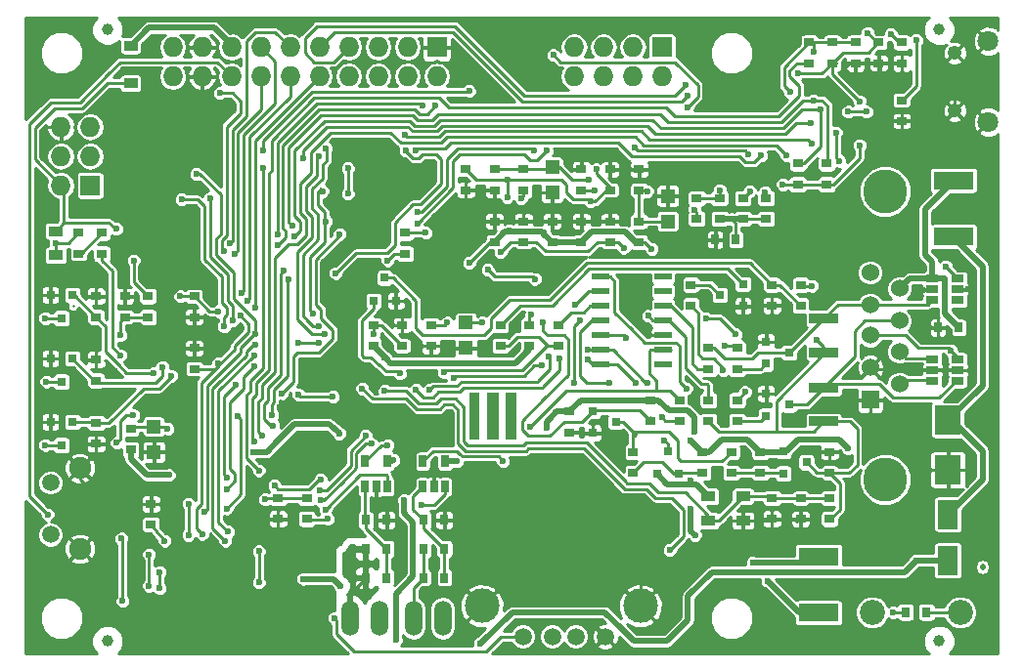
<source format=gbl>
G04 #@! TF.FileFunction,Copper,L2,Bot,Signal*
%FSLAX46Y46*%
G04 Gerber Fmt 4.6, Leading zero omitted, Abs format (unit mm)*
G04 Created by KiCad (PCBNEW 4.0.0-rc1-stable) date 10/26/2015 1:21:49 PM*
%MOMM*%
G01*
G04 APERTURE LIST*
%ADD10C,0.100000*%
%ADD11R,0.650000X1.060000*%
%ADD12R,1.500000X0.600000*%
%ADD13R,1.727200X1.727200*%
%ADD14O,1.727200X1.727200*%
%ADD15R,1.220000X0.910000*%
%ADD16R,3.500000X1.600000*%
%ADD17C,3.810000*%
%ADD18R,1.524000X1.524000*%
%ADD19C,1.524000*%
%ADD20C,1.800000*%
%ADD21C,1.250000*%
%ADD22C,1.000000*%
%ADD23O,1.506220X3.014980*%
%ADD24R,1.060000X0.650000*%
%ADD25R,1.800860X2.499360*%
%ADD26R,0.900000X0.800000*%
%ADD27R,1.250000X1.200000*%
%ADD28R,0.800000X0.900000*%
%ADD29R,2.500000X0.900000*%
%ADD30R,1.300000X0.900000*%
%ADD31C,1.900000*%
%ADD32C,1.500000*%
%ADD33C,2.180000*%
%ADD34R,0.900000X0.700000*%
%ADD35R,0.700000X0.900000*%
%ADD36R,0.800100X0.800100*%
%ADD37C,1.501140*%
%ADD38C,2.999740*%
%ADD39R,2.301240X2.499360*%
%ADD40C,0.600000*%
%ADD41C,0.250000*%
%ADD42C,0.500000*%
%ADD43C,0.254000*%
G04 APERTURE END LIST*
D10*
D11*
X71950000Y-164100000D03*
X71000000Y-164100000D03*
X70050000Y-164100000D03*
X70050000Y-161900000D03*
X71950000Y-161900000D03*
D12*
X85450000Y-153510000D03*
X85450000Y-152240000D03*
X85450000Y-150970000D03*
X85450000Y-149700000D03*
X85450000Y-148430000D03*
X85450000Y-147160000D03*
X85450000Y-145890000D03*
X90850000Y-145890000D03*
X90850000Y-147160000D03*
X90850000Y-148430000D03*
X90850000Y-149700000D03*
X90850000Y-150970000D03*
X90850000Y-152240000D03*
X90850000Y-153510000D03*
D13*
X41250000Y-138000000D03*
D14*
X38710000Y-138000000D03*
X41250000Y-135460000D03*
X38710000Y-135460000D03*
X41250000Y-132920000D03*
X38710000Y-132920000D03*
D15*
X44750000Y-125865000D03*
X44750000Y-129135000D03*
D16*
X116000000Y-137561600D03*
X116000000Y-142438400D03*
X104300000Y-170161600D03*
X104300000Y-175038400D03*
D17*
X110050000Y-163500000D03*
X110050000Y-138500000D03*
D18*
X108780000Y-156588000D03*
D19*
X108780000Y-153794000D03*
X108780000Y-151000000D03*
X108780000Y-148333000D03*
X108780000Y-145539000D03*
X111320000Y-146936000D03*
X111320000Y-149730000D03*
X111320000Y-152397000D03*
X111320000Y-155191000D03*
D20*
X118987460Y-132500900D03*
D21*
X116087460Y-131500900D03*
X116087460Y-126500900D03*
D20*
X118987460Y-125500900D03*
D22*
X114750000Y-124500000D03*
D23*
X71770000Y-175500000D03*
X69230000Y-175500000D03*
X66270000Y-175500000D03*
X63730000Y-175500000D03*
D22*
X114750000Y-177500000D03*
D13*
X90750000Y-126000000D03*
D14*
X90750000Y-128540000D03*
X88210000Y-126000000D03*
X88210000Y-128540000D03*
X85670000Y-126000000D03*
X85670000Y-128540000D03*
X83130000Y-126000000D03*
X83130000Y-128540000D03*
D22*
X42750000Y-124500000D03*
X42750000Y-177500000D03*
D24*
X116350000Y-153050000D03*
X116350000Y-154000000D03*
X116350000Y-154950000D03*
X114150000Y-154950000D03*
X114150000Y-153050000D03*
X114150000Y-154000000D03*
X116350000Y-146050000D03*
X116350000Y-147000000D03*
X116350000Y-147950000D03*
X114150000Y-147950000D03*
X114150000Y-146050000D03*
X114150000Y-147000000D03*
D11*
X66950000Y-164100000D03*
X66000000Y-164100000D03*
X65050000Y-164100000D03*
X65050000Y-161900000D03*
X66950000Y-161900000D03*
D25*
X115500000Y-170498980D03*
X115500000Y-166501020D03*
D26*
X42250000Y-142100000D03*
X42250000Y-143900000D03*
X41750000Y-147600000D03*
X41750000Y-149400000D03*
D27*
X81250000Y-136400000D03*
X81250000Y-138600000D03*
X91250000Y-141100000D03*
X91250000Y-138900000D03*
X73750000Y-149900000D03*
X73750000Y-152100000D03*
X46750000Y-158900000D03*
X46750000Y-161100000D03*
D26*
X78750000Y-138400000D03*
X78750000Y-136600000D03*
X88750000Y-142900000D03*
X88750000Y-141100000D03*
X65750000Y-151900000D03*
X65750000Y-150100000D03*
X44750000Y-160900000D03*
X44750000Y-159100000D03*
X46250000Y-147600000D03*
X46250000Y-149400000D03*
X83750000Y-138400000D03*
X83750000Y-136600000D03*
X95750000Y-139100000D03*
X95750000Y-140900000D03*
X99750000Y-140900000D03*
X99750000Y-139100000D03*
X97750000Y-140900000D03*
X97750000Y-139100000D03*
X93750000Y-139100000D03*
X93750000Y-140900000D03*
X105250000Y-166900000D03*
X105250000Y-165100000D03*
X100250000Y-165100000D03*
X100250000Y-166900000D03*
X81750000Y-150100000D03*
X81750000Y-151900000D03*
X102750000Y-146600000D03*
X102750000Y-148400000D03*
X99250000Y-161100000D03*
X99250000Y-162900000D03*
X94250000Y-161100000D03*
X94250000Y-162900000D03*
X100250000Y-148400000D03*
X100250000Y-146600000D03*
X96750000Y-162900000D03*
X96750000Y-161100000D03*
X88250000Y-162900000D03*
X88250000Y-161100000D03*
X93250000Y-148400000D03*
X93250000Y-146600000D03*
X89750000Y-156600000D03*
X89750000Y-158400000D03*
X76750000Y-150100000D03*
X76750000Y-151900000D03*
X79250000Y-151900000D03*
X79250000Y-150100000D03*
D28*
X111850000Y-175000000D03*
X113650000Y-175000000D03*
D26*
X97250000Y-156600000D03*
X97250000Y-158400000D03*
D29*
X104750000Y-155550000D03*
X104750000Y-158450000D03*
D26*
X94750000Y-158400000D03*
X94750000Y-156600000D03*
X92250000Y-158400000D03*
X92250000Y-156600000D03*
D29*
X104750000Y-149550000D03*
X104750000Y-152450000D03*
D26*
X94750000Y-153900000D03*
X94750000Y-152100000D03*
X97250000Y-152100000D03*
X97250000Y-153900000D03*
D28*
X71900000Y-167000000D03*
X70100000Y-167000000D03*
X71900000Y-169500000D03*
X70100000Y-169500000D03*
X65100000Y-169500000D03*
X66900000Y-169500000D03*
X65100000Y-167000000D03*
X66900000Y-167000000D03*
D26*
X111500000Y-127400000D03*
X111500000Y-125600000D03*
X105500000Y-125600000D03*
X105500000Y-127400000D03*
X103500000Y-125600000D03*
X103500000Y-127400000D03*
X107500000Y-127400000D03*
X107500000Y-125600000D03*
X60000000Y-165100000D03*
X60000000Y-166900000D03*
X57500000Y-166900000D03*
X57500000Y-165100000D03*
X41750000Y-153100000D03*
X41750000Y-154900000D03*
X41750000Y-160400000D03*
X41750000Y-158600000D03*
D13*
X71250000Y-126000000D03*
D14*
X71250000Y-128540000D03*
X68710000Y-126000000D03*
X68710000Y-128540000D03*
X66170000Y-126000000D03*
X66170000Y-128540000D03*
X63630000Y-126000000D03*
X63630000Y-128540000D03*
X61090000Y-126000000D03*
X61090000Y-128540000D03*
X58550000Y-126000000D03*
X58550000Y-128540000D03*
X56010000Y-126000000D03*
X56010000Y-128540000D03*
X53470000Y-126000000D03*
X53470000Y-128540000D03*
X50930000Y-126000000D03*
X50930000Y-128540000D03*
X48390000Y-126000000D03*
X48390000Y-128540000D03*
D26*
X70750000Y-150100000D03*
X70750000Y-151900000D03*
D30*
X97750000Y-164950000D03*
X97750000Y-167050000D03*
X94750000Y-164950000D03*
X94750000Y-167050000D03*
X38250000Y-144050000D03*
X38250000Y-141950000D03*
D10*
G36*
X74050000Y-160050000D02*
X74050000Y-155950000D01*
X74950000Y-155950000D01*
X74950000Y-160050000D01*
X74050000Y-160050000D01*
X74050000Y-160050000D01*
G37*
G36*
X75600000Y-160050000D02*
X75600000Y-155950000D01*
X76600000Y-155950000D01*
X76600000Y-160050000D01*
X75600000Y-160050000D01*
X75600000Y-160050000D01*
G37*
G36*
X77250000Y-160050000D02*
X77250000Y-155950000D01*
X78150000Y-155950000D01*
X78150000Y-160050000D01*
X77250000Y-160050000D01*
X77250000Y-160050000D01*
G37*
D31*
X40350000Y-169500000D03*
X40350000Y-162500000D03*
D32*
X37800000Y-168250000D03*
X37800000Y-163750000D03*
D33*
X108940000Y-175000000D03*
X116560000Y-175000000D03*
D34*
X44250000Y-149400000D03*
X44250000Y-147600000D03*
X50250000Y-153900000D03*
X50250000Y-152100000D03*
X50250000Y-147600000D03*
X50250000Y-149400000D03*
X109500000Y-125600000D03*
X109500000Y-127400000D03*
X111500000Y-130600000D03*
X111500000Y-132400000D03*
D35*
X65100000Y-172000000D03*
X66900000Y-172000000D03*
X70100000Y-172000000D03*
X71900000Y-172000000D03*
X116450000Y-150300000D03*
X114650000Y-150300000D03*
D34*
X82750000Y-157600000D03*
X82750000Y-159400000D03*
X105250000Y-162900000D03*
X105250000Y-161100000D03*
X102750000Y-165100000D03*
X102750000Y-166900000D03*
X68250000Y-151900000D03*
X68250000Y-150100000D03*
X86250000Y-138400000D03*
X86250000Y-136600000D03*
X78750000Y-142900000D03*
X78750000Y-141100000D03*
X73750000Y-136600000D03*
X73750000Y-138400000D03*
X86250000Y-142900000D03*
X86250000Y-141100000D03*
X76250000Y-142900000D03*
X76250000Y-141100000D03*
X83750000Y-142900000D03*
X83750000Y-141100000D03*
D35*
X97150000Y-142700000D03*
X95350000Y-142700000D03*
D34*
X81250000Y-142900000D03*
X81250000Y-141100000D03*
X88750000Y-138400000D03*
X88750000Y-136600000D03*
X76250000Y-136600000D03*
X76250000Y-138400000D03*
X40250000Y-142100000D03*
X40250000Y-143900000D03*
D36*
X67700000Y-148000760D03*
X65800000Y-148000760D03*
X66750000Y-146001780D03*
X101249240Y-162950000D03*
X101249240Y-161050000D03*
X103248220Y-162000000D03*
X92200000Y-163000760D03*
X90300000Y-163000760D03*
X91250000Y-161001780D03*
X97750760Y-146550000D03*
X97750760Y-148450000D03*
X95751780Y-147500000D03*
X84749240Y-159450000D03*
X84749240Y-157550000D03*
X86748220Y-158500000D03*
X99749240Y-157950000D03*
X99749240Y-156050000D03*
X101748220Y-157000000D03*
X99749240Y-153450000D03*
X99749240Y-151550000D03*
X101748220Y-152500000D03*
X37800000Y-152999240D03*
X39700000Y-152999240D03*
X38750000Y-154998220D03*
X37800000Y-158499240D03*
X39700000Y-158499240D03*
X38750000Y-160498220D03*
X37800000Y-147499240D03*
X39700000Y-147499240D03*
X38750000Y-149498220D03*
D37*
X85812860Y-177102120D03*
X83272860Y-177102120D03*
X81240860Y-177102120D03*
X78700860Y-177102120D03*
D38*
X88860860Y-174435120D03*
X75144860Y-174435120D03*
D26*
X68500000Y-143900000D03*
X68500000Y-142100000D03*
X102500000Y-136100000D03*
X102500000Y-137900000D03*
X105000000Y-136100000D03*
X105000000Y-137900000D03*
X46500000Y-165600000D03*
X46500000Y-167400000D03*
D39*
X115500000Y-158351160D03*
X115500000Y-162648840D03*
D40*
X84450000Y-137500000D03*
X45100000Y-168200000D03*
X36500000Y-173500000D03*
X59900000Y-160700000D03*
X66600000Y-159400000D03*
X67800000Y-159400000D03*
X69000000Y-159400000D03*
X81900000Y-169200000D03*
X80700000Y-168600000D03*
X70000000Y-159400000D03*
X86400000Y-161100000D03*
X84200000Y-162200000D03*
X74100000Y-166300000D03*
X74100000Y-167400000D03*
X74100000Y-168500000D03*
X74100000Y-169600000D03*
X74100000Y-170700000D03*
X81100000Y-167500000D03*
X88900000Y-165200000D03*
X89500000Y-169800000D03*
X100500000Y-176800000D03*
X95300000Y-173300000D03*
X76100000Y-159400000D03*
X82100000Y-144600000D03*
X70000000Y-146200000D03*
X41900000Y-128100000D03*
X44700000Y-124000000D03*
X118800000Y-129000000D03*
X111500000Y-167500000D03*
X115300000Y-154000000D03*
X65700000Y-134800000D03*
X65500000Y-146100000D03*
X111900000Y-124100000D03*
X93800000Y-124000000D03*
X101100000Y-124000000D03*
X87300000Y-124000000D03*
X50300000Y-150700000D03*
X47300000Y-150700000D03*
X49500000Y-143900000D03*
X46400000Y-142200000D03*
X44200000Y-133600000D03*
X51700000Y-136100000D03*
X99000000Y-148500000D03*
X101400000Y-148400000D03*
X98500000Y-150500000D03*
X117250000Y-147000000D03*
X113250000Y-149500000D03*
X92550000Y-139900000D03*
X55900000Y-167200000D03*
X57650000Y-157200000D03*
X48050000Y-162100000D03*
X48450000Y-164800000D03*
X40650000Y-151100000D03*
X40650000Y-145400000D03*
X64750000Y-141300000D03*
X62550000Y-143900000D03*
X52150000Y-152600000D03*
X52950000Y-170100000D03*
X54250000Y-150400000D03*
X62550000Y-134400000D03*
X48050000Y-160100000D03*
X88150000Y-145900000D03*
X79950000Y-138300000D03*
X98150000Y-157600000D03*
X61200000Y-173350000D03*
X53850000Y-172700000D03*
X95450000Y-163450000D03*
X106550000Y-128200000D03*
X78250000Y-127250000D03*
X73250000Y-127000000D03*
X76000000Y-129750000D03*
X74950000Y-146000000D03*
X81750000Y-135000000D03*
X74250000Y-140700000D03*
X73050000Y-143800000D03*
X78550000Y-144600000D03*
X80050000Y-128600000D03*
X75450000Y-124500000D03*
X60550000Y-176400000D03*
X52950000Y-176300000D03*
X63950000Y-147900000D03*
X63850000Y-152900000D03*
X63850000Y-157400000D03*
X114350000Y-128600000D03*
X105050000Y-129300000D03*
X94350000Y-143500000D03*
X87850000Y-136600000D03*
X83550000Y-135600000D03*
X84950000Y-140600000D03*
X77950000Y-150000000D03*
X100450000Y-135600000D03*
X106750000Y-133500000D03*
X112800000Y-133600000D03*
X82450000Y-141900000D03*
X72150000Y-152600000D03*
X85850000Y-159200000D03*
X66950000Y-149500000D03*
X107650000Y-172400000D03*
X103550000Y-161000000D03*
X89550000Y-150700000D03*
X101500000Y-164100000D03*
X95150000Y-148600000D03*
X97750000Y-166000000D03*
X113350000Y-147100000D03*
X107850000Y-169400000D03*
X103550000Y-168700000D03*
X97350000Y-169500000D03*
X89450000Y-138500000D03*
X102500000Y-128300000D03*
X101200000Y-137900000D03*
X74050000Y-144700000D03*
X107850000Y-130700000D03*
X107850000Y-134500000D03*
X89850000Y-143500000D03*
X80550000Y-142100000D03*
X77550000Y-141900000D03*
X78550000Y-139100000D03*
X96750000Y-140900000D03*
X108550000Y-124800000D03*
X77350000Y-137500000D03*
X76750000Y-143800000D03*
X87450000Y-143400000D03*
X84550000Y-139400000D03*
X85050000Y-136600000D03*
X77350000Y-139000000D03*
X65750000Y-150900000D03*
X66750000Y-155800000D03*
X75150000Y-149900000D03*
X104150000Y-151400000D03*
X87650000Y-151200000D03*
X66750000Y-152900000D03*
X78950000Y-152500000D03*
X80750000Y-159000000D03*
X93550000Y-159300000D03*
X93250000Y-163600000D03*
X90750000Y-158100000D03*
X90950000Y-160100000D03*
X75000000Y-177700000D03*
X68400000Y-165300000D03*
X67700000Y-177400000D03*
X73000000Y-161900000D03*
X67500000Y-161800000D03*
X93250000Y-160100000D03*
X106850000Y-160800000D03*
X112750000Y-170500000D03*
X64000000Y-169700000D03*
X55400000Y-161100000D03*
X62800000Y-159500000D03*
X48050000Y-163100000D03*
X47950000Y-159100000D03*
X112750000Y-125400000D03*
X62900000Y-172700000D03*
X59700000Y-172100000D03*
X45000000Y-144500000D03*
X43500000Y-141750000D03*
X49050000Y-147600000D03*
X52350000Y-148900000D03*
X50950000Y-168200000D03*
X52350000Y-153400000D03*
X54250000Y-149300000D03*
X61350000Y-138500000D03*
X61650000Y-141100000D03*
X60550000Y-149100000D03*
X94550000Y-149500000D03*
X97150000Y-150900000D03*
X37450000Y-155000000D03*
X37350000Y-160500000D03*
X98600000Y-170700000D03*
X99900000Y-172300000D03*
X61800000Y-166900000D03*
X62400000Y-175500000D03*
X55450000Y-160200000D03*
X56100000Y-159700000D03*
X101550000Y-135400000D03*
X56400000Y-165200000D03*
X69550000Y-141300000D03*
X80750000Y-135000000D03*
X49150000Y-139200000D03*
X52850000Y-150200000D03*
X53050000Y-163300000D03*
X53850000Y-155300000D03*
X51650000Y-139100000D03*
X54050000Y-158000000D03*
X53550000Y-149700000D03*
X53050000Y-166000000D03*
X57850000Y-156000000D03*
X62850000Y-142200000D03*
X79650000Y-135000000D03*
X69550000Y-140300000D03*
X79450000Y-149200000D03*
X44950000Y-157900000D03*
X55450000Y-153700000D03*
X43550000Y-160300000D03*
X53050000Y-164300000D03*
X49750000Y-165600000D03*
X49750000Y-168300000D03*
X53150000Y-168000000D03*
X55450000Y-152700000D03*
X55550000Y-151800000D03*
X52950000Y-168800000D03*
X50450000Y-137000000D03*
X51150000Y-166300000D03*
X55550000Y-150900000D03*
X54350000Y-147300000D03*
X53350000Y-143000000D03*
X71150000Y-131100000D03*
X57450000Y-143200000D03*
X57450000Y-142200000D03*
X70050000Y-131100000D03*
X103850000Y-130600000D03*
X58750000Y-141500000D03*
X58950000Y-142400000D03*
X104450000Y-131400000D03*
X63550000Y-136500000D03*
X63550000Y-138700000D03*
X54850000Y-148000000D03*
X53750000Y-143900000D03*
X52850000Y-143700000D03*
X52450000Y-130000000D03*
X115750000Y-152300000D03*
X115300000Y-145000000D03*
X110750000Y-175000000D03*
X93600000Y-168300000D03*
X93250000Y-166000000D03*
X68050000Y-154300000D03*
X96050000Y-154000000D03*
X80450000Y-149900000D03*
X88350000Y-159500000D03*
X77000000Y-161900000D03*
X46350000Y-170000000D03*
X46350000Y-172700000D03*
X47250000Y-171500000D03*
X47250000Y-172900000D03*
X67000000Y-160500000D03*
X84950000Y-138400000D03*
X56250000Y-135000000D03*
X74050000Y-129800000D03*
X81350000Y-126700000D03*
X92950000Y-131200000D03*
X101850000Y-129900000D03*
X103850000Y-126400000D03*
X95750000Y-138400000D03*
X99655000Y-138595000D03*
X98350000Y-138500000D03*
X93550000Y-140100000D03*
X59650000Y-135600000D03*
X103650000Y-132600000D03*
X80950000Y-152800000D03*
X70650000Y-155700000D03*
X84350000Y-152200000D03*
X89450000Y-155100000D03*
X71900000Y-154200000D03*
X86150000Y-155100000D03*
X72700000Y-154700000D03*
X80350000Y-153600000D03*
X103750000Y-146700000D03*
X92850000Y-155600000D03*
X84350000Y-153100000D03*
X81850000Y-153000000D03*
X69450000Y-155700000D03*
X88450000Y-155100000D03*
X83250000Y-148300000D03*
X83150000Y-155100000D03*
X83650000Y-149700000D03*
X97950000Y-155900000D03*
X89550000Y-149300000D03*
X79350000Y-158900000D03*
X96150000Y-151900000D03*
X91400000Y-169600000D03*
X61100000Y-164400000D03*
X65100000Y-159700000D03*
X64800000Y-155600000D03*
X55850000Y-169700000D03*
X55850000Y-172400000D03*
X61600000Y-166100000D03*
X61050000Y-151600000D03*
X59250000Y-151600000D03*
X44050000Y-174000000D03*
X43950000Y-168600000D03*
X59250000Y-156100000D03*
X62250000Y-156300000D03*
X106850000Y-131600000D03*
X108450000Y-131600000D03*
X110550000Y-124900000D03*
X92750000Y-129300000D03*
X92950000Y-130200000D03*
X61550000Y-150900000D03*
X61050000Y-135500000D03*
X74600000Y-159500000D03*
X77700000Y-159400000D03*
X61050000Y-150200000D03*
X61650000Y-134800000D03*
X70300000Y-142100000D03*
X79750000Y-146100000D03*
X75650000Y-145300000D03*
X61200000Y-165300000D03*
X69900000Y-165700000D03*
X65600000Y-160400000D03*
X37550000Y-166500000D03*
X69400000Y-135000000D03*
X99350000Y-135400000D03*
X106100000Y-135900000D03*
X105800000Y-133400000D03*
X56250000Y-136500000D03*
X55850000Y-162700000D03*
X47700000Y-168800000D03*
X38250000Y-143000000D03*
X37350000Y-149500000D03*
X68450000Y-133600000D03*
X103750000Y-134400000D03*
X72150000Y-149900000D03*
X43850000Y-151000000D03*
X55550000Y-148600000D03*
X48250000Y-154500000D03*
X46750000Y-154250000D03*
X47500000Y-153750000D03*
X57100000Y-158800000D03*
X61200000Y-163500000D03*
X57200000Y-164000000D03*
X68550000Y-135000000D03*
X62500000Y-145600000D03*
X58000000Y-145350000D03*
X98250000Y-135300000D03*
X88350000Y-134700000D03*
X67000000Y-144500000D03*
X43850000Y-152700000D03*
X57000000Y-157900000D03*
X58450000Y-146100000D03*
D41*
X39800760Y-148400000D02*
X39750760Y-148450000D01*
D42*
X118500000Y-171150000D02*
X118500000Y-171000000D01*
X118500000Y-171000000D02*
X118500000Y-171150000D01*
D41*
X84250000Y-137500000D02*
X84450000Y-137500000D01*
X78750000Y-136600000D02*
X76250000Y-136600000D01*
X81250000Y-136400000D02*
X81850000Y-136400000D01*
X81850000Y-136400000D02*
X82950000Y-137500000D01*
X81250000Y-136400000D02*
X81050000Y-136600000D01*
X81050000Y-136600000D02*
X78750000Y-136600000D01*
X84250000Y-137500000D02*
X82950000Y-137500000D01*
X40350000Y-162500000D02*
X40350000Y-163450000D01*
X40350000Y-163450000D02*
X45100000Y-168200000D01*
X40350000Y-169500000D02*
X40350000Y-169650000D01*
X40350000Y-169650000D02*
X36500000Y-173500000D01*
X59900000Y-160700000D02*
X60300000Y-160700000D01*
X61200000Y-173350000D02*
X60550000Y-174000000D01*
X60550000Y-174000000D02*
X60550000Y-176400000D01*
X66600000Y-159400000D02*
X66400000Y-159200000D01*
X69000000Y-159400000D02*
X67800000Y-159400000D01*
X81700000Y-169200000D02*
X81900000Y-169200000D01*
X80700000Y-168600000D02*
X81700000Y-169200000D01*
X70100000Y-159000000D02*
X71200000Y-159000000D01*
X71200000Y-159000000D02*
X70000000Y-159400000D01*
X86400000Y-159750000D02*
X86400000Y-161100000D01*
X85850000Y-159200000D02*
X86400000Y-159750000D01*
X84200000Y-162200000D02*
X83800000Y-161800000D01*
X88855140Y-174385120D02*
X88855140Y-170444860D01*
X74100000Y-166300000D02*
X74300000Y-166300000D01*
X74100000Y-168500000D02*
X74100000Y-167400000D01*
X74100000Y-170700000D02*
X74100000Y-169600000D01*
X86600000Y-167500000D02*
X81100000Y-167500000D01*
X88900000Y-165200000D02*
X86600000Y-167500000D01*
X88855140Y-170444860D02*
X89500000Y-169800000D01*
X100500000Y-174400000D02*
X100500000Y-176800000D01*
X97802487Y-173138549D02*
X100500000Y-174400000D01*
X95300000Y-173300000D02*
X97802487Y-173138549D01*
X76100000Y-159400000D02*
X76100000Y-158000000D01*
X82100000Y-144600000D02*
X81800000Y-144900000D01*
X70000000Y-146200000D02*
X70000000Y-146000000D01*
X41900000Y-128100000D02*
X41600000Y-128100000D01*
X44800000Y-124100000D02*
X44900000Y-124100000D01*
X44700000Y-124000000D02*
X44800000Y-124100000D01*
X118800000Y-129000000D02*
X119100000Y-129000000D01*
X111500000Y-167500000D02*
X113700000Y-168200000D01*
X115300000Y-154000000D02*
X116350000Y-154000000D01*
X62550000Y-134400000D02*
X66800000Y-134400000D01*
X66800000Y-134400000D02*
X65700000Y-134800000D01*
X65500000Y-146100000D02*
X65000000Y-146100000D01*
X101100000Y-124000000D02*
X101600000Y-123500000D01*
X111300000Y-123500000D02*
X111900000Y-124100000D01*
X101600000Y-123500000D02*
X111300000Y-123500000D01*
X87300000Y-124000000D02*
X93800000Y-124000000D01*
X101100000Y-124400000D02*
X101000000Y-124500000D01*
X101100000Y-124000000D02*
X101100000Y-124400000D01*
X78250000Y-127250000D02*
X81500000Y-124000000D01*
X81500000Y-124000000D02*
X87300000Y-124000000D01*
X50250000Y-149400000D02*
X50250000Y-150650000D01*
X50250000Y-150650000D02*
X50300000Y-150700000D01*
X47400000Y-150800000D02*
X47500000Y-150800000D01*
X47300000Y-150700000D02*
X47400000Y-150800000D01*
X49500000Y-143900000D02*
X49500000Y-143700000D01*
X46400000Y-142200000D02*
X46700000Y-141900000D01*
X46700000Y-136100000D02*
X44200000Y-133600000D01*
X51700000Y-136100000D02*
X46700000Y-136100000D01*
X97750760Y-148450000D02*
X97800760Y-148500000D01*
X97800760Y-148500000D02*
X99000000Y-148500000D01*
X100250000Y-148400000D02*
X101400000Y-148400000D01*
X100250000Y-148400000D02*
X100200000Y-148450000D01*
X100200000Y-148450000D02*
X100200000Y-149500000D01*
X99500000Y-149500000D02*
X98500000Y-150500000D01*
X100200000Y-149500000D02*
X99500000Y-149500000D01*
X114150000Y-147000000D02*
X114050000Y-147100000D01*
X114050000Y-147100000D02*
X113350000Y-147100000D01*
X117250000Y-147000000D02*
X116350000Y-147000000D01*
X116350000Y-147000000D02*
X117250000Y-147000000D01*
X114650000Y-150300000D02*
X114050000Y-150300000D01*
X114050000Y-150300000D02*
X113250000Y-149500000D01*
X115550000Y-153900000D02*
X108886000Y-153900000D01*
X108886000Y-153900000D02*
X108780000Y-153794000D01*
X92450000Y-140000000D02*
X92250000Y-140000000D01*
X92550000Y-139900000D02*
X92450000Y-140000000D01*
X55900000Y-167200000D02*
X56450000Y-166800000D01*
X57750000Y-157100000D02*
X57750000Y-157000000D01*
X57650000Y-157200000D02*
X57750000Y-157100000D01*
X48050000Y-162100000D02*
X48150000Y-162100000D01*
X49050000Y-164200000D02*
X48450000Y-164800000D01*
X49050000Y-163000000D02*
X49050000Y-164200000D01*
X48150000Y-162100000D02*
X49050000Y-163000000D01*
X41750000Y-153100000D02*
X41750000Y-152200000D01*
X41750000Y-152200000D02*
X40650000Y-151100000D01*
X41750000Y-147600000D02*
X41750000Y-146500000D01*
X41750000Y-146500000D02*
X40650000Y-145400000D01*
X63850000Y-152900000D02*
X64250000Y-152500000D01*
X64250000Y-148200000D02*
X63950000Y-147900000D01*
X64250000Y-152500000D02*
X64250000Y-148200000D01*
X62550000Y-143900000D02*
X62550000Y-143500000D01*
X62550000Y-143500000D02*
X64750000Y-141300000D01*
X62550000Y-143900000D02*
X62750000Y-143900000D01*
X52250000Y-152500000D02*
X52350000Y-152500000D01*
X52150000Y-152600000D02*
X52250000Y-152500000D01*
X52950000Y-170100000D02*
X52950000Y-170300000D01*
X54050000Y-150600000D02*
X53950000Y-150600000D01*
X54250000Y-150400000D02*
X54050000Y-150600000D01*
X62550000Y-134400000D02*
X62850000Y-134400000D01*
X88050000Y-149200000D02*
X89550000Y-150700000D01*
X88050000Y-146000000D02*
X88050000Y-149200000D01*
X88150000Y-145900000D02*
X88050000Y-146000000D01*
X81250000Y-138600000D02*
X80250000Y-138600000D01*
X80250000Y-138600000D02*
X79950000Y-138300000D01*
X99749240Y-156050000D02*
X99749240Y-156900760D01*
X98750000Y-157000000D02*
X98150000Y-157600000D01*
X99650000Y-157000000D02*
X98750000Y-157000000D01*
X99749240Y-156900760D02*
X99650000Y-157000000D01*
X52950000Y-173250000D02*
X54550000Y-173250000D01*
X54550000Y-173250000D02*
X53850000Y-172700000D01*
X60550000Y-176400000D02*
X60500000Y-176400000D01*
X56900000Y-177200000D02*
X56000000Y-176300000D01*
X59700000Y-177200000D02*
X56900000Y-177200000D01*
X60500000Y-176400000D02*
X59700000Y-177200000D01*
X95500000Y-163400000D02*
X95500000Y-163100000D01*
X95450000Y-163450000D02*
X95500000Y-163400000D01*
X70750000Y-151900000D02*
X69350000Y-151900000D01*
X68250000Y-150800000D02*
X68250000Y-150100000D01*
X68450000Y-151000000D02*
X68250000Y-150800000D01*
X68750000Y-151000000D02*
X68450000Y-151000000D01*
X69050000Y-151300000D02*
X68750000Y-151000000D01*
X69050000Y-151600000D02*
X69050000Y-151300000D01*
X69350000Y-151900000D02*
X69050000Y-151600000D01*
X95350000Y-142700000D02*
X95350000Y-143400000D01*
X95250000Y-143500000D02*
X94350000Y-143500000D01*
X95350000Y-143400000D02*
X95250000Y-143500000D01*
X116087460Y-131500900D02*
X114888360Y-132700000D01*
X114888360Y-132700000D02*
X113750000Y-132700000D01*
X107750000Y-127400000D02*
X106950000Y-127400000D01*
X106550000Y-127800000D02*
X106550000Y-128200000D01*
X106950000Y-127400000D02*
X106550000Y-127800000D01*
X78725000Y-127775000D02*
X78250000Y-127300000D01*
X78250000Y-127300000D02*
X78250000Y-127250000D01*
X76000000Y-129750000D02*
X73250000Y-127000000D01*
X109750000Y-133500000D02*
X109600000Y-133350000D01*
X109600000Y-133350000D02*
X109600000Y-127400000D01*
X63850000Y-152900000D02*
X63850000Y-155300000D01*
X67700000Y-148000760D02*
X67700000Y-147150000D01*
X67700000Y-147150000D02*
X67550000Y-147000000D01*
X67550000Y-147000000D02*
X64850000Y-147000000D01*
X64850000Y-147000000D02*
X63950000Y-147900000D01*
X74950000Y-146000000D02*
X74350000Y-145400000D01*
X76150000Y-144600000D02*
X75150000Y-144600000D01*
X78550000Y-144600000D02*
X76150000Y-144600000D01*
X75150000Y-144600000D02*
X74350000Y-145400000D01*
X74350000Y-145400000D02*
X73750000Y-146000000D01*
X73750000Y-146000000D02*
X73050000Y-146000000D01*
X73050000Y-146000000D02*
X73050000Y-143800000D01*
X82350000Y-135600000D02*
X83550000Y-135600000D01*
X81750000Y-135000000D02*
X82350000Y-135600000D01*
X73050000Y-143800000D02*
X73050000Y-141900000D01*
X73050000Y-141900000D02*
X74250000Y-140700000D01*
X74650000Y-141100000D02*
X76250000Y-141100000D01*
X74250000Y-140700000D02*
X74650000Y-141100000D01*
X78750000Y-141100000D02*
X77550000Y-141100000D01*
X77550000Y-141100000D02*
X76250000Y-141100000D01*
X78550000Y-144600000D02*
X78350000Y-144600000D01*
X50930000Y-128540000D02*
X50930000Y-129120000D01*
X79550000Y-128600000D02*
X80050000Y-128600000D01*
X75450000Y-124500000D02*
X78725000Y-127775000D01*
X78725000Y-127775000D02*
X79550000Y-128600000D01*
X63850000Y-157400000D02*
X63850000Y-152900000D01*
X64850000Y-158650000D02*
X64850000Y-158400000D01*
X64850000Y-158400000D02*
X63850000Y-157400000D01*
X52950000Y-176300000D02*
X56000000Y-176300000D01*
X52950000Y-170300000D02*
X52950000Y-173250000D01*
X52950000Y-173250000D02*
X52950000Y-176300000D01*
X60550000Y-176100000D02*
X60450000Y-176000000D01*
X60550000Y-176400000D02*
X60550000Y-176100000D01*
X52950000Y-176300000D02*
X52950000Y-175600000D01*
X67700000Y-148000760D02*
X67700000Y-148750000D01*
X67700000Y-148750000D02*
X66950000Y-149500000D01*
X63950000Y-147900000D02*
X63950000Y-148000000D01*
X63850000Y-152900000D02*
X63850000Y-152800000D01*
X63850000Y-157400000D02*
X63850000Y-157300000D01*
X114350000Y-128600000D02*
X116087460Y-130337460D01*
X116087460Y-130337460D02*
X116087460Y-131500900D01*
X112800000Y-133600000D02*
X113750000Y-132700000D01*
X106750000Y-133500000D02*
X109750000Y-133500000D01*
X109750000Y-133500000D02*
X112600000Y-133400000D01*
X112600000Y-133400000D02*
X112800000Y-133600000D01*
X106750000Y-133500000D02*
X105918233Y-131738612D01*
X105918233Y-131738612D02*
X105050000Y-129300000D01*
X109600000Y-127400000D02*
X107600000Y-127400000D01*
X111600000Y-127400000D02*
X109600000Y-127400000D01*
X113650000Y-127400000D02*
X113650000Y-127900000D01*
X113650000Y-127900000D02*
X114350000Y-128600000D01*
X100450000Y-135600000D02*
X100450000Y-135700000D01*
X98950000Y-137200000D02*
X91250000Y-137200000D01*
X100450000Y-135700000D02*
X98950000Y-137200000D01*
X81250000Y-140000000D02*
X81250000Y-138600000D01*
X82450000Y-141900000D02*
X82450000Y-141100000D01*
X83750000Y-141100000D02*
X82450000Y-141100000D01*
X82450000Y-141100000D02*
X81250000Y-141100000D01*
X88750000Y-136600000D02*
X90650000Y-136600000D01*
X90650000Y-136600000D02*
X91250000Y-137200000D01*
X91250000Y-137200000D02*
X91250000Y-138900000D01*
X88750000Y-136600000D02*
X87450000Y-136600000D01*
X87450000Y-136600000D02*
X86250000Y-136600000D01*
X86250000Y-136600000D02*
X86250000Y-135700000D01*
X86150000Y-135600000D02*
X83550000Y-135600000D01*
X86250000Y-135700000D02*
X86150000Y-135600000D01*
X83750000Y-136600000D02*
X83750000Y-135800000D01*
X83750000Y-135800000D02*
X83550000Y-135600000D01*
X95150000Y-142700000D02*
X95350000Y-142700000D01*
X87850000Y-136600000D02*
X88450000Y-136600000D01*
X88450000Y-136600000D02*
X88750000Y-136600000D01*
X83550000Y-135600000D02*
X83050000Y-135600000D01*
X84950000Y-141100000D02*
X83750000Y-141100000D01*
X84950000Y-140600000D02*
X84950000Y-141100000D01*
X76250000Y-138400000D02*
X73750000Y-138400000D01*
X75200000Y-151950000D02*
X76150000Y-151000000D01*
X77950000Y-150600000D02*
X77950000Y-150000000D01*
X77550000Y-151000000D02*
X77950000Y-150600000D01*
X76150000Y-151000000D02*
X77550000Y-151000000D01*
X100350000Y-135500000D02*
X100050000Y-135500000D01*
X100450000Y-135600000D02*
X100350000Y-135500000D01*
X106750000Y-133500000D02*
X106550000Y-133500000D01*
X112800000Y-133600000D02*
X112600000Y-133600000D01*
X82450000Y-141900000D02*
X82450000Y-141700000D01*
X81250000Y-141100000D02*
X81250000Y-140000000D01*
X78750000Y-140000000D02*
X78750000Y-141100000D01*
X72150000Y-152600000D02*
X72225000Y-152525000D01*
X72300000Y-152600000D02*
X72300000Y-152450000D01*
X72225000Y-152525000D02*
X72300000Y-152600000D01*
X90850000Y-150970000D02*
X89820000Y-150970000D01*
X89820000Y-150970000D02*
X89550000Y-150700000D01*
X70750000Y-151900000D02*
X72150000Y-151900000D01*
X72150000Y-151900000D02*
X72150000Y-152600000D01*
X72650000Y-152100000D02*
X73750000Y-152100000D01*
X72650000Y-152100000D02*
X72300000Y-152450000D01*
X72300000Y-152450000D02*
X72150000Y-152600000D01*
X115550000Y-153900000D02*
X114450000Y-153900000D01*
X82750000Y-159400000D02*
X84699240Y-159400000D01*
X84699240Y-159400000D02*
X84749240Y-159450000D01*
X85600000Y-159450000D02*
X84749240Y-159450000D01*
X85850000Y-159200000D02*
X85600000Y-159450000D01*
X68250000Y-150100000D02*
X67550000Y-150100000D01*
X67550000Y-150100000D02*
X66950000Y-149500000D01*
X75050000Y-152100000D02*
X73750000Y-152100000D01*
X75200000Y-151950000D02*
X75050000Y-152100000D01*
X107650000Y-172400000D02*
X107650000Y-172100000D01*
X97750000Y-169100000D02*
X97750000Y-167050000D01*
X103550000Y-161000000D02*
X102650000Y-161000000D01*
X105250000Y-161100000D02*
X103650000Y-161100000D01*
X103650000Y-161100000D02*
X103550000Y-161000000D01*
X101500000Y-164100000D02*
X101550000Y-164100000D01*
X101550000Y-164100000D02*
X102250000Y-163400000D01*
X102250000Y-163400000D02*
X102250000Y-161400000D01*
X102250000Y-161400000D02*
X102650000Y-161000000D01*
X97750760Y-148450000D02*
X100200000Y-148450000D01*
X95150000Y-148600000D02*
X97600760Y-148600000D01*
X97600760Y-148600000D02*
X97750760Y-148450000D01*
X114450000Y-153900000D02*
X116650000Y-153900000D01*
X108780000Y-153794000D02*
X108886000Y-153900000D01*
X97750000Y-167050000D02*
X97750000Y-166000000D01*
X102750000Y-166900000D02*
X102750000Y-167900000D01*
X100250000Y-166900000D02*
X102750000Y-166900000D01*
X97750000Y-167050000D02*
X100100000Y-167050000D01*
X100100000Y-167050000D02*
X100250000Y-166900000D01*
X102400000Y-167150000D02*
X102550000Y-167000000D01*
X91150000Y-138500000D02*
X91250000Y-138600000D01*
X107150000Y-168700000D02*
X107850000Y-169400000D01*
X107850000Y-169000000D02*
X107750000Y-168900000D01*
X107850000Y-169400000D02*
X107850000Y-169000000D01*
X103550000Y-168700000D02*
X107150000Y-168700000D01*
X102750000Y-167900000D02*
X103550000Y-168700000D01*
X103550000Y-168700000D02*
X103950000Y-168700000D01*
X97350000Y-169500000D02*
X97750000Y-169100000D01*
D42*
X115850000Y-162638400D02*
X114943400Y-162638400D01*
D41*
X89450000Y-138500000D02*
X89350000Y-138400000D01*
X89350000Y-138400000D02*
X88750000Y-138400000D01*
X91250000Y-141100000D02*
X88750000Y-141100000D01*
X88750000Y-141100000D02*
X88750000Y-138400000D01*
X108300000Y-126500000D02*
X108600000Y-126500000D01*
X108600000Y-126500000D02*
X109500000Y-125600000D01*
X105500000Y-127400000D02*
X106400000Y-126500000D01*
X106400000Y-126500000D02*
X106650000Y-126500000D01*
X107850000Y-130700000D02*
X105500000Y-128350000D01*
X105500000Y-128350000D02*
X105500000Y-127400000D01*
X102500000Y-128300000D02*
X104600000Y-128300000D01*
X104600000Y-128300000D02*
X105500000Y-127400000D01*
X102500000Y-137900000D02*
X101200000Y-137900000D01*
X105000000Y-137900000D02*
X105550000Y-137900000D01*
X105550000Y-137900000D02*
X107150000Y-136300000D01*
X102500000Y-137900000D02*
X105000000Y-137900000D01*
X74050000Y-144700000D02*
X75850000Y-142900000D01*
X75850000Y-142900000D02*
X76250000Y-142900000D01*
X107850000Y-135600000D02*
X107850000Y-134500000D01*
X107150000Y-136300000D02*
X107850000Y-135600000D01*
X89250000Y-142900000D02*
X89850000Y-143500000D01*
X88750000Y-142900000D02*
X89250000Y-142900000D01*
X97150000Y-142700000D02*
X97150000Y-141300000D01*
X97150000Y-141300000D02*
X96750000Y-140900000D01*
X99750000Y-140900000D02*
X97750000Y-140900000D01*
X80550000Y-142100000D02*
X80500000Y-142150000D01*
X80500000Y-142150000D02*
X80550000Y-142100000D01*
X80550000Y-142100000D02*
X80550000Y-142200000D01*
X77550000Y-141900000D02*
X77550000Y-142000000D01*
X77550000Y-142000000D02*
X77550000Y-141900000D01*
X77550000Y-141900000D02*
X77550000Y-142000000D01*
X78550000Y-139100000D02*
X78750000Y-138900000D01*
X78750000Y-138900000D02*
X78750000Y-138400000D01*
D42*
X96750000Y-140900000D02*
X97750000Y-140900000D01*
X96750000Y-140900000D02*
X95750000Y-140900000D01*
X81250000Y-142900000D02*
X80550000Y-142200000D01*
X80550000Y-142200000D02*
X80350000Y-142000000D01*
X77150000Y-142000000D02*
X76250000Y-142900000D01*
X80350000Y-142000000D02*
X79950000Y-142000000D01*
X79950000Y-142000000D02*
X77550000Y-142000000D01*
X77550000Y-142000000D02*
X77150000Y-142000000D01*
X83750000Y-142900000D02*
X81250000Y-142900000D01*
X88750000Y-142900000D02*
X88450000Y-142900000D01*
X88450000Y-142900000D02*
X87550000Y-142000000D01*
X87550000Y-142000000D02*
X84650000Y-142000000D01*
X84650000Y-142000000D02*
X83750000Y-142900000D01*
D41*
X105850000Y-127400000D02*
X105850000Y-127300000D01*
X106650000Y-126500000D02*
X108300000Y-126500000D01*
X108550000Y-124800000D02*
X109350000Y-125600000D01*
X109350000Y-125600000D02*
X109600000Y-125600000D01*
X77350000Y-139000000D02*
X77350000Y-137500000D01*
X77550000Y-137500000D02*
X77350000Y-137500000D01*
X77650000Y-142900000D02*
X78750000Y-142900000D01*
X76750000Y-143800000D02*
X77650000Y-142900000D01*
X86250000Y-142900000D02*
X86950000Y-142900000D01*
X86950000Y-142900000D02*
X87450000Y-143400000D01*
X83950000Y-143700000D02*
X84350000Y-143700000D01*
X79850000Y-142900000D02*
X80650000Y-143700000D01*
X80650000Y-143700000D02*
X83950000Y-143700000D01*
X78750000Y-142900000D02*
X79850000Y-142900000D01*
X84350000Y-143700000D02*
X85150000Y-142900000D01*
X85150000Y-142900000D02*
X86250000Y-142900000D01*
X86250000Y-138400000D02*
X85950000Y-138400000D01*
X85950000Y-138400000D02*
X84950000Y-139400000D01*
X84550000Y-139400000D02*
X84350000Y-139200000D01*
X84350000Y-139200000D02*
X83050000Y-139200000D01*
X83050000Y-139200000D02*
X82450000Y-138600000D01*
X82450000Y-138600000D02*
X82450000Y-137900000D01*
X82450000Y-137900000D02*
X82050000Y-137500000D01*
X82050000Y-137500000D02*
X77550000Y-137500000D01*
X84950000Y-139400000D02*
X84550000Y-139400000D01*
X85050000Y-136600000D02*
X85050000Y-137000000D01*
X85050000Y-137000000D02*
X86250000Y-138200000D01*
X86250000Y-138200000D02*
X86250000Y-138400000D01*
X86450000Y-138400000D02*
X86250000Y-138600000D01*
X74650000Y-137500000D02*
X73750000Y-136600000D01*
X77550000Y-137500000D02*
X74650000Y-137500000D01*
X73750000Y-136600000D02*
X73750000Y-136500000D01*
X65750000Y-150100000D02*
X65750000Y-150900000D01*
X68250000Y-151900000D02*
X66450000Y-150100000D01*
X66450000Y-150100000D02*
X65750000Y-150100000D01*
X87500000Y-163600000D02*
X84200000Y-160300000D01*
X84200000Y-160300000D02*
X83900000Y-160300000D01*
X83700000Y-160300000D02*
X83900000Y-160300000D01*
X78750000Y-160500000D02*
X73900000Y-160500000D01*
X73900000Y-160500000D02*
X73600000Y-160200000D01*
X73600000Y-160200000D02*
X73600000Y-157200000D01*
X73600000Y-157200000D02*
X72900000Y-156500000D01*
X72900000Y-156500000D02*
X71600000Y-156500000D01*
X71600000Y-156500000D02*
X71200000Y-156900000D01*
X71200000Y-156900000D02*
X69700000Y-156900000D01*
X69700000Y-156900000D02*
X68600000Y-155800000D01*
X68600000Y-155800000D02*
X66750000Y-155800000D01*
X83700000Y-160300000D02*
X78950000Y-160300000D01*
X78950000Y-160300000D02*
X78750000Y-160500000D01*
X87500000Y-163600000D02*
X87700000Y-163800000D01*
X89650000Y-163800000D02*
X87700000Y-163800000D01*
X94750000Y-166600000D02*
X92750000Y-164600000D01*
X90450000Y-164600000D02*
X89650000Y-163800000D01*
X92750000Y-164600000D02*
X90450000Y-164600000D01*
X94750000Y-167050000D02*
X94750000Y-166600000D01*
X97750000Y-164950000D02*
X100100000Y-164950000D01*
X100100000Y-164950000D02*
X100250000Y-165100000D01*
X94750000Y-167050000D02*
X95650000Y-167050000D01*
X95650000Y-167050000D02*
X97750000Y-164950000D01*
X105250000Y-165100000D02*
X102750000Y-165100000D01*
X102750000Y-165100000D02*
X100250000Y-165100000D01*
X100250000Y-165100000D02*
X100100000Y-164950000D01*
X73750000Y-149900000D02*
X75150000Y-149900000D01*
X107650000Y-159100000D02*
X107650000Y-162200000D01*
X107000000Y-158450000D02*
X107650000Y-159100000D01*
X104150000Y-151400000D02*
X104750000Y-152000000D01*
X104750000Y-152000000D02*
X104750000Y-152450000D01*
X100650000Y-159300000D02*
X100650000Y-156700000D01*
X100650000Y-156700000D02*
X104750000Y-152600000D01*
X104750000Y-152600000D02*
X104750000Y-152450000D01*
X104750000Y-158450000D02*
X107000000Y-158450000D01*
X106950000Y-162900000D02*
X105250000Y-162900000D01*
X107650000Y-162200000D02*
X106950000Y-162900000D01*
X94750000Y-158400000D02*
X95650000Y-159300000D01*
X103900000Y-159300000D02*
X104750000Y-158450000D01*
X95650000Y-159300000D02*
X100650000Y-159300000D01*
X100650000Y-159300000D02*
X103900000Y-159300000D01*
X104750000Y-158450000D02*
X105000000Y-158450000D01*
X105250000Y-162900000D02*
X104148220Y-162900000D01*
X104148220Y-162900000D02*
X103248220Y-162000000D01*
X105250000Y-166900000D02*
X105350000Y-166900000D01*
X105350000Y-166900000D02*
X106150000Y-166100000D01*
X106150000Y-166100000D02*
X106150000Y-163800000D01*
X106150000Y-163800000D02*
X105250000Y-162900000D01*
X85450000Y-150970000D02*
X87420000Y-150970000D01*
X87420000Y-150970000D02*
X87650000Y-151200000D01*
D42*
X77750000Y-153400000D02*
X78050000Y-153400000D01*
X78050000Y-153400000D02*
X78950000Y-152500000D01*
X66750000Y-152900000D02*
X66950000Y-153100000D01*
X79250000Y-151900000D02*
X79250000Y-152200000D01*
X79250000Y-152200000D02*
X78950000Y-152500000D01*
X67250000Y-153400000D02*
X66950000Y-153100000D01*
X66950000Y-153100000D02*
X65750000Y-151900000D01*
X77750000Y-153400000D02*
X67250000Y-153400000D01*
X81050000Y-158200000D02*
X80750000Y-158500000D01*
X80750000Y-158500000D02*
X80750000Y-159000000D01*
X82750000Y-157600000D02*
X81650000Y-157600000D01*
X81650000Y-157600000D02*
X81050000Y-158200000D01*
X82750000Y-157600000D02*
X83750000Y-156600000D01*
X82600000Y-157600000D02*
X82750000Y-157600000D01*
X89750000Y-156600000D02*
X83750000Y-156600000D01*
X93550000Y-159300000D02*
X93550000Y-158800000D01*
X93250000Y-163600000D02*
X93250000Y-163900000D01*
X93250000Y-163900000D02*
X93250000Y-163700000D01*
X93250000Y-163700000D02*
X93250000Y-163900000D01*
X94750000Y-164950000D02*
X93700000Y-163900000D01*
X93700000Y-163900000D02*
X93250000Y-163900000D01*
X93250000Y-163900000D02*
X91199240Y-163900000D01*
X89750000Y-156600000D02*
X90450000Y-156600000D01*
X93550000Y-158100000D02*
X93550000Y-158800000D01*
X92950000Y-157500000D02*
X93550000Y-158100000D01*
X91350000Y-157500000D02*
X92950000Y-157500000D01*
X90450000Y-156600000D02*
X91350000Y-157500000D01*
X91199240Y-163900000D02*
X90300000Y-163000760D01*
D41*
X91250000Y-161001780D02*
X91250000Y-160400000D01*
X91050000Y-158400000D02*
X92250000Y-158400000D01*
X90750000Y-158100000D02*
X91050000Y-158400000D01*
X91250000Y-160400000D02*
X90950000Y-160100000D01*
D42*
X114150000Y-146050000D02*
X114150000Y-144650000D01*
X113500000Y-140061600D02*
X116000000Y-137561600D01*
X113500000Y-144000000D02*
X113500000Y-140061600D01*
X114150000Y-144650000D02*
X113500000Y-144000000D01*
X114150000Y-146050000D02*
X115200000Y-146050000D01*
X115250000Y-146100000D02*
X115250000Y-149100000D01*
X115200000Y-146050000D02*
X115250000Y-146100000D01*
X111320000Y-146936000D02*
X112206000Y-146050000D01*
X112206000Y-146050000D02*
X114150000Y-146050000D01*
X116450000Y-150300000D02*
X115850000Y-149700000D01*
X115250000Y-149100000D02*
X115850000Y-149700000D01*
X95100000Y-171500000D02*
X93000000Y-173600000D01*
X87250000Y-176450000D02*
X88300000Y-177500000D01*
X87250000Y-176450000D02*
X85800000Y-175000000D01*
X85800000Y-175000000D02*
X77800000Y-175000000D01*
X77800000Y-175000000D02*
X75000000Y-177700000D01*
X88300000Y-177500000D02*
X91200000Y-177500000D01*
X91200000Y-177500000D02*
X93000000Y-175700000D01*
X93000000Y-175700000D02*
X93000000Y-173600000D01*
X112750000Y-170500000D02*
X111750000Y-171500000D01*
X111750000Y-171500000D02*
X95100000Y-171500000D01*
X95100000Y-171500000D02*
X95200000Y-171500000D01*
X69200000Y-167200000D02*
X68400000Y-166400000D01*
X68400000Y-166400000D02*
X68400000Y-165300000D01*
X67700000Y-173400000D02*
X67700000Y-177400000D01*
X69200000Y-171900000D02*
X67700000Y-173400000D01*
X69200000Y-167200000D02*
X69200000Y-171900000D01*
X71950000Y-161900000D02*
X73000000Y-161900000D01*
X67400000Y-161900000D02*
X66950000Y-161900000D01*
X67500000Y-161800000D02*
X67400000Y-161900000D01*
X94250000Y-161100000D02*
X93250000Y-160100000D01*
X104850000Y-160000000D02*
X106050000Y-160000000D01*
X106050000Y-160000000D02*
X106850000Y-160800000D01*
X101249240Y-161050000D02*
X101500000Y-161050000D01*
X101500000Y-161050000D02*
X102550000Y-160000000D01*
X102550000Y-160000000D02*
X104850000Y-160000000D01*
X94250000Y-161100000D02*
X94850000Y-161100000D01*
X98150000Y-160000000D02*
X99250000Y-161100000D01*
X95950000Y-160000000D02*
X98150000Y-160000000D01*
X94850000Y-161100000D02*
X95700000Y-160250000D01*
X95700000Y-160250000D02*
X95950000Y-160000000D01*
X99250000Y-161100000D02*
X101199240Y-161100000D01*
X101199240Y-161100000D02*
X101249240Y-161050000D01*
X112750000Y-170500000D02*
X112750000Y-170498980D01*
X112750000Y-170498980D02*
X112750000Y-170500000D01*
X112750000Y-170500000D02*
X112750000Y-170498980D01*
X115850000Y-170498980D02*
X112750000Y-170498980D01*
D41*
X69230000Y-175500000D02*
X69230000Y-172870000D01*
X69230000Y-172870000D02*
X70100000Y-172000000D01*
X70100000Y-172000000D02*
X70100000Y-169500000D01*
X70100000Y-167000000D02*
X69200000Y-166100000D01*
X69200000Y-164950000D02*
X70050000Y-164100000D01*
X69200000Y-166100000D02*
X69200000Y-164950000D01*
X71900000Y-169500000D02*
X71900000Y-172000000D01*
X70100000Y-167000000D02*
X70100000Y-167700000D01*
X70100000Y-167700000D02*
X71900000Y-169500000D01*
X70050000Y-166950000D02*
X70100000Y-167000000D01*
X64000000Y-169700000D02*
X64900000Y-169700000D01*
X64900000Y-169700000D02*
X65100000Y-169500000D01*
X63730000Y-175500000D02*
X63730000Y-173370000D01*
X63730000Y-173370000D02*
X65100000Y-172000000D01*
X65100000Y-172000000D02*
X65100000Y-169500000D01*
X66900000Y-169500000D02*
X66900000Y-172000000D01*
X65100000Y-167000000D02*
X65100000Y-167700000D01*
X65100000Y-167700000D02*
X66900000Y-169500000D01*
X65050000Y-164100000D02*
X65050000Y-166950000D01*
X65050000Y-166950000D02*
X65100000Y-167000000D01*
D42*
X57525000Y-160125000D02*
X56550000Y-161100000D01*
X56550000Y-161100000D02*
X55400000Y-161100000D01*
X62800000Y-159400000D02*
X61900000Y-158700000D01*
X62800000Y-159500000D02*
X62800000Y-159400000D01*
X61900000Y-158700000D02*
X58950000Y-158700000D01*
X58950000Y-158700000D02*
X57525000Y-160125000D01*
X44750000Y-160900000D02*
X44750000Y-161700000D01*
X46150000Y-163100000D02*
X44750000Y-161700000D01*
X46150000Y-163100000D02*
X48050000Y-163100000D01*
D41*
X46750000Y-158900000D02*
X44950000Y-158900000D01*
X44950000Y-158900000D02*
X44750000Y-159100000D01*
X47750000Y-158900000D02*
X46750000Y-158900000D01*
X47950000Y-159100000D02*
X47750000Y-158900000D01*
X112750000Y-125400000D02*
X112750000Y-127850002D01*
X112750000Y-125400000D02*
X112750000Y-129400000D01*
X112750000Y-129400000D02*
X111750000Y-130400000D01*
D42*
X62900000Y-172700000D02*
X62300000Y-172100000D01*
X62300000Y-172100000D02*
X59700000Y-172100000D01*
D41*
X50450000Y-166200000D02*
X50450000Y-167700000D01*
X50450000Y-167700000D02*
X50950000Y-168200000D01*
X45000000Y-146350000D02*
X46250000Y-147600000D01*
X45000000Y-144500000D02*
X45000000Y-146350000D01*
X43500000Y-141750000D02*
X43400000Y-141750000D01*
X38975000Y-141225000D02*
X39000000Y-141200000D01*
X42850000Y-141200000D02*
X39000000Y-141200000D01*
X43400000Y-141750000D02*
X42850000Y-141200000D01*
X44750000Y-129135000D02*
X42715000Y-129135000D01*
X36450000Y-135740000D02*
X38710000Y-138000000D01*
X36450000Y-133000000D02*
X36450000Y-135740000D01*
X38150000Y-131300000D02*
X36450000Y-133000000D01*
X40550000Y-131300000D02*
X38150000Y-131300000D01*
X42715000Y-129135000D02*
X40550000Y-131300000D01*
X38975000Y-141225000D02*
X38975000Y-138265000D01*
X38975000Y-138265000D02*
X38710000Y-138000000D01*
X38975000Y-141225000D02*
X38250000Y-141950000D01*
X49050000Y-147600000D02*
X49150000Y-147600000D01*
X49150000Y-147600000D02*
X49150000Y-147500000D01*
X49150000Y-147500000D02*
X49150000Y-147600000D01*
X50250000Y-147600000D02*
X49150000Y-147600000D01*
X51550000Y-148900000D02*
X50250000Y-147600000D01*
X52350000Y-148900000D02*
X51550000Y-148900000D01*
X50850000Y-165600000D02*
X50450000Y-166000000D01*
X50450000Y-166000000D02*
X50450000Y-166200000D01*
X52050000Y-153900000D02*
X50850000Y-155100000D01*
X50850000Y-155100000D02*
X50850000Y-164800000D01*
X50850000Y-164800000D02*
X50850000Y-165600000D01*
X52400000Y-153450000D02*
X52500000Y-153450000D01*
X52350000Y-153400000D02*
X52400000Y-153450000D01*
X52050000Y-153900000D02*
X50250000Y-153900000D01*
X53750000Y-152200000D02*
X52500000Y-153450000D01*
X52500000Y-153450000D02*
X52400000Y-153550000D01*
X52400000Y-153550000D02*
X52050000Y-153900000D01*
X53750000Y-151900000D02*
X53750000Y-152200000D01*
X54950000Y-150700000D02*
X53750000Y-151900000D01*
X54950000Y-150000000D02*
X54950000Y-150700000D01*
X54250000Y-149300000D02*
X54950000Y-150000000D01*
X61250000Y-138300000D02*
X61250000Y-138400000D01*
X61550000Y-141000000D02*
X61550000Y-140300000D01*
X61550000Y-140300000D02*
X60950000Y-139700000D01*
X60950000Y-139700000D02*
X60950000Y-138600000D01*
X60950000Y-138600000D02*
X61250000Y-138300000D01*
X61650000Y-141100000D02*
X61550000Y-141000000D01*
X61250000Y-138400000D02*
X61350000Y-138500000D01*
X61550000Y-141200000D02*
X61650000Y-141100000D01*
X61550000Y-142900000D02*
X61550000Y-141200000D01*
X60250000Y-144200000D02*
X61550000Y-142900000D01*
X60250000Y-148800000D02*
X60250000Y-144200000D01*
X60550000Y-149100000D02*
X60250000Y-148800000D01*
X96250000Y-150000000D02*
X95750000Y-149500000D01*
X95750000Y-149500000D02*
X94550000Y-149500000D01*
X97150000Y-150900000D02*
X96250000Y-150000000D01*
X114450000Y-152950000D02*
X111873000Y-152950000D01*
X111873000Y-152950000D02*
X111320000Y-152397000D01*
D42*
X115500000Y-158351160D02*
X115851160Y-158351160D01*
X115851160Y-158351160D02*
X118500000Y-161000000D01*
X118500000Y-163501020D02*
X115500000Y-166501020D01*
X118500000Y-161000000D02*
X118500000Y-163501020D01*
X116000000Y-142438400D02*
X116000000Y-142500000D01*
X116000000Y-142500000D02*
X118500000Y-145000000D01*
X118500000Y-145000000D02*
X118500000Y-155351160D01*
X118500000Y-155351160D02*
X115500000Y-158351160D01*
X53470000Y-126000000D02*
X53470000Y-125820000D01*
X53470000Y-125820000D02*
X51950000Y-124300000D01*
X51950000Y-124300000D02*
X46315000Y-124300000D01*
X46315000Y-124300000D02*
X44750000Y-125865000D01*
D41*
X37450000Y-155000000D02*
X38748220Y-155000000D01*
X38748220Y-155000000D02*
X38750000Y-154998220D01*
X37350000Y-160500000D02*
X38748220Y-160500000D01*
X38748220Y-160500000D02*
X38750000Y-160498220D01*
D42*
X103761600Y-170700000D02*
X100861600Y-170700000D01*
X98600000Y-170700000D02*
X100861600Y-170700000D01*
X103761600Y-170700000D02*
X104300000Y-170161600D01*
X104300000Y-175038400D02*
X102638400Y-175038400D01*
X102638400Y-175038400D02*
X99900000Y-172300000D01*
D41*
X61700000Y-167000000D02*
X61600000Y-167000000D01*
X61800000Y-166900000D02*
X61700000Y-167000000D01*
X60100000Y-167000000D02*
X61600000Y-167000000D01*
X62600000Y-176900000D02*
X64100000Y-178400000D01*
X62600000Y-175700000D02*
X62600000Y-176900000D01*
X62400000Y-175500000D02*
X62600000Y-175700000D01*
X60000000Y-166900000D02*
X60100000Y-167000000D01*
X78700860Y-177102120D02*
X76797880Y-177102120D01*
X76797880Y-177102120D02*
X75500000Y-178400000D01*
X75500000Y-178400000D02*
X64100000Y-178400000D01*
X102450000Y-127400000D02*
X101800000Y-128050000D01*
X101800000Y-128500000D02*
X102650000Y-129350000D01*
X101800000Y-128050000D02*
X101800000Y-128500000D01*
X103500000Y-127400000D02*
X102450000Y-127400000D01*
X72300002Y-131250002D02*
X71450000Y-130400000D01*
X71450000Y-130400000D02*
X69250000Y-130400000D01*
X102650000Y-130200000D02*
X102050000Y-130800000D01*
X102650000Y-129350000D02*
X102650000Y-130200000D01*
X91850000Y-132000000D02*
X91100002Y-131250002D01*
X91100002Y-131250002D02*
X75350000Y-131250002D01*
X100850000Y-132000000D02*
X91850000Y-132000000D01*
X102050000Y-130800000D02*
X100850000Y-132000000D01*
X75350000Y-131250002D02*
X72300002Y-131250002D01*
X60650000Y-130400000D02*
X56950000Y-134100000D01*
X56950000Y-134100000D02*
X56950000Y-136700000D01*
X56950000Y-136700000D02*
X56750000Y-136900000D01*
X56750000Y-136900000D02*
X56750000Y-137100000D01*
X55250000Y-159200000D02*
X55250000Y-156500000D01*
X55250000Y-156500000D02*
X55650000Y-156100000D01*
X56750000Y-154000000D02*
X56750000Y-137100000D01*
X55650000Y-155100000D02*
X56750000Y-154000000D01*
X55650000Y-156100000D02*
X55650000Y-155100000D01*
X55250000Y-160000000D02*
X55250000Y-159200000D01*
X55450000Y-160200000D02*
X55250000Y-160000000D01*
X69250000Y-130400000D02*
X60650000Y-130400000D01*
X56100000Y-159700000D02*
X55750000Y-159350000D01*
X57250000Y-145000000D02*
X57250000Y-144300000D01*
X58450000Y-143100000D02*
X59150000Y-143100000D01*
X57250000Y-144300000D02*
X58450000Y-143100000D01*
X59450000Y-139800000D02*
X59450000Y-140400000D01*
X59450000Y-140400000D02*
X59950000Y-140900000D01*
X59950000Y-140900000D02*
X59950000Y-142300000D01*
X59950000Y-142300000D02*
X59150000Y-143100000D01*
X72650000Y-133800000D02*
X72150000Y-133800000D01*
X88450000Y-133800000D02*
X75350000Y-133800000D01*
X89150000Y-134500000D02*
X88450000Y-133800000D01*
X100650000Y-134500000D02*
X89150000Y-134500000D01*
X101550000Y-135400000D02*
X100650000Y-134500000D01*
X75350000Y-133800000D02*
X72650000Y-133800000D01*
X59450000Y-137800000D02*
X59450000Y-139800000D01*
X60350000Y-136900000D02*
X59450000Y-137800000D01*
X60350000Y-135100000D02*
X60350000Y-136900000D01*
X62050000Y-133400000D02*
X60350000Y-135100000D01*
X67250000Y-133400000D02*
X62050000Y-133400000D01*
X68150000Y-134300000D02*
X67250000Y-133400000D01*
X71650000Y-134300000D02*
X68150000Y-134300000D01*
X72150000Y-133800000D02*
X71650000Y-134300000D01*
X57250000Y-145000000D02*
X57250000Y-145000000D01*
X56150000Y-156400000D02*
X56150000Y-155300000D01*
X56150000Y-155300000D02*
X57250000Y-154200000D01*
X57250000Y-154200000D02*
X57250000Y-145000000D01*
X55750000Y-159300000D02*
X55750000Y-156800000D01*
X55750000Y-156800000D02*
X56150000Y-156400000D01*
X56400000Y-165200000D02*
X56500000Y-165100000D01*
X56500000Y-165100000D02*
X57500000Y-165100000D01*
X57500000Y-165100000D02*
X60000000Y-165100000D01*
X72650000Y-135900000D02*
X73250000Y-135300000D01*
X72650000Y-138200000D02*
X72650000Y-135900000D01*
X69550000Y-141300000D02*
X72650000Y-138200000D01*
X78850000Y-135300000D02*
X79350000Y-135800000D01*
X79950000Y-135800000D02*
X79350000Y-135800000D01*
X80750000Y-135000000D02*
X79950000Y-135800000D01*
X73250000Y-135300000D02*
X78850000Y-135300000D01*
X51150000Y-139800000D02*
X50550000Y-139200000D01*
X50550000Y-139200000D02*
X49150000Y-139200000D01*
X51150000Y-140500000D02*
X51150000Y-139800000D01*
X51150000Y-144400000D02*
X51150000Y-140500000D01*
X52650000Y-145900000D02*
X51150000Y-144400000D01*
X52650000Y-148200000D02*
X52650000Y-145900000D01*
X53050000Y-148600000D02*
X52650000Y-148200000D01*
X53050000Y-149200000D02*
X53050000Y-148600000D01*
X52850000Y-149400000D02*
X53050000Y-149200000D01*
X52850000Y-150200000D02*
X52850000Y-149400000D01*
X52850000Y-162700000D02*
X52850000Y-163100000D01*
X52850000Y-163100000D02*
X53050000Y-163300000D01*
X52850000Y-156300000D02*
X52850000Y-162700000D01*
X53850000Y-155300000D02*
X52850000Y-156300000D01*
X51650000Y-140100000D02*
X51650000Y-139100000D01*
X54250000Y-158200000D02*
X54250000Y-158800000D01*
X54050000Y-158000000D02*
X54250000Y-158200000D01*
X51650000Y-144200000D02*
X51650000Y-140100000D01*
X53150000Y-145700000D02*
X51650000Y-144200000D01*
X53150000Y-148000000D02*
X53150000Y-145700000D01*
X53550000Y-148400000D02*
X53150000Y-148000000D01*
X53550000Y-149700000D02*
X53550000Y-148400000D01*
X54250000Y-164800000D02*
X53050000Y-166000000D01*
X54250000Y-158800000D02*
X54250000Y-164800000D01*
X60650000Y-152500000D02*
X61050000Y-152500000D01*
X61250000Y-149500000D02*
X61250000Y-148800000D01*
X62250000Y-150500000D02*
X61250000Y-149500000D01*
X62250000Y-151300000D02*
X62250000Y-150500000D01*
X61050000Y-152500000D02*
X62250000Y-151300000D01*
X60750000Y-145100000D02*
X60750000Y-144400000D01*
X61250000Y-148800000D02*
X60750000Y-148300000D01*
X60750000Y-148300000D02*
X60750000Y-145100000D01*
X57850000Y-156000000D02*
X58850000Y-155000000D01*
X58850000Y-155000000D02*
X58850000Y-152800000D01*
X58850000Y-152800000D02*
X59150000Y-152500000D01*
X59150000Y-152500000D02*
X60650000Y-152500000D01*
X62850000Y-142300000D02*
X62850000Y-142200000D01*
X60750000Y-144400000D02*
X62850000Y-142300000D01*
X72150000Y-135700000D02*
X73050000Y-134800000D01*
X79650000Y-135000000D02*
X79450000Y-134800000D01*
X79450000Y-134800000D02*
X75850000Y-134800000D01*
X75850000Y-134800000D02*
X73050000Y-134800000D01*
X69550000Y-140300000D02*
X69913602Y-140300000D01*
X69913602Y-140300000D02*
X72150000Y-138063602D01*
X72150000Y-138063602D02*
X72150000Y-135700000D01*
X79250000Y-150100000D02*
X79250000Y-149400000D01*
X79250000Y-149400000D02*
X79450000Y-149200000D01*
X43850000Y-160000000D02*
X43850000Y-158400000D01*
X43850000Y-158400000D02*
X44350000Y-157900000D01*
X44350000Y-157900000D02*
X44950000Y-157900000D01*
X55450000Y-153700000D02*
X54550000Y-154600000D01*
X43550000Y-160300000D02*
X43850000Y-160000000D01*
X54550000Y-154600000D02*
X54550000Y-155600000D01*
X54550000Y-155600000D02*
X53900000Y-156250000D01*
X53750000Y-163000000D02*
X53750000Y-163600000D01*
X53750000Y-163600000D02*
X53050000Y-164300000D01*
X49750000Y-165600000D02*
X49750000Y-168300000D01*
X53350000Y-156800000D02*
X53350000Y-162600000D01*
X53350000Y-162600000D02*
X53750000Y-163000000D01*
X53900000Y-156250000D02*
X53350000Y-156800000D01*
X55450000Y-152700000D02*
X52350000Y-155800000D01*
X52350000Y-167200000D02*
X53150000Y-168000000D01*
X52350000Y-155800000D02*
X52350000Y-167200000D01*
X52250000Y-155200000D02*
X51850000Y-155600000D01*
X51850000Y-155600000D02*
X51850000Y-155900000D01*
X51850000Y-155900000D02*
X51850000Y-167700000D01*
X54950000Y-152200000D02*
X54750000Y-152400000D01*
X54750000Y-152700000D02*
X52250000Y-155200000D01*
X54750000Y-152400000D02*
X54750000Y-152700000D01*
X55550000Y-151800000D02*
X55350000Y-151800000D01*
X51850000Y-167700000D02*
X52950000Y-168800000D01*
X55350000Y-151800000D02*
X54950000Y-152200000D01*
X52550000Y-138800000D02*
X50750000Y-137000000D01*
X50750000Y-137000000D02*
X50450000Y-137000000D01*
X54950000Y-151400000D02*
X54281801Y-152068199D01*
X51550000Y-155200000D02*
X51350000Y-155400000D01*
X54281801Y-152468199D02*
X51550000Y-155200000D01*
X54281801Y-152068199D02*
X54281801Y-152468199D01*
X52150000Y-142600000D02*
X52550000Y-142200000D01*
X52550000Y-142200000D02*
X52550000Y-139500000D01*
X52550000Y-139500000D02*
X52550000Y-138800000D01*
X55550000Y-150900000D02*
X55550000Y-149700000D01*
X52150000Y-144000000D02*
X52150000Y-142600000D01*
X53650000Y-145500000D02*
X52150000Y-144000000D01*
X53650000Y-147800000D02*
X53650000Y-145500000D01*
X55550000Y-149700000D02*
X53650000Y-147800000D01*
X55550000Y-150900000D02*
X55450000Y-150900000D01*
X51350000Y-166100000D02*
X51150000Y-166300000D01*
X51350000Y-155400000D02*
X51350000Y-166100000D01*
X55450000Y-150900000D02*
X54950000Y-151400000D01*
X54550000Y-145200000D02*
X54550000Y-147100000D01*
X54550000Y-147100000D02*
X54350000Y-147300000D01*
X56010000Y-126000000D02*
X57250000Y-127240000D01*
X54550000Y-133600000D02*
X54550000Y-145200000D01*
X57250000Y-130900000D02*
X54550000Y-133600000D01*
X57250000Y-127240000D02*
X57250000Y-130900000D01*
X58550000Y-126000000D02*
X57250000Y-124700000D01*
X53550000Y-142800000D02*
X53350000Y-143000000D01*
X53550000Y-133200000D02*
X53550000Y-142800000D01*
X54750000Y-132000000D02*
X53550000Y-133200000D01*
X54750000Y-125500000D02*
X54750000Y-132000000D01*
X55550000Y-124700000D02*
X54750000Y-125500000D01*
X57250000Y-124700000D02*
X55550000Y-124700000D01*
X70450000Y-131800000D02*
X71150000Y-131100000D01*
X69750000Y-131800000D02*
X70450000Y-131800000D01*
X69350000Y-131400000D02*
X69750000Y-131800000D01*
X61050000Y-131400000D02*
X69350000Y-131400000D01*
X57950000Y-134500000D02*
X61050000Y-131400000D01*
X57950000Y-141700000D02*
X57950000Y-134500000D01*
X58150000Y-141900000D02*
X57950000Y-141700000D01*
X58150000Y-142500000D02*
X58150000Y-141900000D01*
X57450000Y-143200000D02*
X58150000Y-142500000D01*
X57450000Y-134300000D02*
X57450000Y-142200000D01*
X60850000Y-130900000D02*
X57450000Y-134300000D01*
X69850000Y-130900000D02*
X60850000Y-130900000D01*
X70050000Y-131100000D02*
X69850000Y-130900000D01*
X103850000Y-130600000D02*
X104600000Y-130600000D01*
X105100000Y-131100000D02*
X105100000Y-136000000D01*
X104600000Y-130600000D02*
X105100000Y-131100000D01*
X105100000Y-136000000D02*
X105000000Y-136100000D01*
X73950000Y-131800000D02*
X71350000Y-131800000D01*
X103850000Y-130600000D02*
X102950000Y-130600000D01*
X90550000Y-131800000D02*
X75350000Y-131800000D01*
X91250000Y-132500000D02*
X90550000Y-131800000D01*
X101050000Y-132500000D02*
X91250000Y-132500000D01*
X102950000Y-130600000D02*
X101050000Y-132500000D01*
X74350000Y-131800000D02*
X73950000Y-131800000D01*
X75350000Y-131800000D02*
X74350000Y-131800000D01*
X58450000Y-141200000D02*
X58750000Y-141500000D01*
X58450000Y-134700000D02*
X58450000Y-141200000D01*
X61250000Y-131900000D02*
X58450000Y-134700000D01*
X69150000Y-131900000D02*
X61250000Y-131900000D01*
X69550000Y-132300000D02*
X69150000Y-131900000D01*
X70850000Y-132300000D02*
X69550000Y-132300000D01*
X71350000Y-131800000D02*
X70850000Y-132300000D01*
X102500000Y-136100000D02*
X103000000Y-136100000D01*
X104450000Y-134650000D02*
X104450000Y-131400000D01*
X103000000Y-136100000D02*
X104450000Y-134650000D01*
X75350000Y-132300000D02*
X73350000Y-132300000D01*
X102850000Y-131400000D02*
X101250000Y-133000000D01*
X101250000Y-133000000D02*
X90650000Y-133000000D01*
X90650000Y-133000000D02*
X89950000Y-132300000D01*
X89950000Y-132300000D02*
X75350000Y-132300000D01*
X102850000Y-131400000D02*
X104450000Y-131400000D01*
X71550000Y-132300000D02*
X73350000Y-132300000D01*
X71050000Y-132800000D02*
X71550000Y-132300000D01*
X69350000Y-132800000D02*
X71050000Y-132800000D01*
X68950000Y-132400000D02*
X69350000Y-132800000D01*
X61550000Y-132400000D02*
X68950000Y-132400000D01*
X58950000Y-135000000D02*
X61550000Y-132400000D01*
X58950000Y-140600000D02*
X58950000Y-135000000D01*
X59450000Y-141100000D02*
X58950000Y-140600000D01*
X59450000Y-141900000D02*
X59450000Y-141100000D01*
X58950000Y-142400000D02*
X59450000Y-141900000D01*
X104450000Y-131400000D02*
X104350000Y-131300000D01*
X63550000Y-138700000D02*
X63550000Y-136500000D01*
X58550000Y-128540000D02*
X58550000Y-130300000D01*
X55050000Y-133800000D02*
X55050000Y-147800000D01*
X58550000Y-130300000D02*
X55050000Y-133800000D01*
X55050000Y-147800000D02*
X54850000Y-148000000D01*
X58550000Y-128540000D02*
X58510000Y-128540000D01*
X56010000Y-128540000D02*
X56010000Y-131440000D01*
X54050000Y-143600000D02*
X53750000Y-143900000D01*
X54050000Y-133400000D02*
X54050000Y-143600000D01*
X56010000Y-131440000D02*
X54050000Y-133400000D01*
X53550000Y-130000000D02*
X52450000Y-130000000D01*
X54250000Y-130700000D02*
X53550000Y-130000000D01*
X54250000Y-131700000D02*
X54250000Y-130700000D01*
X53050000Y-132900000D02*
X54250000Y-131700000D01*
X53050000Y-142349998D02*
X53050000Y-132900000D01*
X52650000Y-142749998D02*
X53050000Y-142349998D01*
X52650000Y-143500000D02*
X52650000Y-142749998D01*
X52850000Y-143700000D02*
X52650000Y-143500000D01*
X115150000Y-152100000D02*
X115550000Y-152100000D01*
X115550000Y-152100000D02*
X115750000Y-152300000D01*
X115750000Y-152300000D02*
X116400000Y-152950000D01*
X116400000Y-152950000D02*
X116650000Y-152950000D01*
X111850000Y-151000000D02*
X108780000Y-151000000D01*
X112950000Y-152100000D02*
X111850000Y-151000000D01*
X115150000Y-152100000D02*
X112950000Y-152100000D01*
X108780000Y-148333000D02*
X113767000Y-148333000D01*
X113767000Y-148333000D02*
X114150000Y-147950000D01*
X101748220Y-152500000D02*
X101800000Y-152500000D01*
X101800000Y-152500000D02*
X104750000Y-149550000D01*
X101748220Y-152500000D02*
X99050000Y-152500000D01*
X95250000Y-152100000D02*
X94750000Y-152100000D01*
X96150000Y-153000000D02*
X95250000Y-152100000D01*
X98550000Y-153000000D02*
X96150000Y-153000000D01*
X99050000Y-152500000D02*
X98550000Y-153000000D01*
X94750000Y-152100000D02*
X94950000Y-152100000D01*
X104750000Y-149550000D02*
X104300000Y-149550000D01*
X108780000Y-148333000D02*
X105967000Y-148333000D01*
X105967000Y-148333000D02*
X104750000Y-149550000D01*
X115250000Y-144950000D02*
X115300000Y-145000000D01*
X115250000Y-144950000D02*
X116350000Y-146050000D01*
X110750000Y-175000000D02*
X111850000Y-175000000D01*
X108919000Y-145400000D02*
X108780000Y-145539000D01*
X111320000Y-149730000D02*
X108320000Y-149730000D01*
X108320000Y-149730000D02*
X107450000Y-150600000D01*
X107450000Y-150600000D02*
X107450000Y-152850000D01*
X107450000Y-152850000D02*
X104750000Y-155550000D01*
X116650000Y-154850000D02*
X116300000Y-154850000D01*
X116300000Y-154850000D02*
X114750000Y-156400000D01*
X109550000Y-155200000D02*
X105100000Y-155200000D01*
X110750000Y-156400000D02*
X109550000Y-155200000D01*
X114750000Y-156400000D02*
X110750000Y-156400000D01*
X105100000Y-155200000D02*
X104750000Y-155550000D01*
X101748220Y-157000000D02*
X103300000Y-157000000D01*
X103300000Y-157000000D02*
X104750000Y-155550000D01*
X104750000Y-155550000D02*
X103698220Y-155550000D01*
X111320000Y-149730000D02*
X111580000Y-149730000D01*
X114450000Y-154850000D02*
X111661000Y-154850000D01*
X111661000Y-154850000D02*
X111320000Y-155191000D01*
D42*
X93250000Y-167950000D02*
X93250000Y-166000000D01*
X93600000Y-168300000D02*
X93250000Y-167950000D01*
D41*
X64750000Y-149700000D02*
X64750000Y-152700000D01*
X64750000Y-152700000D02*
X64950000Y-152900000D01*
X65800000Y-148000760D02*
X65800000Y-148650000D01*
X65800000Y-148650000D02*
X64750000Y-149700000D01*
X67850000Y-154100000D02*
X66850000Y-154100000D01*
X68050000Y-154300000D02*
X67850000Y-154100000D01*
X65550000Y-152900000D02*
X64950000Y-152900000D01*
X66850000Y-154100000D02*
X65550000Y-152900000D01*
X74650000Y-151000000D02*
X75350000Y-151000000D01*
X75950000Y-149500000D02*
X77550000Y-147900000D01*
X75950000Y-150400000D02*
X75950000Y-149500000D01*
X75350000Y-151000000D02*
X75950000Y-150400000D01*
X69450000Y-149100000D02*
X69450000Y-148000000D01*
X81050000Y-147900000D02*
X77550000Y-147900000D01*
X98350000Y-144700000D02*
X84250000Y-144700000D01*
X100250000Y-146600000D02*
X98350000Y-144700000D01*
X84250000Y-144700000D02*
X81050000Y-147900000D01*
X74650000Y-151000000D02*
X70050000Y-151000000D01*
X70050000Y-151000000D02*
X69450000Y-150400000D01*
X69450000Y-150400000D02*
X69450000Y-149500000D01*
X69450000Y-149500000D02*
X69450000Y-149100000D01*
X67451780Y-146001780D02*
X66750000Y-146001780D01*
X69450000Y-148000000D02*
X67451780Y-146001780D01*
X102750000Y-148400000D02*
X100950000Y-146600000D01*
X100950000Y-146600000D02*
X100250000Y-146600000D01*
X99250000Y-162900000D02*
X101199240Y-162900000D01*
X101199240Y-162900000D02*
X101249240Y-162950000D01*
X96750000Y-162900000D02*
X99250000Y-162900000D01*
X92200000Y-163000760D02*
X91750760Y-163000760D01*
X89150000Y-162000000D02*
X88250000Y-162900000D01*
X90750000Y-162000000D02*
X89150000Y-162000000D01*
X91750760Y-163000760D02*
X90750000Y-162000000D01*
X94250000Y-162900000D02*
X92300760Y-162900000D01*
X92300760Y-162900000D02*
X92200000Y-163000760D01*
X94149240Y-163000760D02*
X94250000Y-162900000D01*
X88250000Y-162900000D02*
X88399240Y-162900000D01*
X93250000Y-148400000D02*
X93850000Y-149000000D01*
X96050000Y-153800000D02*
X96050000Y-154000000D01*
X95250000Y-153000000D02*
X96050000Y-153800000D01*
X94250000Y-153000000D02*
X95250000Y-153000000D01*
X93850000Y-152600000D02*
X94250000Y-153000000D01*
X93850000Y-149000000D02*
X93850000Y-152600000D01*
X78450000Y-148400000D02*
X81250000Y-148400000D01*
X81250000Y-148400000D02*
X84450000Y-145200000D01*
X97750760Y-146550000D02*
X96400760Y-145200000D01*
X96400760Y-145200000D02*
X84450000Y-145200000D01*
X78450000Y-148400000D02*
X76750000Y-150100000D01*
X95751780Y-147500000D02*
X94851780Y-146600000D01*
X94851780Y-146600000D02*
X93250000Y-146600000D01*
X82650000Y-154400000D02*
X82650000Y-151400000D01*
X78650000Y-159200000D02*
X79050000Y-159600000D01*
X78650000Y-158400000D02*
X78650000Y-159200000D01*
X80550000Y-156500000D02*
X78650000Y-158400000D01*
X83799240Y-158500000D02*
X84749240Y-157550000D01*
X82250000Y-158500000D02*
X83799240Y-158500000D01*
X81050000Y-159700000D02*
X82250000Y-158500000D01*
X79150000Y-159700000D02*
X81050000Y-159700000D01*
X79050000Y-159600000D02*
X79150000Y-159700000D01*
X82650000Y-154400000D02*
X80550000Y-156500000D01*
X82650000Y-151400000D02*
X82250000Y-151000000D01*
X82250000Y-151000000D02*
X80850000Y-151000000D01*
X80850000Y-151000000D02*
X80450000Y-150600000D01*
X80450000Y-150600000D02*
X80450000Y-149900000D01*
X89750000Y-158400000D02*
X88850000Y-157500000D01*
X88850000Y-157500000D02*
X84799240Y-157500000D01*
X84799240Y-157500000D02*
X84749240Y-157550000D01*
X89750000Y-158400000D02*
X89750000Y-158100000D01*
X88250000Y-161100000D02*
X88250000Y-159600000D01*
X88250000Y-159600000D02*
X88350000Y-159500000D01*
X88951780Y-159300000D02*
X88550000Y-159300000D01*
X90750000Y-159300000D02*
X88951780Y-159300000D01*
X88550000Y-159300000D02*
X88350000Y-159500000D01*
X88350000Y-159500000D02*
X87350000Y-158500000D01*
X87350000Y-158500000D02*
X86748220Y-158500000D01*
X88449110Y-159600890D02*
X88350000Y-159700000D01*
X88350000Y-159500000D02*
X88450890Y-159600890D01*
X88450890Y-159600890D02*
X88449110Y-159600890D01*
X93600000Y-161900000D02*
X92400000Y-161900000D01*
X92150000Y-161650000D02*
X92150000Y-160500000D01*
X92400000Y-161900000D02*
X92150000Y-161650000D01*
X95950000Y-161900000D02*
X93600000Y-161900000D01*
X92150000Y-160500000D02*
X92150000Y-160100000D01*
X92150000Y-160100000D02*
X91350000Y-159300000D01*
X91350000Y-159300000D02*
X90750000Y-159300000D01*
X90750000Y-159300000D02*
X90550000Y-159300000D01*
X96750000Y-161100000D02*
X95950000Y-161900000D01*
X97250000Y-158400000D02*
X99299240Y-158400000D01*
X99299240Y-158400000D02*
X99749240Y-157950000D01*
X99749240Y-153450000D02*
X99299240Y-153900000D01*
X99299240Y-153900000D02*
X97250000Y-153900000D01*
X75600000Y-161500000D02*
X76600000Y-161500000D01*
X76600000Y-161500000D02*
X77000000Y-161900000D01*
X73250000Y-161250000D02*
X73500000Y-161500000D01*
X73500000Y-161500000D02*
X75600000Y-161500000D01*
X72000000Y-161000000D02*
X73000000Y-161000000D01*
X73000000Y-161000000D02*
X73250000Y-161250000D01*
X70950000Y-161000000D02*
X70050000Y-161900000D01*
X72000000Y-161000000D02*
X70950000Y-161000000D01*
X46350000Y-172700000D02*
X46350000Y-170000000D01*
X47250000Y-172900000D02*
X47250000Y-171500000D01*
X65050000Y-161900000D02*
X66450000Y-160500000D01*
X66450000Y-160500000D02*
X67000000Y-160500000D01*
X84950000Y-138400000D02*
X83750000Y-138400000D01*
X83750000Y-138500000D02*
X83750000Y-138400000D01*
X56250000Y-135000000D02*
X56250000Y-134500000D01*
X56250000Y-134500000D02*
X56250000Y-134100000D01*
X56250000Y-134100000D02*
X60450000Y-129900000D01*
X60450000Y-129900000D02*
X72950000Y-129900000D01*
X73950000Y-129900000D02*
X72950000Y-129900000D01*
X74050000Y-129800000D02*
X73950000Y-129900000D01*
X81950000Y-127300000D02*
X81350000Y-126700000D01*
X91850000Y-127300000D02*
X81950000Y-127300000D01*
X93850000Y-129300000D02*
X91850000Y-127300000D01*
X93850000Y-130300000D02*
X93850000Y-129300000D01*
X93850000Y-130300000D02*
X92950000Y-131200000D01*
X105500000Y-125600000D02*
X103500000Y-125600000D01*
X107500000Y-125600000D02*
X105500000Y-125600000D01*
X101850000Y-129900000D02*
X101300000Y-129350000D01*
X101300000Y-129350000D02*
X101300000Y-127800000D01*
X101300000Y-127800000D02*
X103500000Y-125600000D01*
X103850000Y-126400000D02*
X103850000Y-125700000D01*
X103850000Y-125700000D02*
X103750000Y-125600000D01*
X95750000Y-139100000D02*
X93750000Y-139100000D01*
X95750000Y-138400000D02*
X95750000Y-139100000D01*
X99750000Y-138690000D02*
X99750000Y-139100000D01*
X99655000Y-138595000D02*
X99750000Y-138690000D01*
X97750000Y-139100000D02*
X98350000Y-138500000D01*
X93750000Y-140900000D02*
X93750000Y-140300000D01*
X93750000Y-140300000D02*
X93550000Y-140100000D01*
X59650000Y-135600000D02*
X59650000Y-135300000D01*
X73150000Y-132800000D02*
X71750000Y-132800000D01*
X103650000Y-132600000D02*
X102350000Y-132600000D01*
X102350000Y-132600000D02*
X101450000Y-133500000D01*
X101450000Y-133500000D02*
X90150000Y-133500000D01*
X90150000Y-133500000D02*
X89450000Y-132800000D01*
X89450000Y-132800000D02*
X75350000Y-132800000D01*
X75350000Y-132800000D02*
X73150000Y-132800000D01*
X61750000Y-132900000D02*
X59650000Y-135000000D01*
X68750000Y-132900000D02*
X61750000Y-132900000D01*
X69150000Y-133300000D02*
X68750000Y-132900000D01*
X71250000Y-133300000D02*
X69150000Y-133300000D01*
X71750000Y-132800000D02*
X71250000Y-133300000D01*
X59650000Y-135000000D02*
X59650000Y-135300000D01*
X70650000Y-155700000D02*
X70950000Y-155400000D01*
X80000000Y-155000000D02*
X80000000Y-154950000D01*
X79950000Y-155000000D02*
X80000000Y-155000000D01*
X73400000Y-155000000D02*
X79950000Y-155000000D01*
X73000000Y-155400000D02*
X73400000Y-155000000D01*
X70950000Y-155400000D02*
X73000000Y-155400000D01*
X81050000Y-153900000D02*
X81050000Y-152900000D01*
X81050000Y-152900000D02*
X80950000Y-152800000D01*
X80000000Y-154950000D02*
X80350000Y-154600000D01*
X85450000Y-152240000D02*
X84390000Y-152240000D01*
X81050000Y-153900000D02*
X81050000Y-153900000D01*
X81050000Y-153900000D02*
X80350000Y-154600000D01*
X84390000Y-152240000D02*
X84350000Y-152200000D01*
X86490000Y-152240000D02*
X85450000Y-152240000D01*
X89350000Y-155100000D02*
X86490000Y-152240000D01*
X89450000Y-155100000D02*
X89350000Y-155100000D01*
X85450000Y-148430000D02*
X84520000Y-148430000D01*
X82850000Y-149000000D02*
X81750000Y-150100000D01*
X83950000Y-149000000D02*
X82850000Y-149000000D01*
X84520000Y-148430000D02*
X83950000Y-149000000D01*
X79275000Y-153375000D02*
X78650000Y-154000000D01*
X72100000Y-154000000D02*
X71900000Y-154200000D01*
X78650000Y-154000000D02*
X72100000Y-154000000D01*
X78250000Y-151100000D02*
X77450000Y-151900000D01*
X77450000Y-151900000D02*
X76750000Y-151900000D01*
X80850000Y-151900000D02*
X80750000Y-151900000D01*
X80750000Y-151900000D02*
X79275000Y-153375000D01*
X80050000Y-151100000D02*
X80850000Y-151900000D01*
X80050000Y-151100000D02*
X78250000Y-151100000D01*
X80850000Y-151900000D02*
X81750000Y-151900000D01*
X85250000Y-155100000D02*
X84250000Y-155100000D01*
X83650000Y-150700000D02*
X84250000Y-150100000D01*
X83650000Y-154500000D02*
X83650000Y-150700000D01*
X84250000Y-155100000D02*
X83650000Y-154500000D01*
X85450000Y-149700000D02*
X84650000Y-149700000D01*
X85250000Y-155100000D02*
X86150000Y-155100000D01*
X84650000Y-149700000D02*
X84250000Y-150100000D01*
X79700000Y-153600000D02*
X80350000Y-153600000D01*
X78800000Y-154500000D02*
X79700000Y-153600000D01*
X72900000Y-154500000D02*
X78800000Y-154500000D01*
X72700000Y-154700000D02*
X72900000Y-154500000D01*
X102750000Y-146600000D02*
X102850000Y-146700000D01*
X102850000Y-146700000D02*
X103750000Y-146700000D01*
X88050000Y-150400000D02*
X86650000Y-149000000D01*
X86650000Y-149000000D02*
X86650000Y-146300000D01*
X86240000Y-145890000D02*
X85450000Y-145890000D01*
X86650000Y-146300000D02*
X86240000Y-145890000D01*
X89250000Y-151600000D02*
X88050000Y-150400000D01*
X91950000Y-151600000D02*
X89250000Y-151600000D01*
X92250000Y-151900000D02*
X91950000Y-151600000D01*
X92250000Y-155000000D02*
X92250000Y-151900000D01*
X92850000Y-155600000D02*
X92250000Y-155000000D01*
X70125000Y-156375000D02*
X70925000Y-156375000D01*
X80400000Y-155500000D02*
X80400000Y-155450000D01*
X80350000Y-155500000D02*
X80400000Y-155500000D01*
X73600000Y-155500000D02*
X80350000Y-155500000D01*
X73200000Y-155900000D02*
X73600000Y-155500000D01*
X71400000Y-155900000D02*
X73200000Y-155900000D01*
X70925000Y-156375000D02*
X71400000Y-155900000D01*
X80750000Y-155100000D02*
X80400000Y-155450000D01*
X81850000Y-153000000D02*
X81850000Y-154000000D01*
X81850000Y-154000000D02*
X80750000Y-155100000D01*
X84760000Y-153510000D02*
X84350000Y-153100000D01*
X85450000Y-153510000D02*
X84760000Y-153510000D01*
X70125000Y-156375000D02*
X69450000Y-155700000D01*
X88450000Y-155100000D02*
X86860000Y-153510000D01*
X86860000Y-153510000D02*
X85450000Y-153510000D01*
X85450000Y-147160000D02*
X84390000Y-147160000D01*
X84390000Y-147160000D02*
X83250000Y-148300000D01*
X83650000Y-149700000D02*
X83150000Y-150200000D01*
X83150000Y-150200000D02*
X83150000Y-155100000D01*
X116560000Y-175000000D02*
X113650000Y-175000000D01*
X97250000Y-156600000D02*
X97950000Y-155900000D01*
X94250000Y-155200000D02*
X94150000Y-155200000D01*
X94750000Y-155300000D02*
X94650000Y-155200000D01*
X94650000Y-155200000D02*
X94250000Y-155200000D01*
X94750000Y-156600000D02*
X94750000Y-155300000D01*
X94150000Y-155200000D02*
X92750000Y-153800000D01*
X89950000Y-149700000D02*
X90850000Y-149700000D01*
X89550000Y-149300000D02*
X89950000Y-149700000D01*
X90850000Y-149700000D02*
X91350000Y-149700000D01*
X91350000Y-149700000D02*
X92750000Y-151100000D01*
X92750000Y-151100000D02*
X92750000Y-153800000D01*
X82450000Y-155800000D02*
X79350000Y-158900000D01*
X90850000Y-152240000D02*
X89710000Y-152240000D01*
X90250000Y-154900000D02*
X90250000Y-155800000D01*
X89650000Y-154300000D02*
X90250000Y-154900000D01*
X89650000Y-152300000D02*
X89650000Y-154300000D01*
X89710000Y-152240000D02*
X89650000Y-152300000D01*
X92250000Y-156600000D02*
X91450000Y-155800000D01*
X91450000Y-155800000D02*
X90250000Y-155800000D01*
X90250000Y-155800000D02*
X82450000Y-155800000D01*
X90850000Y-152240000D02*
X91490000Y-152240000D01*
X93350000Y-153449998D02*
X93800002Y-153900000D01*
X93350000Y-150300000D02*
X93350000Y-153000000D01*
X91480000Y-148430000D02*
X93350000Y-150300000D01*
X93350000Y-153449998D02*
X93350000Y-153000000D01*
X93800002Y-153900000D02*
X94750000Y-153900000D01*
X94750000Y-153900000D02*
X94300002Y-153900000D01*
X90850000Y-148430000D02*
X91480000Y-148430000D01*
X97250000Y-152100000D02*
X97050000Y-151900000D01*
X97050000Y-151900000D02*
X96150000Y-151900000D01*
X92600000Y-167600000D02*
X92600000Y-168400000D01*
X92600000Y-168400000D02*
X91400000Y-169600000D01*
X63300000Y-162800000D02*
X61700000Y-164400000D01*
X61700000Y-164400000D02*
X61100000Y-164400000D01*
X63800000Y-162300000D02*
X63300000Y-162800000D01*
X63800000Y-161000000D02*
X63800000Y-162300000D01*
X65100000Y-159700000D02*
X63800000Y-161000000D01*
X82900000Y-160800000D02*
X84000000Y-160800000D01*
X84000000Y-160800000D02*
X86800000Y-163600000D01*
X86800000Y-163600000D02*
X87500000Y-164300000D01*
X87500000Y-164300000D02*
X89400000Y-164300000D01*
X89400000Y-164300000D02*
X90200000Y-165100000D01*
X90200000Y-165100000D02*
X91600000Y-165100000D01*
X91600000Y-165100000D02*
X92600000Y-166100000D01*
X92600000Y-166100000D02*
X92600000Y-167600000D01*
X79200000Y-160800000D02*
X82900000Y-160800000D01*
X79000000Y-161000000D02*
X79200000Y-160800000D01*
X73700000Y-161000000D02*
X79000000Y-161000000D01*
X73100000Y-160400000D02*
X73700000Y-161000000D01*
X73100000Y-157450002D02*
X73100000Y-160400000D01*
X72649998Y-157000000D02*
X73100000Y-157450002D01*
X71900000Y-157000000D02*
X72649998Y-157000000D01*
X71500000Y-157400000D02*
X71900000Y-157000000D01*
X69500000Y-157400000D02*
X71500000Y-157400000D01*
X68600000Y-156500000D02*
X69500000Y-157400000D01*
X65700000Y-156500000D02*
X68600000Y-156500000D01*
X64800000Y-155600000D02*
X65700000Y-156500000D01*
X55850000Y-172400000D02*
X55850000Y-169700000D01*
X66950000Y-163150000D02*
X66950000Y-164100000D01*
X66900000Y-163100000D02*
X66950000Y-163150000D01*
X64600000Y-163100000D02*
X66900000Y-163100000D01*
X61600000Y-166100000D02*
X64600000Y-163100000D01*
X61050000Y-151600000D02*
X60650000Y-151600000D01*
X59250000Y-151600000D02*
X60650000Y-151600000D01*
X44050000Y-168700000D02*
X44050000Y-174000000D01*
X43950000Y-168600000D02*
X44050000Y-168700000D01*
X59450000Y-156300000D02*
X62250000Y-156300000D01*
X59250000Y-156100000D02*
X59450000Y-156300000D01*
X107850000Y-131600000D02*
X108450000Y-131600000D01*
X106850000Y-131600000D02*
X107850000Y-131600000D01*
X110550000Y-124900000D02*
X111250000Y-125600000D01*
X111250000Y-125600000D02*
X111600000Y-125600000D01*
X91850000Y-130200000D02*
X90950000Y-130200000D01*
X92750000Y-129300000D02*
X91850000Y-130200000D01*
X90950000Y-130200000D02*
X78850000Y-130200000D01*
X78850000Y-130200000D02*
X72850000Y-124200000D01*
X72850000Y-124200000D02*
X60850000Y-124200000D01*
X60850000Y-124200000D02*
X59850000Y-125200000D01*
X59850000Y-125200000D02*
X59850000Y-126500000D01*
X59850000Y-126500000D02*
X60650000Y-127300000D01*
X60650000Y-127300000D02*
X62330000Y-127300000D01*
X62330000Y-127300000D02*
X63630000Y-126000000D01*
X92450000Y-130700000D02*
X91650000Y-130700000D01*
X92950000Y-130200000D02*
X92450000Y-130700000D01*
X61090000Y-126000000D02*
X62390000Y-124700000D01*
X72650000Y-124700000D02*
X78650000Y-130700000D01*
X72350000Y-124700000D02*
X72650000Y-124700000D01*
X62390000Y-124700000D02*
X72350000Y-124700000D01*
X91650000Y-130700000D02*
X78650000Y-130700000D01*
X68710000Y-128540000D02*
X68450000Y-128800000D01*
X60250000Y-142700000D02*
X59150000Y-143800000D01*
X59150000Y-143800000D02*
X59150000Y-144500000D01*
X60250000Y-150700000D02*
X60450000Y-150900000D01*
X60450000Y-150900000D02*
X61550000Y-150900000D01*
X60450000Y-142500000D02*
X60250000Y-142700000D01*
X60450000Y-140700000D02*
X60450000Y-142500000D01*
X59950000Y-140200000D02*
X60450000Y-140700000D01*
X59950000Y-138100000D02*
X59950000Y-140200000D01*
X60850000Y-137200000D02*
X59950000Y-138100000D01*
X60850000Y-135700000D02*
X60850000Y-137200000D01*
X61050000Y-135500000D02*
X60850000Y-135700000D01*
X59150000Y-149600000D02*
X60250000Y-150700000D01*
X59150000Y-144500000D02*
X59150000Y-149600000D01*
X74600000Y-159500000D02*
X74500000Y-159400000D01*
X74500000Y-159400000D02*
X74500000Y-158000000D01*
X77700000Y-159400000D02*
X77700000Y-158000000D01*
X60050000Y-149700000D02*
X60550000Y-150200000D01*
X60550000Y-150200000D02*
X61050000Y-150200000D01*
X61650000Y-134800000D02*
X61750000Y-134900000D01*
X61750000Y-134900000D02*
X61750000Y-135800000D01*
X61750000Y-135800000D02*
X61350000Y-136200000D01*
X61350000Y-136200000D02*
X61350000Y-137400000D01*
X61350000Y-137400000D02*
X60450000Y-138300000D01*
X60450000Y-138300000D02*
X60450000Y-140000000D01*
X60450000Y-140000000D02*
X60950000Y-140500000D01*
X60950000Y-140500000D02*
X60950000Y-142700000D01*
X59650000Y-144000000D02*
X60950000Y-142700000D01*
X59650000Y-149300000D02*
X59650000Y-144000000D01*
X60050000Y-149700000D02*
X59650000Y-149300000D01*
X68500000Y-142100000D02*
X70300000Y-142100000D01*
X76850000Y-145900000D02*
X76250000Y-145900000D01*
X79550000Y-145900000D02*
X77350000Y-145900000D01*
X79750000Y-146100000D02*
X79550000Y-145900000D01*
X77350000Y-145900000D02*
X76850000Y-145900000D01*
X76250000Y-145900000D02*
X75650000Y-145300000D01*
X63050000Y-163750000D02*
X61500000Y-165300000D01*
X61500000Y-165300000D02*
X61200000Y-165300000D01*
X71950000Y-164100000D02*
X71950000Y-164750000D01*
X71950000Y-164750000D02*
X71000000Y-165700000D01*
X69900000Y-165700000D02*
X71000000Y-165700000D01*
X65600000Y-160400000D02*
X65100000Y-160400000D01*
X65100000Y-160400000D02*
X64300000Y-161200000D01*
X64300000Y-161200000D02*
X64300000Y-162500000D01*
X64300000Y-162500000D02*
X63050000Y-163750000D01*
X42850000Y-128300000D02*
X40350000Y-130800000D01*
X37850000Y-130800000D02*
X37350000Y-131300000D01*
X40350000Y-130800000D02*
X37850000Y-130800000D01*
X42850000Y-128300000D02*
X43850000Y-127300000D01*
X44350000Y-127300000D02*
X43850000Y-127300000D01*
X52230000Y-127300000D02*
X53470000Y-128540000D01*
X44350000Y-127300000D02*
X47750000Y-127300000D01*
X47750000Y-127300000D02*
X52230000Y-127300000D01*
X35950000Y-132700000D02*
X37350000Y-131300000D01*
X35950000Y-164900000D02*
X35950000Y-132700000D01*
X37550000Y-166500000D02*
X35950000Y-164900000D01*
X72500000Y-134300000D02*
X72000000Y-134800000D01*
X69600000Y-134800000D02*
X69400000Y-135000000D01*
X72000000Y-134800000D02*
X69600000Y-134800000D01*
X72750000Y-134300000D02*
X72500000Y-134300000D01*
X75450000Y-134300000D02*
X72750000Y-134300000D01*
X86950000Y-134300000D02*
X75450000Y-134300000D01*
X97450000Y-135500000D02*
X91750000Y-135500000D01*
X88150000Y-135500000D02*
X91750000Y-135500000D01*
X88150000Y-135500000D02*
X86950000Y-134300000D01*
X99350000Y-135400000D02*
X98750000Y-136000000D01*
X98750000Y-136000000D02*
X97950000Y-136000000D01*
X97950000Y-136000000D02*
X97450000Y-135500000D01*
X106100000Y-135900000D02*
X105800000Y-135600000D01*
X105800000Y-135600000D02*
X105800000Y-133400000D01*
X54750000Y-158800000D02*
X54750000Y-156200000D01*
X54750000Y-156200000D02*
X55150000Y-155800000D01*
X56250000Y-140400000D02*
X56250000Y-136500000D01*
X55850000Y-162700000D02*
X54750000Y-161600000D01*
X54750000Y-161600000D02*
X54750000Y-158800000D01*
X55150000Y-155800000D02*
X55150000Y-154900000D01*
X55150000Y-154900000D02*
X56250000Y-153800000D01*
X56250000Y-153800000D02*
X56250000Y-140400000D01*
X46500000Y-167400000D02*
X47500000Y-168600000D01*
X47500000Y-168600000D02*
X47700000Y-168800000D01*
X40250000Y-142100000D02*
X39350000Y-143000000D01*
X39350000Y-143000000D02*
X38250000Y-143000000D01*
X38250000Y-144050000D02*
X38250000Y-143000000D01*
X40250000Y-143900000D02*
X40450000Y-143900000D01*
X40450000Y-143900000D02*
X42250000Y-142100000D01*
X37350000Y-149500000D02*
X38748220Y-149500000D01*
X38748220Y-149500000D02*
X38750000Y-149498220D01*
X71950000Y-133300000D02*
X71450000Y-133800000D01*
X72650000Y-133300000D02*
X71950000Y-133300000D01*
X103750000Y-134400000D02*
X103350000Y-134000000D01*
X88950000Y-133300000D02*
X75350000Y-133300000D01*
X89650000Y-134000000D02*
X88950000Y-133300000D01*
X103350000Y-134000000D02*
X89650000Y-134000000D01*
X75350000Y-133300000D02*
X72650000Y-133300000D01*
X68650000Y-133800000D02*
X68450000Y-133600000D01*
X71450000Y-133800000D02*
X68650000Y-133800000D01*
X103750000Y-134400000D02*
X103750000Y-134200000D01*
X70750000Y-150100000D02*
X71950000Y-150100000D01*
X71950000Y-150100000D02*
X72150000Y-149900000D01*
X70750000Y-150100000D02*
X70850000Y-150100000D01*
X44250000Y-149400000D02*
X46250000Y-149400000D01*
X43850000Y-151000000D02*
X43850000Y-149800000D01*
X43850000Y-149800000D02*
X44250000Y-149400000D01*
X61090000Y-128540000D02*
X55550000Y-134080000D01*
X55550000Y-134080000D02*
X55550000Y-148600000D01*
X61090000Y-128540000D02*
X60410000Y-128540000D01*
X61090000Y-128540000D02*
X60550000Y-129080000D01*
X47250000Y-155600000D02*
X48250000Y-154600000D01*
X48250000Y-154600000D02*
X48250000Y-154500000D01*
X41750000Y-158600000D02*
X42850000Y-158600000D01*
X45850000Y-155600000D02*
X47250000Y-155600000D01*
X42850000Y-158600000D02*
X45850000Y-155600000D01*
X39700000Y-158499240D02*
X41649240Y-158499240D01*
X41649240Y-158499240D02*
X41750000Y-158600000D01*
X44400000Y-154250000D02*
X43750000Y-153600000D01*
X42550000Y-150200000D02*
X42550000Y-152400000D01*
X43600000Y-153450000D02*
X43750000Y-153600000D01*
X42550000Y-152400000D02*
X43600000Y-153450000D01*
X42550000Y-150200000D02*
X41750000Y-149400000D01*
X46750000Y-154250000D02*
X44400000Y-154250000D01*
X44400000Y-154250000D02*
X44500000Y-154250000D01*
X39700000Y-147499240D02*
X39849240Y-147499240D01*
X39849240Y-147499240D02*
X41750000Y-149400000D01*
X47500000Y-153750000D02*
X47500000Y-154500000D01*
X46900000Y-155100000D02*
X46750000Y-155100000D01*
X47500000Y-154500000D02*
X46900000Y-155100000D01*
X41750000Y-154900000D02*
X41600760Y-154900000D01*
X41600760Y-154900000D02*
X39700000Y-152999240D01*
X46750000Y-155100000D02*
X41950000Y-155100000D01*
X41950000Y-155100000D02*
X41750000Y-154900000D01*
X57750000Y-153800000D02*
X57750000Y-145600000D01*
X57100000Y-158800000D02*
X56900002Y-158800000D01*
X56900002Y-158800000D02*
X56300000Y-158199998D01*
X56300000Y-158199998D02*
X56300000Y-157000000D01*
X56300000Y-157000000D02*
X56650000Y-156650000D01*
X56650000Y-156650000D02*
X56650000Y-155500000D01*
X56650000Y-155500000D02*
X57750000Y-154400000D01*
X57750000Y-154400000D02*
X57750000Y-153800000D01*
X57600000Y-164300000D02*
X57500000Y-164300000D01*
X61200000Y-163500000D02*
X61000000Y-163500000D01*
X61000000Y-163500000D02*
X60200000Y-164300000D01*
X60200000Y-164300000D02*
X57600000Y-164300000D01*
X57500000Y-164300000D02*
X57200000Y-164000000D01*
X68550000Y-135050000D02*
X68550000Y-135000000D01*
X69150000Y-135650000D02*
X68550000Y-135050000D01*
X69700000Y-135650000D02*
X69150000Y-135650000D01*
X70050000Y-135300000D02*
X69700000Y-135650000D01*
X71199998Y-135300000D02*
X70050000Y-135300000D01*
X71650000Y-135750002D02*
X71199998Y-135300000D01*
X71650000Y-137850000D02*
X71650000Y-135750002D01*
X69850000Y-139650000D02*
X71650000Y-137850000D01*
X69200000Y-139650000D02*
X69850000Y-139650000D01*
X67650000Y-141200000D02*
X69200000Y-139650000D01*
X67650000Y-143150000D02*
X67650000Y-141200000D01*
X66950000Y-143850000D02*
X67650000Y-143150000D01*
X64250000Y-143850000D02*
X66950000Y-143850000D01*
X62500000Y-145600000D02*
X64250000Y-143850000D01*
X57750000Y-145600000D02*
X58000000Y-145350000D01*
X97950000Y-135000000D02*
X92050000Y-135000000D01*
X98250000Y-135300000D02*
X97950000Y-135000000D01*
X88350000Y-134700000D02*
X88650000Y-135000000D01*
X88650000Y-135000000D02*
X92050000Y-135000000D01*
X67600000Y-143900000D02*
X68500000Y-143900000D01*
X67000000Y-144500000D02*
X67600000Y-143900000D01*
X43850000Y-152700000D02*
X43150000Y-152000000D01*
X43150000Y-152000000D02*
X43150000Y-145400000D01*
X42250000Y-144500000D02*
X43150000Y-145400000D01*
X42250000Y-143900000D02*
X42250000Y-144500000D01*
X56900000Y-157800000D02*
X56950000Y-157800000D01*
X56950000Y-157850000D02*
X56900000Y-157800000D01*
X57000000Y-157900000D02*
X56950000Y-157850000D01*
X58450000Y-146100000D02*
X58300000Y-146250000D01*
X58300000Y-154550000D02*
X58250000Y-154600000D01*
X58300000Y-146250000D02*
X58300000Y-154550000D01*
X57150000Y-155700000D02*
X58250000Y-154600000D01*
X57150000Y-156800000D02*
X57150000Y-155700000D01*
X56950000Y-157000000D02*
X57150000Y-156800000D01*
X56950000Y-157800000D02*
X56950000Y-157000000D01*
D43*
G36*
X113566371Y-123707630D02*
X113353243Y-124220900D01*
X113352758Y-124776661D01*
X113564990Y-125290303D01*
X113957630Y-125683629D01*
X114470900Y-125896757D01*
X115026661Y-125897242D01*
X115323121Y-125774748D01*
X115381311Y-125832938D01*
X115197504Y-125887683D01*
X115030580Y-126274933D01*
X115024556Y-126696584D01*
X115180350Y-127088444D01*
X115197504Y-127114117D01*
X115381313Y-127168863D01*
X116049276Y-126500900D01*
X116125644Y-126500900D01*
X116793607Y-127168863D01*
X116977416Y-127114117D01*
X117144340Y-126726867D01*
X117150364Y-126305216D01*
X116994570Y-125913356D01*
X116977416Y-125887683D01*
X116793607Y-125832937D01*
X116125644Y-126500900D01*
X116049276Y-126500900D01*
X116035134Y-126486758D01*
X116073318Y-126448574D01*
X116087460Y-126462716D01*
X116755423Y-125794753D01*
X116739252Y-125740456D01*
X117647552Y-125740456D01*
X117841221Y-126234982D01*
X117870610Y-126278966D01*
X118082991Y-126367186D01*
X118949276Y-125500900D01*
X118082991Y-124634614D01*
X117870610Y-124722834D01*
X117657872Y-125209461D01*
X117647552Y-125740456D01*
X116739252Y-125740456D01*
X116700677Y-125610944D01*
X116313427Y-125444020D01*
X115891776Y-125437996D01*
X115718895Y-125506729D01*
X115933629Y-125292370D01*
X116146757Y-124779100D01*
X116147242Y-124223339D01*
X115935010Y-123709697D01*
X115652806Y-123427000D01*
X119823000Y-123427000D01*
X119823000Y-124522413D01*
X119765526Y-124384050D01*
X119278899Y-124171312D01*
X118747904Y-124160992D01*
X118253378Y-124354661D01*
X118209394Y-124384050D01*
X118121174Y-124596431D01*
X118987460Y-125462716D01*
X119001602Y-125448574D01*
X119039786Y-125486758D01*
X119025644Y-125500900D01*
X119039786Y-125515042D01*
X119001602Y-125553226D01*
X118987460Y-125539084D01*
X118121174Y-126405369D01*
X118209394Y-126617750D01*
X118696021Y-126830488D01*
X119227016Y-126840808D01*
X119721542Y-126647139D01*
X119765526Y-126617750D01*
X119823000Y-126479387D01*
X119823000Y-131522413D01*
X119765526Y-131384050D01*
X119278899Y-131171312D01*
X118747904Y-131160992D01*
X118253378Y-131354661D01*
X118209394Y-131384050D01*
X118121174Y-131596431D01*
X118987460Y-132462716D01*
X119001602Y-132448574D01*
X119039786Y-132486758D01*
X119025644Y-132500900D01*
X119039786Y-132515042D01*
X119001602Y-132553226D01*
X118987460Y-132539084D01*
X118121174Y-133405369D01*
X118209394Y-133617750D01*
X118696021Y-133830488D01*
X119227016Y-133840808D01*
X119721542Y-133647139D01*
X119765526Y-133617750D01*
X119823000Y-133479387D01*
X119823000Y-178573000D01*
X115652509Y-178573000D01*
X115933629Y-178292370D01*
X116146757Y-177779100D01*
X116147242Y-177223339D01*
X115935010Y-176709697D01*
X115542370Y-176316371D01*
X115029100Y-176103243D01*
X114473339Y-176102758D01*
X113959697Y-176314990D01*
X113566371Y-176707630D01*
X113353243Y-177220900D01*
X113352758Y-177776661D01*
X113564990Y-178290303D01*
X113847194Y-178573000D01*
X76036936Y-178573000D01*
X77005815Y-177604120D01*
X77688251Y-177604120D01*
X77744396Y-177740002D01*
X78061309Y-178057470D01*
X78475589Y-178229493D01*
X78924163Y-178229885D01*
X79338742Y-178058584D01*
X79656210Y-177741671D01*
X79828233Y-177327391D01*
X79828234Y-177325423D01*
X80113095Y-177325423D01*
X80284396Y-177740002D01*
X80601309Y-178057470D01*
X81015589Y-178229493D01*
X81464163Y-178229885D01*
X81878742Y-178058584D01*
X82196210Y-177741671D01*
X82256797Y-177595761D01*
X82316396Y-177740002D01*
X82633309Y-178057470D01*
X83047589Y-178229493D01*
X83496163Y-178229885D01*
X83910742Y-178058584D01*
X84070776Y-177898829D01*
X85054335Y-177898829D01*
X85124368Y-178095684D01*
X85556996Y-178283527D01*
X86028578Y-178291512D01*
X86467318Y-178118424D01*
X86501352Y-178095684D01*
X86571385Y-177898829D01*
X85812860Y-177140304D01*
X85054335Y-177898829D01*
X84070776Y-177898829D01*
X84228210Y-177741671D01*
X84400233Y-177327391D01*
X84400241Y-177317838D01*
X84623468Y-177317838D01*
X84796556Y-177756578D01*
X84819296Y-177790612D01*
X85016151Y-177860645D01*
X85774676Y-177102120D01*
X85016151Y-176343595D01*
X84819296Y-176413628D01*
X84631453Y-176846256D01*
X84623468Y-177317838D01*
X84400241Y-177317838D01*
X84400625Y-176878817D01*
X84229324Y-176464238D01*
X83912411Y-176146770D01*
X83498131Y-175974747D01*
X83049557Y-175974355D01*
X82634978Y-176145656D01*
X82317510Y-176462569D01*
X82256923Y-176608479D01*
X82197324Y-176464238D01*
X81880411Y-176146770D01*
X81466131Y-175974747D01*
X81017557Y-175974355D01*
X80602978Y-176145656D01*
X80285510Y-176462569D01*
X80113487Y-176876849D01*
X80113095Y-177325423D01*
X79828234Y-177325423D01*
X79828625Y-176878817D01*
X79657324Y-176464238D01*
X79340411Y-176146770D01*
X78926131Y-175974747D01*
X78477557Y-175974355D01*
X78062978Y-176145656D01*
X77745510Y-176462569D01*
X77688394Y-176600120D01*
X77043898Y-176600120D01*
X78053059Y-175627000D01*
X85540288Y-175627000D01*
X85829958Y-175916670D01*
X85597142Y-175912728D01*
X85158402Y-176085816D01*
X85124368Y-176108556D01*
X85054335Y-176305411D01*
X85812860Y-177063936D01*
X85827002Y-177049794D01*
X85865186Y-177087978D01*
X85851044Y-177102120D01*
X86609569Y-177860645D01*
X86806424Y-177790612D01*
X86994267Y-177357984D01*
X86998879Y-177085591D01*
X87856644Y-177943356D01*
X88060057Y-178079272D01*
X88300000Y-178127000D01*
X91200000Y-178127000D01*
X91439943Y-178079272D01*
X91643356Y-177943356D01*
X93443356Y-176143356D01*
X93463018Y-176113930D01*
X93579272Y-175939943D01*
X93592842Y-175871720D01*
X94872675Y-175871720D01*
X95157829Y-176561846D01*
X95685376Y-177090316D01*
X96375004Y-177376674D01*
X97121720Y-177377325D01*
X97811846Y-177092171D01*
X98340316Y-176564624D01*
X98626674Y-175874996D01*
X98627325Y-175128280D01*
X98342171Y-174438154D01*
X97814624Y-173909684D01*
X97124996Y-173623326D01*
X96378280Y-173622675D01*
X95688154Y-173907829D01*
X95159684Y-174435376D01*
X94873326Y-175125004D01*
X94872675Y-175871720D01*
X93592842Y-175871720D01*
X93627000Y-175700000D01*
X93627000Y-173859712D01*
X95359712Y-172127000D01*
X99238791Y-172127000D01*
X99223118Y-172164746D01*
X99222883Y-172434073D01*
X99325733Y-172682989D01*
X99516010Y-172873598D01*
X99637214Y-172923926D01*
X102165615Y-175452327D01*
X102165615Y-175838400D01*
X102191903Y-175978108D01*
X102274470Y-176106420D01*
X102400453Y-176192501D01*
X102550000Y-176222785D01*
X106050000Y-176222785D01*
X106189708Y-176196497D01*
X106318020Y-176113930D01*
X106404101Y-175987947D01*
X106434385Y-175838400D01*
X106434385Y-175290524D01*
X107472746Y-175290524D01*
X107695613Y-175829903D01*
X108107926Y-176242937D01*
X108646916Y-176466745D01*
X109230524Y-176467254D01*
X109769903Y-176244387D01*
X110182937Y-175832074D01*
X110312517Y-175520011D01*
X110366010Y-175573598D01*
X110614746Y-175676882D01*
X110884073Y-175677117D01*
X111092683Y-175590921D01*
X111174470Y-175718020D01*
X111300453Y-175804101D01*
X111450000Y-175834385D01*
X112250000Y-175834385D01*
X112389708Y-175808097D01*
X112518020Y-175725530D01*
X112604101Y-175599547D01*
X112634385Y-175450000D01*
X112634385Y-174550000D01*
X112865615Y-174550000D01*
X112865615Y-175450000D01*
X112891903Y-175589708D01*
X112974470Y-175718020D01*
X113100453Y-175804101D01*
X113250000Y-175834385D01*
X114050000Y-175834385D01*
X114189708Y-175808097D01*
X114318020Y-175725530D01*
X114404101Y-175599547D01*
X114423855Y-175502000D01*
X115180126Y-175502000D01*
X115315613Y-175829903D01*
X115727926Y-176242937D01*
X116266916Y-176466745D01*
X116850524Y-176467254D01*
X117389903Y-176244387D01*
X117802937Y-175832074D01*
X118026745Y-175293084D01*
X118027254Y-174709476D01*
X117804387Y-174170097D01*
X117392074Y-173757063D01*
X116853084Y-173533255D01*
X116269476Y-173532746D01*
X115730097Y-173755613D01*
X115317063Y-174167926D01*
X115180004Y-174498000D01*
X114424600Y-174498000D01*
X114408097Y-174410292D01*
X114325530Y-174281980D01*
X114199547Y-174195899D01*
X114050000Y-174165615D01*
X113250000Y-174165615D01*
X113110292Y-174191903D01*
X112981980Y-174274470D01*
X112895899Y-174400453D01*
X112865615Y-174550000D01*
X112634385Y-174550000D01*
X112608097Y-174410292D01*
X112525530Y-174281980D01*
X112399547Y-174195899D01*
X112250000Y-174165615D01*
X111450000Y-174165615D01*
X111310292Y-174191903D01*
X111181980Y-174274470D01*
X111095899Y-174400453D01*
X111094006Y-174409799D01*
X110885254Y-174323118D01*
X110615927Y-174322883D01*
X110367011Y-174425733D01*
X110312499Y-174480150D01*
X110184387Y-174170097D01*
X109772074Y-173757063D01*
X109233084Y-173533255D01*
X108649476Y-173532746D01*
X108110097Y-173755613D01*
X107697063Y-174167926D01*
X107473255Y-174706916D01*
X107472746Y-175290524D01*
X106434385Y-175290524D01*
X106434385Y-174238400D01*
X106408097Y-174098692D01*
X106325530Y-173970380D01*
X106199547Y-173884299D01*
X106050000Y-173854015D01*
X102550000Y-173854015D01*
X102410292Y-173880303D01*
X102383960Y-173897248D01*
X100613712Y-172127000D01*
X111750000Y-172127000D01*
X111989943Y-172079272D01*
X112193356Y-171943356D01*
X113010732Y-171125980D01*
X114215185Y-171125980D01*
X114215185Y-171748660D01*
X114241473Y-171888368D01*
X114324040Y-172016680D01*
X114450023Y-172102761D01*
X114599570Y-172133045D01*
X116400430Y-172133045D01*
X116540138Y-172106757D01*
X116668450Y-172024190D01*
X116754531Y-171898207D01*
X116784815Y-171748660D01*
X116784815Y-171000000D01*
X117873000Y-171000000D01*
X117873000Y-171150000D01*
X117920728Y-171389943D01*
X118056644Y-171593356D01*
X118260057Y-171729272D01*
X118500000Y-171777000D01*
X118739943Y-171729272D01*
X118943356Y-171593356D01*
X119079272Y-171389943D01*
X119127000Y-171150000D01*
X119127000Y-171000000D01*
X119079272Y-170760057D01*
X118943356Y-170556644D01*
X118739943Y-170420728D01*
X118500000Y-170373000D01*
X118260057Y-170420728D01*
X118056644Y-170556644D01*
X117920728Y-170760057D01*
X117873000Y-171000000D01*
X116784815Y-171000000D01*
X116784815Y-169249300D01*
X116758527Y-169109592D01*
X116675960Y-168981280D01*
X116549977Y-168895199D01*
X116400430Y-168864915D01*
X114599570Y-168864915D01*
X114459862Y-168891203D01*
X114331550Y-168973770D01*
X114245469Y-169099753D01*
X114215185Y-169249300D01*
X114215185Y-169871980D01*
X113002927Y-169871980D01*
X112885254Y-169823118D01*
X112615927Y-169822883D01*
X112367011Y-169925733D01*
X112176402Y-170116010D01*
X112126074Y-170237214D01*
X111490288Y-170873000D01*
X106434385Y-170873000D01*
X106434385Y-169361600D01*
X106408097Y-169221892D01*
X106325530Y-169093580D01*
X106199547Y-169007499D01*
X106050000Y-168977215D01*
X102550000Y-168977215D01*
X102410292Y-169003503D01*
X102281980Y-169086070D01*
X102195899Y-169212053D01*
X102165615Y-169361600D01*
X102165615Y-170073000D01*
X98855383Y-170073000D01*
X98735254Y-170023118D01*
X98465927Y-170022883D01*
X98217011Y-170125733D01*
X98026402Y-170316010D01*
X97923118Y-170564746D01*
X97922883Y-170834073D01*
X97938967Y-170873000D01*
X95100000Y-170873000D01*
X94860057Y-170920728D01*
X94741418Y-171000000D01*
X94656644Y-171056644D01*
X92556644Y-173156644D01*
X92420728Y-173360057D01*
X92373000Y-173600000D01*
X92373000Y-175440288D01*
X90940288Y-176873000D01*
X88559712Y-176873000D01*
X87741819Y-176055107D01*
X88426622Y-176359510D01*
X89196109Y-176379200D01*
X89914557Y-176102922D01*
X89998476Y-176046850D01*
X90159695Y-175772139D01*
X88860860Y-174473304D01*
X88846718Y-174487446D01*
X88808534Y-174449262D01*
X88822676Y-174435120D01*
X88899044Y-174435120D01*
X90197879Y-175733955D01*
X90472590Y-175572736D01*
X90785250Y-174869358D01*
X90804940Y-174099871D01*
X90528662Y-173381423D01*
X90472590Y-173297504D01*
X90197879Y-173136285D01*
X88899044Y-174435120D01*
X88822676Y-174435120D01*
X87523841Y-173136285D01*
X87249130Y-173297504D01*
X86936470Y-174000882D01*
X86916780Y-174770369D01*
X87193058Y-175488817D01*
X87228354Y-175541642D01*
X86243356Y-174556644D01*
X86039943Y-174420728D01*
X85800000Y-174373000D01*
X77800000Y-174373000D01*
X77685520Y-174395772D01*
X77570628Y-174416461D01*
X77565746Y-174419596D01*
X77560057Y-174420728D01*
X77462995Y-174485583D01*
X77364777Y-174548658D01*
X77070187Y-174832727D01*
X77088940Y-174099871D01*
X76812662Y-173381423D01*
X76756590Y-173297504D01*
X76481879Y-173136285D01*
X75183044Y-174435120D01*
X75197186Y-174449262D01*
X75159002Y-174487446D01*
X75144860Y-174473304D01*
X73846025Y-175772139D01*
X74007244Y-176046850D01*
X74710622Y-176359510D01*
X75466791Y-176378859D01*
X74748670Y-177071333D01*
X74617011Y-177125733D01*
X74426402Y-177316010D01*
X74323118Y-177564746D01*
X74322883Y-177834073D01*
X74349297Y-177898000D01*
X68159389Y-177898000D01*
X68273598Y-177783990D01*
X68376882Y-177535254D01*
X68377117Y-177265927D01*
X68327000Y-177144635D01*
X68327000Y-176934922D01*
X68430892Y-177090407D01*
X68797526Y-177335384D01*
X69230000Y-177421409D01*
X69662474Y-177335384D01*
X70029108Y-177090407D01*
X70274085Y-176723773D01*
X70360110Y-176291299D01*
X70360110Y-174708701D01*
X70639890Y-174708701D01*
X70639890Y-176291299D01*
X70725915Y-176723773D01*
X70970892Y-177090407D01*
X71337526Y-177335384D01*
X71770000Y-177421409D01*
X72202474Y-177335384D01*
X72569108Y-177090407D01*
X72814085Y-176723773D01*
X72900110Y-176291299D01*
X72900110Y-174770369D01*
X73200780Y-174770369D01*
X73477058Y-175488817D01*
X73533130Y-175572736D01*
X73807841Y-175733955D01*
X75106676Y-174435120D01*
X73807841Y-173136285D01*
X73533130Y-173297504D01*
X73220470Y-174000882D01*
X73200780Y-174770369D01*
X72900110Y-174770369D01*
X72900110Y-174708701D01*
X72814085Y-174276227D01*
X72569108Y-173909593D01*
X72202474Y-173664616D01*
X71770000Y-173578591D01*
X71337526Y-173664616D01*
X70970892Y-173909593D01*
X70725915Y-174276227D01*
X70639890Y-174708701D01*
X70360110Y-174708701D01*
X70274085Y-174276227D01*
X70029108Y-173909593D01*
X69732000Y-173711072D01*
X69732000Y-173098101D01*
X73846025Y-173098101D01*
X75144860Y-174396936D01*
X76443695Y-173098101D01*
X87562025Y-173098101D01*
X88860860Y-174396936D01*
X90159695Y-173098101D01*
X89998476Y-172823390D01*
X89295098Y-172510730D01*
X88525611Y-172491040D01*
X87807163Y-172767318D01*
X87723244Y-172823390D01*
X87562025Y-173098101D01*
X76443695Y-173098101D01*
X76282476Y-172823390D01*
X75579098Y-172510730D01*
X74809611Y-172491040D01*
X74091163Y-172767318D01*
X74007244Y-172823390D01*
X73846025Y-173098101D01*
X69732000Y-173098101D01*
X69732000Y-173077936D01*
X69975551Y-172834385D01*
X70450000Y-172834385D01*
X70589708Y-172808097D01*
X70718020Y-172725530D01*
X70804101Y-172599547D01*
X70834385Y-172450000D01*
X70834385Y-171550000D01*
X70808097Y-171410292D01*
X70725530Y-171281980D01*
X70602000Y-171197575D01*
X70602000Y-170315192D01*
X70639708Y-170308097D01*
X70768020Y-170225530D01*
X70854101Y-170099547D01*
X70884385Y-169950000D01*
X70884385Y-169194320D01*
X71115615Y-169425550D01*
X71115615Y-169950000D01*
X71141903Y-170089708D01*
X71224470Y-170218020D01*
X71350453Y-170304101D01*
X71398000Y-170313730D01*
X71398000Y-171199813D01*
X71281980Y-171274470D01*
X71195899Y-171400453D01*
X71165615Y-171550000D01*
X71165615Y-172450000D01*
X71191903Y-172589708D01*
X71274470Y-172718020D01*
X71400453Y-172804101D01*
X71550000Y-172834385D01*
X72250000Y-172834385D01*
X72389708Y-172808097D01*
X72518020Y-172725530D01*
X72604101Y-172599547D01*
X72634385Y-172450000D01*
X72634385Y-171550000D01*
X72608097Y-171410292D01*
X72525530Y-171281980D01*
X72402000Y-171197575D01*
X72402000Y-170315192D01*
X72439708Y-170308097D01*
X72568020Y-170225530D01*
X72654101Y-170099547D01*
X72684385Y-169950000D01*
X72684385Y-169050000D01*
X72658097Y-168910292D01*
X72575530Y-168781980D01*
X72449547Y-168695899D01*
X72300000Y-168665615D01*
X71775550Y-168665615D01*
X70795398Y-167685462D01*
X70854101Y-167599547D01*
X70884385Y-167450000D01*
X70884385Y-167135750D01*
X71065000Y-167135750D01*
X71065000Y-167536527D01*
X71131225Y-167696408D01*
X71253592Y-167818775D01*
X71413473Y-167885000D01*
X71764250Y-167885000D01*
X71873000Y-167776250D01*
X71873000Y-167027000D01*
X71927000Y-167027000D01*
X71927000Y-167776250D01*
X72035750Y-167885000D01*
X72386527Y-167885000D01*
X72546408Y-167818775D01*
X72668775Y-167696408D01*
X72735000Y-167536527D01*
X72735000Y-167135750D01*
X72626250Y-167027000D01*
X71927000Y-167027000D01*
X71873000Y-167027000D01*
X71173750Y-167027000D01*
X71065000Y-167135750D01*
X70884385Y-167135750D01*
X70884385Y-166550000D01*
X70868104Y-166463473D01*
X71065000Y-166463473D01*
X71065000Y-166864250D01*
X71173750Y-166973000D01*
X71873000Y-166973000D01*
X71873000Y-166223750D01*
X71927000Y-166223750D01*
X71927000Y-166973000D01*
X72626250Y-166973000D01*
X72735000Y-166864250D01*
X72735000Y-166463473D01*
X72668775Y-166303592D01*
X72546408Y-166181225D01*
X72386527Y-166115000D01*
X72035750Y-166115000D01*
X71927000Y-166223750D01*
X71873000Y-166223750D01*
X71764250Y-166115000D01*
X71413473Y-166115000D01*
X71253592Y-166181225D01*
X71131225Y-166303592D01*
X71065000Y-166463473D01*
X70868104Y-166463473D01*
X70858097Y-166410292D01*
X70775530Y-166281980D01*
X70658476Y-166202000D01*
X70999995Y-166202000D01*
X71000000Y-166202001D01*
X71192107Y-166163788D01*
X71354968Y-166054968D01*
X72304968Y-165104968D01*
X72378507Y-164994909D01*
X72414708Y-164988097D01*
X72543020Y-164905530D01*
X72629101Y-164779547D01*
X72659385Y-164630000D01*
X72659385Y-163570000D01*
X72633097Y-163430292D01*
X72550530Y-163301980D01*
X72424547Y-163215899D01*
X72275000Y-163185615D01*
X71625000Y-163185615D01*
X71562234Y-163197425D01*
X71411527Y-163135000D01*
X71135750Y-163135000D01*
X71027000Y-163243750D01*
X71027000Y-164073000D01*
X71047000Y-164073000D01*
X71047000Y-164127000D01*
X71027000Y-164127000D01*
X71027000Y-164147000D01*
X70973000Y-164147000D01*
X70973000Y-164127000D01*
X70953000Y-164127000D01*
X70953000Y-164073000D01*
X70973000Y-164073000D01*
X70973000Y-163243750D01*
X70864250Y-163135000D01*
X70588473Y-163135000D01*
X70436306Y-163198030D01*
X70375000Y-163185615D01*
X69725000Y-163185615D01*
X69585292Y-163211903D01*
X69456980Y-163294470D01*
X69370899Y-163420453D01*
X69340615Y-163570000D01*
X69340615Y-164099450D01*
X68845032Y-164595032D01*
X68763060Y-164717711D01*
X68535254Y-164623118D01*
X68265927Y-164622883D01*
X68017011Y-164725733D01*
X67826402Y-164916010D01*
X67723118Y-165164746D01*
X67722883Y-165434073D01*
X67773000Y-165555365D01*
X67773000Y-166400000D01*
X67820728Y-166639943D01*
X67956644Y-166843356D01*
X68573000Y-167459712D01*
X68573000Y-171640288D01*
X67583305Y-172629983D01*
X67604101Y-172599547D01*
X67634385Y-172450000D01*
X67634385Y-171550000D01*
X67608097Y-171410292D01*
X67525530Y-171281980D01*
X67402000Y-171197575D01*
X67402000Y-170315192D01*
X67439708Y-170308097D01*
X67568020Y-170225530D01*
X67654101Y-170099547D01*
X67684385Y-169950000D01*
X67684385Y-169050000D01*
X67658097Y-168910292D01*
X67575530Y-168781980D01*
X67449547Y-168695899D01*
X67300000Y-168665615D01*
X66775550Y-168665615D01*
X65795398Y-167685462D01*
X65854101Y-167599547D01*
X65884385Y-167450000D01*
X65884385Y-167135750D01*
X66065000Y-167135750D01*
X66065000Y-167536527D01*
X66131225Y-167696408D01*
X66253592Y-167818775D01*
X66413473Y-167885000D01*
X66764250Y-167885000D01*
X66873000Y-167776250D01*
X66873000Y-167027000D01*
X66927000Y-167027000D01*
X66927000Y-167776250D01*
X67035750Y-167885000D01*
X67386527Y-167885000D01*
X67546408Y-167818775D01*
X67668775Y-167696408D01*
X67735000Y-167536527D01*
X67735000Y-167135750D01*
X67626250Y-167027000D01*
X66927000Y-167027000D01*
X66873000Y-167027000D01*
X66173750Y-167027000D01*
X66065000Y-167135750D01*
X65884385Y-167135750D01*
X65884385Y-166550000D01*
X65868104Y-166463473D01*
X66065000Y-166463473D01*
X66065000Y-166864250D01*
X66173750Y-166973000D01*
X66873000Y-166973000D01*
X66873000Y-166223750D01*
X66927000Y-166223750D01*
X66927000Y-166973000D01*
X67626250Y-166973000D01*
X67735000Y-166864250D01*
X67735000Y-166463473D01*
X67668775Y-166303592D01*
X67546408Y-166181225D01*
X67386527Y-166115000D01*
X67035750Y-166115000D01*
X66927000Y-166223750D01*
X66873000Y-166223750D01*
X66764250Y-166115000D01*
X66413473Y-166115000D01*
X66253592Y-166181225D01*
X66131225Y-166303592D01*
X66065000Y-166463473D01*
X65868104Y-166463473D01*
X65858097Y-166410292D01*
X65775530Y-166281980D01*
X65649547Y-166195899D01*
X65552000Y-166176145D01*
X65552000Y-165049892D01*
X65588473Y-165065000D01*
X65864250Y-165065000D01*
X65973000Y-164956250D01*
X65973000Y-164127000D01*
X65953000Y-164127000D01*
X65953000Y-164073000D01*
X65973000Y-164073000D01*
X65973000Y-164053000D01*
X66027000Y-164053000D01*
X66027000Y-164073000D01*
X66047000Y-164073000D01*
X66047000Y-164127000D01*
X66027000Y-164127000D01*
X66027000Y-164956250D01*
X66135750Y-165065000D01*
X66411527Y-165065000D01*
X66563694Y-165001970D01*
X66625000Y-165014385D01*
X67275000Y-165014385D01*
X67414708Y-164988097D01*
X67543020Y-164905530D01*
X67629101Y-164779547D01*
X67659385Y-164630000D01*
X67659385Y-163570000D01*
X67633097Y-163430292D01*
X67550530Y-163301980D01*
X67452000Y-163234657D01*
X67452000Y-163150005D01*
X67452001Y-163150000D01*
X67413788Y-162957893D01*
X67389636Y-162921747D01*
X67313108Y-162807214D01*
X67414708Y-162788097D01*
X67543020Y-162705530D01*
X67629101Y-162579547D01*
X67650888Y-162471959D01*
X67657906Y-162467269D01*
X67882989Y-162374267D01*
X68073598Y-162183990D01*
X68176882Y-161935254D01*
X68177117Y-161665927D01*
X68074267Y-161417011D01*
X67883990Y-161226402D01*
X67635254Y-161123118D01*
X67564092Y-161123056D01*
X67550530Y-161101980D01*
X67434587Y-161022759D01*
X67573598Y-160883990D01*
X67676882Y-160635254D01*
X67677117Y-160365927D01*
X67574267Y-160117011D01*
X67383990Y-159926402D01*
X67135254Y-159823118D01*
X66865927Y-159822883D01*
X66617011Y-159925733D01*
X66544618Y-159998000D01*
X66450005Y-159998000D01*
X66450000Y-159997999D01*
X66257893Y-160036212D01*
X66198577Y-160075846D01*
X66174267Y-160017011D01*
X65983990Y-159826402D01*
X65776965Y-159740438D01*
X65777117Y-159565927D01*
X65674267Y-159317011D01*
X65483990Y-159126402D01*
X65235254Y-159023118D01*
X64965927Y-159022883D01*
X64717011Y-159125733D01*
X64526402Y-159316010D01*
X64423118Y-159564746D01*
X64423029Y-159667036D01*
X63445032Y-160645032D01*
X63336212Y-160807893D01*
X63297999Y-161000000D01*
X63298000Y-161000005D01*
X63298000Y-162092065D01*
X62945032Y-162445032D01*
X62945030Y-162445035D01*
X61876989Y-163513076D01*
X61877117Y-163365927D01*
X61774267Y-163117011D01*
X61583990Y-162926402D01*
X61335254Y-162823118D01*
X61065927Y-162822883D01*
X60817011Y-162925733D01*
X60626402Y-163116010D01*
X60592564Y-163197501D01*
X59992064Y-163798000D01*
X57849050Y-163798000D01*
X57774267Y-163617011D01*
X57583990Y-163426402D01*
X57335254Y-163323118D01*
X57065927Y-163322883D01*
X56817011Y-163425733D01*
X56626402Y-163616010D01*
X56523118Y-163864746D01*
X56522883Y-164134073D01*
X56625733Y-164382989D01*
X56735317Y-164492764D01*
X56695899Y-164550453D01*
X56688545Y-164586770D01*
X56535254Y-164523118D01*
X56265927Y-164522883D01*
X56017011Y-164625733D01*
X55826402Y-164816010D01*
X55723118Y-165064746D01*
X55722883Y-165334073D01*
X55825733Y-165582989D01*
X56016010Y-165773598D01*
X56264746Y-165876882D01*
X56534073Y-165877117D01*
X56782989Y-165774267D01*
X56783242Y-165774014D01*
X56900453Y-165854101D01*
X57050000Y-165884385D01*
X57950000Y-165884385D01*
X58089708Y-165858097D01*
X58218020Y-165775530D01*
X58304101Y-165649547D01*
X58313730Y-165602000D01*
X59184808Y-165602000D01*
X59191903Y-165639708D01*
X59274470Y-165768020D01*
X59400453Y-165854101D01*
X59550000Y-165884385D01*
X60450000Y-165884385D01*
X60589708Y-165858097D01*
X60718020Y-165775530D01*
X60718058Y-165775475D01*
X60816010Y-165873598D01*
X60939648Y-165924937D01*
X60923118Y-165964746D01*
X60922883Y-166234073D01*
X61025733Y-166482989D01*
X61040718Y-166498000D01*
X60834009Y-166498000D01*
X60808097Y-166360292D01*
X60725530Y-166231980D01*
X60599547Y-166145899D01*
X60450000Y-166115615D01*
X59550000Y-166115615D01*
X59410292Y-166141903D01*
X59281980Y-166224470D01*
X59195899Y-166350453D01*
X59165615Y-166500000D01*
X59165615Y-167300000D01*
X59191903Y-167439708D01*
X59274470Y-167568020D01*
X59400453Y-167654101D01*
X59550000Y-167684385D01*
X60450000Y-167684385D01*
X60589708Y-167658097D01*
X60718020Y-167575530D01*
X60768261Y-167502000D01*
X61484410Y-167502000D01*
X61664746Y-167576882D01*
X61934073Y-167577117D01*
X62182989Y-167474267D01*
X62373598Y-167283990D01*
X62476882Y-167035254D01*
X62477117Y-166765927D01*
X62374267Y-166517011D01*
X62222864Y-166365344D01*
X62276882Y-166235254D01*
X62276971Y-166132965D01*
X64340615Y-164069320D01*
X64340615Y-164630000D01*
X64366903Y-164769708D01*
X64449470Y-164898020D01*
X64548000Y-164965343D01*
X64548000Y-166199813D01*
X64431980Y-166274470D01*
X64345899Y-166400453D01*
X64315615Y-166550000D01*
X64315615Y-167450000D01*
X64341903Y-167589708D01*
X64424470Y-167718020D01*
X64550453Y-167804101D01*
X64621571Y-167818503D01*
X64636212Y-167892107D01*
X64745032Y-168054968D01*
X65055064Y-168365000D01*
X63700000Y-168365000D01*
X63541400Y-168385125D01*
X63314674Y-168495273D01*
X63148666Y-168684952D01*
X62923243Y-169079443D01*
X62769205Y-169108427D01*
X62557233Y-169244827D01*
X62415029Y-169452949D01*
X62365000Y-169700000D01*
X62365000Y-171485929D01*
X62300000Y-171473000D01*
X59955383Y-171473000D01*
X59835254Y-171423118D01*
X59565927Y-171422883D01*
X59317011Y-171525733D01*
X59126402Y-171716010D01*
X59023118Y-171964746D01*
X59022883Y-172234073D01*
X59125733Y-172482989D01*
X59316010Y-172673598D01*
X59564746Y-172776882D01*
X59834073Y-172777117D01*
X59955365Y-172727000D01*
X62040288Y-172727000D01*
X62276061Y-172962773D01*
X62325733Y-173082989D01*
X62365000Y-173122325D01*
X62365000Y-174822969D01*
X62265927Y-174822883D01*
X62017011Y-174925733D01*
X61826402Y-175116010D01*
X61723118Y-175364746D01*
X61722883Y-175634073D01*
X61825733Y-175882989D01*
X62016010Y-176073598D01*
X62098000Y-176107643D01*
X62098000Y-176899995D01*
X62097999Y-176900000D01*
X62136212Y-177092107D01*
X62245032Y-177254968D01*
X63563065Y-178573000D01*
X43652509Y-178573000D01*
X43933629Y-178292370D01*
X44146757Y-177779100D01*
X44147242Y-177223339D01*
X43935010Y-176709697D01*
X43542370Y-176316371D01*
X43029100Y-176103243D01*
X42473339Y-176102758D01*
X41959697Y-176314990D01*
X41566371Y-176707630D01*
X41353243Y-177220900D01*
X41352758Y-177776661D01*
X41564990Y-178290303D01*
X41847194Y-178573000D01*
X35677000Y-178573000D01*
X35677000Y-175871720D01*
X36872675Y-175871720D01*
X37157829Y-176561846D01*
X37685376Y-177090316D01*
X38375004Y-177376674D01*
X39121720Y-177377325D01*
X39811846Y-177092171D01*
X40340316Y-176564624D01*
X40626674Y-175874996D01*
X40627325Y-175128280D01*
X40342171Y-174438154D01*
X39814624Y-173909684D01*
X39124996Y-173623326D01*
X38378280Y-173622675D01*
X37688154Y-173907829D01*
X37159684Y-174435376D01*
X36873326Y-175125004D01*
X36872675Y-175871720D01*
X35677000Y-175871720D01*
X35677000Y-170440526D01*
X39447658Y-170440526D01*
X39541964Y-170658102D01*
X40046658Y-170879169D01*
X40597534Y-170890270D01*
X41110725Y-170689714D01*
X41158036Y-170658102D01*
X41252342Y-170440526D01*
X40350000Y-169538184D01*
X39447658Y-170440526D01*
X35677000Y-170440526D01*
X35677000Y-169747534D01*
X38959730Y-169747534D01*
X39160286Y-170260725D01*
X39191898Y-170308036D01*
X39409474Y-170402342D01*
X40311816Y-169500000D01*
X40388184Y-169500000D01*
X41290526Y-170402342D01*
X41508102Y-170308036D01*
X41729169Y-169803342D01*
X41740270Y-169252466D01*
X41539714Y-168739275D01*
X41536239Y-168734073D01*
X43272883Y-168734073D01*
X43375733Y-168982989D01*
X43548000Y-169155557D01*
X43548000Y-173544537D01*
X43476402Y-173616010D01*
X43373118Y-173864746D01*
X43372883Y-174134073D01*
X43475733Y-174382989D01*
X43666010Y-174573598D01*
X43914746Y-174676882D01*
X44184073Y-174677117D01*
X44432989Y-174574267D01*
X44623598Y-174383990D01*
X44726882Y-174135254D01*
X44727117Y-173865927D01*
X44624267Y-173617011D01*
X44552000Y-173544618D01*
X44552000Y-170134073D01*
X45672883Y-170134073D01*
X45775733Y-170382989D01*
X45848000Y-170455382D01*
X45848000Y-172244537D01*
X45776402Y-172316010D01*
X45673118Y-172564746D01*
X45672883Y-172834073D01*
X45775733Y-173082989D01*
X45966010Y-173273598D01*
X46214746Y-173376882D01*
X46484073Y-173377117D01*
X46686289Y-173293563D01*
X46866010Y-173473598D01*
X47114746Y-173576882D01*
X47384073Y-173577117D01*
X47632989Y-173474267D01*
X47823598Y-173283990D01*
X47926882Y-173035254D01*
X47927117Y-172765927D01*
X47824267Y-172517011D01*
X47752000Y-172444618D01*
X47752000Y-171955463D01*
X47823598Y-171883990D01*
X47926882Y-171635254D01*
X47927117Y-171365927D01*
X47824267Y-171117011D01*
X47633990Y-170926402D01*
X47385254Y-170823118D01*
X47115927Y-170822883D01*
X46867011Y-170925733D01*
X46852000Y-170940718D01*
X46852000Y-170455463D01*
X46923598Y-170383990D01*
X47026882Y-170135254D01*
X47027117Y-169865927D01*
X47013956Y-169834073D01*
X55172883Y-169834073D01*
X55275733Y-170082989D01*
X55348000Y-170155382D01*
X55348000Y-171944537D01*
X55276402Y-172016010D01*
X55173118Y-172264746D01*
X55172883Y-172534073D01*
X55275733Y-172782989D01*
X55466010Y-172973598D01*
X55714746Y-173076882D01*
X55984073Y-173077117D01*
X56232989Y-172974267D01*
X56423598Y-172783990D01*
X56526882Y-172535254D01*
X56527117Y-172265927D01*
X56424267Y-172017011D01*
X56352000Y-171944618D01*
X56352000Y-170155463D01*
X56423598Y-170083990D01*
X56526882Y-169835254D01*
X56527117Y-169565927D01*
X56424267Y-169317011D01*
X56233990Y-169126402D01*
X55985254Y-169023118D01*
X55715927Y-169022883D01*
X55467011Y-169125733D01*
X55276402Y-169316010D01*
X55173118Y-169564746D01*
X55172883Y-169834073D01*
X47013956Y-169834073D01*
X46924267Y-169617011D01*
X46733990Y-169426402D01*
X46485254Y-169323118D01*
X46215927Y-169322883D01*
X45967011Y-169425733D01*
X45776402Y-169616010D01*
X45673118Y-169864746D01*
X45672883Y-170134073D01*
X44552000Y-170134073D01*
X44552000Y-168915590D01*
X44626882Y-168735254D01*
X44627117Y-168465927D01*
X44524267Y-168217011D01*
X44333990Y-168026402D01*
X44085254Y-167923118D01*
X43815927Y-167922883D01*
X43567011Y-168025733D01*
X43376402Y-168216010D01*
X43273118Y-168464746D01*
X43272883Y-168734073D01*
X41536239Y-168734073D01*
X41508102Y-168691964D01*
X41290526Y-168597658D01*
X40388184Y-169500000D01*
X40311816Y-169500000D01*
X39409474Y-168597658D01*
X39191898Y-168691964D01*
X38970831Y-169196658D01*
X38959730Y-169747534D01*
X35677000Y-169747534D01*
X35677000Y-165336936D01*
X36872971Y-166532906D01*
X36872883Y-166634073D01*
X36975733Y-166882989D01*
X37166010Y-167073598D01*
X37414746Y-167176882D01*
X37445867Y-167176909D01*
X37162440Y-167294019D01*
X36845133Y-167610772D01*
X36673196Y-168024842D01*
X36672805Y-168473191D01*
X36844019Y-168887560D01*
X37160772Y-169204867D01*
X37574842Y-169376804D01*
X38023191Y-169377195D01*
X38437560Y-169205981D01*
X38754867Y-168889228D01*
X38891792Y-168559474D01*
X39447658Y-168559474D01*
X40350000Y-169461816D01*
X41252342Y-168559474D01*
X41158036Y-168341898D01*
X40653342Y-168120831D01*
X40102466Y-168109730D01*
X39589275Y-168310286D01*
X39541964Y-168341898D01*
X39447658Y-168559474D01*
X38891792Y-168559474D01*
X38926804Y-168475158D01*
X38927195Y-168026809D01*
X38755981Y-167612440D01*
X38439228Y-167295133D01*
X38025158Y-167123196D01*
X37815015Y-167123013D01*
X37932989Y-167074267D01*
X38007385Y-167000000D01*
X45665615Y-167000000D01*
X45665615Y-167800000D01*
X45691903Y-167939708D01*
X45774470Y-168068020D01*
X45900453Y-168154101D01*
X46050000Y-168184385D01*
X46500196Y-168184385D01*
X47022990Y-168811737D01*
X47022883Y-168934073D01*
X47125733Y-169182989D01*
X47316010Y-169373598D01*
X47564746Y-169476882D01*
X47834073Y-169477117D01*
X48082989Y-169374267D01*
X48273598Y-169183990D01*
X48376882Y-168935254D01*
X48377117Y-168665927D01*
X48274267Y-168417011D01*
X48083990Y-168226402D01*
X47835254Y-168123118D01*
X47755999Y-168123049D01*
X47334385Y-167617113D01*
X47334385Y-167000000D01*
X47308097Y-166860292D01*
X47225530Y-166731980D01*
X47099547Y-166645899D01*
X46950000Y-166615615D01*
X46050000Y-166615615D01*
X45910292Y-166641903D01*
X45781980Y-166724470D01*
X45695899Y-166850453D01*
X45665615Y-167000000D01*
X38007385Y-167000000D01*
X38123598Y-166883990D01*
X38226882Y-166635254D01*
X38227117Y-166365927D01*
X38124267Y-166117011D01*
X37933990Y-165926402D01*
X37685254Y-165823118D01*
X37582964Y-165823029D01*
X37495686Y-165735750D01*
X45615000Y-165735750D01*
X45615000Y-166086527D01*
X45681225Y-166246408D01*
X45803592Y-166368775D01*
X45963473Y-166435000D01*
X46364250Y-166435000D01*
X46473000Y-166326250D01*
X46473000Y-165627000D01*
X46527000Y-165627000D01*
X46527000Y-166326250D01*
X46635750Y-166435000D01*
X47036527Y-166435000D01*
X47196408Y-166368775D01*
X47318775Y-166246408D01*
X47385000Y-166086527D01*
X47385000Y-165735750D01*
X47276250Y-165627000D01*
X46527000Y-165627000D01*
X46473000Y-165627000D01*
X45723750Y-165627000D01*
X45615000Y-165735750D01*
X37495686Y-165735750D01*
X36873409Y-165113473D01*
X45615000Y-165113473D01*
X45615000Y-165464250D01*
X45723750Y-165573000D01*
X46473000Y-165573000D01*
X46473000Y-164873750D01*
X46527000Y-164873750D01*
X46527000Y-165573000D01*
X47276250Y-165573000D01*
X47385000Y-165464250D01*
X47385000Y-165113473D01*
X47318775Y-164953592D01*
X47196408Y-164831225D01*
X47036527Y-164765000D01*
X46635750Y-164765000D01*
X46527000Y-164873750D01*
X46473000Y-164873750D01*
X46364250Y-164765000D01*
X45963473Y-164765000D01*
X45803592Y-164831225D01*
X45681225Y-164953592D01*
X45615000Y-165113473D01*
X36873409Y-165113473D01*
X36452000Y-164692064D01*
X36452000Y-163973191D01*
X36672805Y-163973191D01*
X36844019Y-164387560D01*
X37160772Y-164704867D01*
X37574842Y-164876804D01*
X38023191Y-164877195D01*
X38437560Y-164705981D01*
X38754867Y-164389228D01*
X38926804Y-163975158D01*
X38927195Y-163526809D01*
X38891544Y-163440526D01*
X39447658Y-163440526D01*
X39541964Y-163658102D01*
X40046658Y-163879169D01*
X40597534Y-163890270D01*
X41110725Y-163689714D01*
X41158036Y-163658102D01*
X41252342Y-163440526D01*
X40350000Y-162538184D01*
X39447658Y-163440526D01*
X38891544Y-163440526D01*
X38755981Y-163112440D01*
X38439228Y-162795133D01*
X38324597Y-162747534D01*
X38959730Y-162747534D01*
X39160286Y-163260725D01*
X39191898Y-163308036D01*
X39409474Y-163402342D01*
X40311816Y-162500000D01*
X40388184Y-162500000D01*
X41290526Y-163402342D01*
X41508102Y-163308036D01*
X41729169Y-162803342D01*
X41740270Y-162252466D01*
X41539714Y-161739275D01*
X41508102Y-161691964D01*
X41290526Y-161597658D01*
X40388184Y-162500000D01*
X40311816Y-162500000D01*
X39409474Y-161597658D01*
X39191898Y-161691964D01*
X38970831Y-162196658D01*
X38959730Y-162747534D01*
X38324597Y-162747534D01*
X38025158Y-162623196D01*
X37576809Y-162622805D01*
X37162440Y-162794019D01*
X36845133Y-163110772D01*
X36673196Y-163524842D01*
X36672805Y-163973191D01*
X36452000Y-163973191D01*
X36452000Y-161559474D01*
X39447658Y-161559474D01*
X40350000Y-162461816D01*
X41252342Y-161559474D01*
X41158036Y-161341898D01*
X40653342Y-161120831D01*
X40102466Y-161109730D01*
X39589275Y-161310286D01*
X39541964Y-161341898D01*
X39447658Y-161559474D01*
X36452000Y-161559474D01*
X36452000Y-160634073D01*
X36672883Y-160634073D01*
X36775733Y-160882989D01*
X36966010Y-161073598D01*
X37214746Y-161176882D01*
X37484073Y-161177117D01*
X37732989Y-161074267D01*
X37805382Y-161002000D01*
X37985083Y-161002000D01*
X37991853Y-161037978D01*
X38074420Y-161166290D01*
X38200403Y-161252371D01*
X38349950Y-161282655D01*
X39150050Y-161282655D01*
X39289758Y-161256367D01*
X39418070Y-161173800D01*
X39504151Y-161047817D01*
X39534435Y-160898270D01*
X39534435Y-160535750D01*
X40865000Y-160535750D01*
X40865000Y-160886527D01*
X40931225Y-161046408D01*
X41053592Y-161168775D01*
X41213473Y-161235000D01*
X41614250Y-161235000D01*
X41723000Y-161126250D01*
X41723000Y-160427000D01*
X41777000Y-160427000D01*
X41777000Y-161126250D01*
X41885750Y-161235000D01*
X42286527Y-161235000D01*
X42446408Y-161168775D01*
X42568775Y-161046408D01*
X42635000Y-160886527D01*
X42635000Y-160535750D01*
X42526250Y-160427000D01*
X41777000Y-160427000D01*
X41723000Y-160427000D01*
X40973750Y-160427000D01*
X40865000Y-160535750D01*
X39534435Y-160535750D01*
X39534435Y-160098170D01*
X39508147Y-159958462D01*
X39479198Y-159913473D01*
X40865000Y-159913473D01*
X40865000Y-160264250D01*
X40973750Y-160373000D01*
X41723000Y-160373000D01*
X41723000Y-159673750D01*
X41777000Y-159673750D01*
X41777000Y-160373000D01*
X42526250Y-160373000D01*
X42635000Y-160264250D01*
X42635000Y-159913473D01*
X42568775Y-159753592D01*
X42446408Y-159631225D01*
X42286527Y-159565000D01*
X41885750Y-159565000D01*
X41777000Y-159673750D01*
X41723000Y-159673750D01*
X41614250Y-159565000D01*
X41213473Y-159565000D01*
X41053592Y-159631225D01*
X40931225Y-159753592D01*
X40865000Y-159913473D01*
X39479198Y-159913473D01*
X39425580Y-159830150D01*
X39299597Y-159744069D01*
X39150050Y-159713785D01*
X38349950Y-159713785D01*
X38210242Y-159740073D01*
X38081930Y-159822640D01*
X37995849Y-159948623D01*
X37985850Y-159998000D01*
X37805463Y-159998000D01*
X37733990Y-159926402D01*
X37485254Y-159823118D01*
X37215927Y-159822883D01*
X36967011Y-159925733D01*
X36776402Y-160116010D01*
X36673118Y-160364746D01*
X36672883Y-160634073D01*
X36452000Y-160634073D01*
X36452000Y-158634990D01*
X36964950Y-158634990D01*
X36964950Y-158985817D01*
X37031175Y-159145698D01*
X37153542Y-159268065D01*
X37313423Y-159334290D01*
X37664250Y-159334290D01*
X37773000Y-159225540D01*
X37773000Y-158526240D01*
X37827000Y-158526240D01*
X37827000Y-159225540D01*
X37935750Y-159334290D01*
X38286577Y-159334290D01*
X38446458Y-159268065D01*
X38568825Y-159145698D01*
X38635050Y-158985817D01*
X38635050Y-158634990D01*
X38526300Y-158526240D01*
X37827000Y-158526240D01*
X37773000Y-158526240D01*
X37073700Y-158526240D01*
X36964950Y-158634990D01*
X36452000Y-158634990D01*
X36452000Y-158012663D01*
X36964950Y-158012663D01*
X36964950Y-158363490D01*
X37073700Y-158472240D01*
X37773000Y-158472240D01*
X37773000Y-157772940D01*
X37827000Y-157772940D01*
X37827000Y-158472240D01*
X38526300Y-158472240D01*
X38635050Y-158363490D01*
X38635050Y-158012663D01*
X38568825Y-157852782D01*
X38446458Y-157730415D01*
X38286577Y-157664190D01*
X37935750Y-157664190D01*
X37827000Y-157772940D01*
X37773000Y-157772940D01*
X37664250Y-157664190D01*
X37313423Y-157664190D01*
X37153542Y-157730415D01*
X37031175Y-157852782D01*
X36964950Y-158012663D01*
X36452000Y-158012663D01*
X36452000Y-155134073D01*
X36772883Y-155134073D01*
X36875733Y-155382989D01*
X37066010Y-155573598D01*
X37314746Y-155676882D01*
X37584073Y-155677117D01*
X37832989Y-155574267D01*
X37905382Y-155502000D01*
X37985083Y-155502000D01*
X37991853Y-155537978D01*
X38074420Y-155666290D01*
X38200403Y-155752371D01*
X38349950Y-155782655D01*
X39150050Y-155782655D01*
X39289758Y-155756367D01*
X39418070Y-155673800D01*
X39504151Y-155547817D01*
X39534435Y-155398270D01*
X39534435Y-154598170D01*
X39508147Y-154458462D01*
X39425580Y-154330150D01*
X39299597Y-154244069D01*
X39150050Y-154213785D01*
X38349950Y-154213785D01*
X38210242Y-154240073D01*
X38081930Y-154322640D01*
X37995849Y-154448623D01*
X37985850Y-154498000D01*
X37905463Y-154498000D01*
X37833990Y-154426402D01*
X37585254Y-154323118D01*
X37315927Y-154322883D01*
X37067011Y-154425733D01*
X36876402Y-154616010D01*
X36773118Y-154864746D01*
X36772883Y-155134073D01*
X36452000Y-155134073D01*
X36452000Y-153134990D01*
X36964950Y-153134990D01*
X36964950Y-153485817D01*
X37031175Y-153645698D01*
X37153542Y-153768065D01*
X37313423Y-153834290D01*
X37664250Y-153834290D01*
X37773000Y-153725540D01*
X37773000Y-153026240D01*
X37827000Y-153026240D01*
X37827000Y-153725540D01*
X37935750Y-153834290D01*
X38286577Y-153834290D01*
X38446458Y-153768065D01*
X38568825Y-153645698D01*
X38635050Y-153485817D01*
X38635050Y-153134990D01*
X38526300Y-153026240D01*
X37827000Y-153026240D01*
X37773000Y-153026240D01*
X37073700Y-153026240D01*
X36964950Y-153134990D01*
X36452000Y-153134990D01*
X36452000Y-152512663D01*
X36964950Y-152512663D01*
X36964950Y-152863490D01*
X37073700Y-152972240D01*
X37773000Y-152972240D01*
X37773000Y-152272940D01*
X37827000Y-152272940D01*
X37827000Y-152972240D01*
X38526300Y-152972240D01*
X38635050Y-152863490D01*
X38635050Y-152512663D01*
X38568825Y-152352782D01*
X38446458Y-152230415D01*
X38286577Y-152164190D01*
X37935750Y-152164190D01*
X37827000Y-152272940D01*
X37773000Y-152272940D01*
X37664250Y-152164190D01*
X37313423Y-152164190D01*
X37153542Y-152230415D01*
X37031175Y-152352782D01*
X36964950Y-152512663D01*
X36452000Y-152512663D01*
X36452000Y-149634073D01*
X36672883Y-149634073D01*
X36775733Y-149882989D01*
X36966010Y-150073598D01*
X37214746Y-150176882D01*
X37484073Y-150177117D01*
X37732989Y-150074267D01*
X37805382Y-150002000D01*
X37985083Y-150002000D01*
X37991853Y-150037978D01*
X38074420Y-150166290D01*
X38200403Y-150252371D01*
X38349950Y-150282655D01*
X39150050Y-150282655D01*
X39289758Y-150256367D01*
X39418070Y-150173800D01*
X39504151Y-150047817D01*
X39534435Y-149898270D01*
X39534435Y-149098170D01*
X39508147Y-148958462D01*
X39425580Y-148830150D01*
X39299597Y-148744069D01*
X39150050Y-148713785D01*
X38349950Y-148713785D01*
X38210242Y-148740073D01*
X38081930Y-148822640D01*
X37995849Y-148948623D01*
X37985850Y-148998000D01*
X37805463Y-148998000D01*
X37733990Y-148926402D01*
X37485254Y-148823118D01*
X37215927Y-148822883D01*
X36967011Y-148925733D01*
X36776402Y-149116010D01*
X36673118Y-149364746D01*
X36672883Y-149634073D01*
X36452000Y-149634073D01*
X36452000Y-147634990D01*
X36964950Y-147634990D01*
X36964950Y-147985817D01*
X37031175Y-148145698D01*
X37153542Y-148268065D01*
X37313423Y-148334290D01*
X37664250Y-148334290D01*
X37773000Y-148225540D01*
X37773000Y-147526240D01*
X37827000Y-147526240D01*
X37827000Y-148225540D01*
X37935750Y-148334290D01*
X38286577Y-148334290D01*
X38446458Y-148268065D01*
X38568825Y-148145698D01*
X38635050Y-147985817D01*
X38635050Y-147634990D01*
X38526300Y-147526240D01*
X37827000Y-147526240D01*
X37773000Y-147526240D01*
X37073700Y-147526240D01*
X36964950Y-147634990D01*
X36452000Y-147634990D01*
X36452000Y-147012663D01*
X36964950Y-147012663D01*
X36964950Y-147363490D01*
X37073700Y-147472240D01*
X37773000Y-147472240D01*
X37773000Y-146772940D01*
X37827000Y-146772940D01*
X37827000Y-147472240D01*
X38526300Y-147472240D01*
X38635050Y-147363490D01*
X38635050Y-147012663D01*
X38568825Y-146852782D01*
X38446458Y-146730415D01*
X38286577Y-146664190D01*
X37935750Y-146664190D01*
X37827000Y-146772940D01*
X37773000Y-146772940D01*
X37664250Y-146664190D01*
X37313423Y-146664190D01*
X37153542Y-146730415D01*
X37031175Y-146852782D01*
X36964950Y-147012663D01*
X36452000Y-147012663D01*
X36452000Y-136451936D01*
X37537170Y-137537106D01*
X37445095Y-138000000D01*
X37539530Y-138474757D01*
X37808458Y-138877237D01*
X38210938Y-139146165D01*
X38473000Y-139198292D01*
X38473000Y-141017065D01*
X38374450Y-141115615D01*
X37600000Y-141115615D01*
X37460292Y-141141903D01*
X37331980Y-141224470D01*
X37245899Y-141350453D01*
X37215615Y-141500000D01*
X37215615Y-142400000D01*
X37241903Y-142539708D01*
X37324470Y-142668020D01*
X37450453Y-142754101D01*
X37600000Y-142784385D01*
X37606487Y-142784385D01*
X37573118Y-142864746D01*
X37572883Y-143134073D01*
X37606575Y-143215615D01*
X37600000Y-143215615D01*
X37460292Y-143241903D01*
X37331980Y-143324470D01*
X37245899Y-143450453D01*
X37215615Y-143600000D01*
X37215615Y-144500000D01*
X37241903Y-144639708D01*
X37324470Y-144768020D01*
X37450453Y-144854101D01*
X37600000Y-144884385D01*
X38900000Y-144884385D01*
X39039708Y-144858097D01*
X39168020Y-144775530D01*
X39254101Y-144649547D01*
X39284385Y-144500000D01*
X39284385Y-143600000D01*
X39265945Y-143502000D01*
X39349995Y-143502000D01*
X39350000Y-143502001D01*
X39428497Y-143486387D01*
X39415615Y-143550000D01*
X39415615Y-144250000D01*
X39441903Y-144389708D01*
X39524470Y-144518020D01*
X39650453Y-144604101D01*
X39800000Y-144634385D01*
X40700000Y-144634385D01*
X40839708Y-144608097D01*
X40968020Y-144525530D01*
X41054101Y-144399547D01*
X41084385Y-144250000D01*
X41084385Y-143975551D01*
X41415615Y-143644321D01*
X41415615Y-144300000D01*
X41441903Y-144439708D01*
X41524470Y-144568020D01*
X41650453Y-144654101D01*
X41784033Y-144681152D01*
X41786212Y-144692107D01*
X41895032Y-144854968D01*
X42648000Y-145607935D01*
X42648000Y-149588065D01*
X42584385Y-149524450D01*
X42584385Y-149000000D01*
X42558097Y-148860292D01*
X42475530Y-148731980D01*
X42349547Y-148645899D01*
X42200000Y-148615615D01*
X41675550Y-148615615D01*
X41494935Y-148435000D01*
X41614250Y-148435000D01*
X41723000Y-148326250D01*
X41723000Y-147627000D01*
X41777000Y-147627000D01*
X41777000Y-148326250D01*
X41885750Y-148435000D01*
X42286527Y-148435000D01*
X42446408Y-148368775D01*
X42568775Y-148246408D01*
X42635000Y-148086527D01*
X42635000Y-147735750D01*
X42526250Y-147627000D01*
X41777000Y-147627000D01*
X41723000Y-147627000D01*
X40973750Y-147627000D01*
X40865000Y-147735750D01*
X40865000Y-147805064D01*
X40484435Y-147424499D01*
X40484435Y-147113473D01*
X40865000Y-147113473D01*
X40865000Y-147464250D01*
X40973750Y-147573000D01*
X41723000Y-147573000D01*
X41723000Y-146873750D01*
X41777000Y-146873750D01*
X41777000Y-147573000D01*
X42526250Y-147573000D01*
X42635000Y-147464250D01*
X42635000Y-147113473D01*
X42568775Y-146953592D01*
X42446408Y-146831225D01*
X42286527Y-146765000D01*
X41885750Y-146765000D01*
X41777000Y-146873750D01*
X41723000Y-146873750D01*
X41614250Y-146765000D01*
X41213473Y-146765000D01*
X41053592Y-146831225D01*
X40931225Y-146953592D01*
X40865000Y-147113473D01*
X40484435Y-147113473D01*
X40484435Y-147099190D01*
X40458147Y-146959482D01*
X40375580Y-146831170D01*
X40249597Y-146745089D01*
X40100050Y-146714805D01*
X39299950Y-146714805D01*
X39160242Y-146741093D01*
X39031930Y-146823660D01*
X38945849Y-146949643D01*
X38915565Y-147099190D01*
X38915565Y-147899290D01*
X38941853Y-148038998D01*
X39024420Y-148167310D01*
X39150403Y-148253391D01*
X39282545Y-148280150D01*
X39248759Y-148450000D01*
X39286972Y-148642107D01*
X39395792Y-148804968D01*
X39558653Y-148913788D01*
X39750760Y-148952001D01*
X39942867Y-148913788D01*
X40105728Y-148804968D01*
X40155728Y-148754967D01*
X40251580Y-148611515D01*
X40915615Y-149275550D01*
X40915615Y-149800000D01*
X40941903Y-149939708D01*
X41024470Y-150068020D01*
X41150453Y-150154101D01*
X41300000Y-150184385D01*
X41824450Y-150184385D01*
X42048000Y-150407935D01*
X42048000Y-152265000D01*
X41885750Y-152265000D01*
X41777000Y-152373750D01*
X41777000Y-153073000D01*
X41797000Y-153073000D01*
X41797000Y-153127000D01*
X41777000Y-153127000D01*
X41777000Y-153826250D01*
X41885750Y-153935000D01*
X42286527Y-153935000D01*
X42446408Y-153868775D01*
X42568775Y-153746408D01*
X42635000Y-153586527D01*
X42635000Y-153235750D01*
X42526252Y-153127002D01*
X42567066Y-153127002D01*
X43245030Y-153804965D01*
X43245032Y-153804968D01*
X43395032Y-153954968D01*
X44038065Y-154598000D01*
X42584385Y-154598000D01*
X42584385Y-154500000D01*
X42558097Y-154360292D01*
X42475530Y-154231980D01*
X42349547Y-154145899D01*
X42200000Y-154115615D01*
X41526310Y-154115615D01*
X41345695Y-153935000D01*
X41614250Y-153935000D01*
X41723000Y-153826250D01*
X41723000Y-153127000D01*
X40973750Y-153127000D01*
X40865000Y-153235750D01*
X40865000Y-153454304D01*
X40484435Y-153073739D01*
X40484435Y-152613473D01*
X40865000Y-152613473D01*
X40865000Y-152964250D01*
X40973750Y-153073000D01*
X41723000Y-153073000D01*
X41723000Y-152373750D01*
X41614250Y-152265000D01*
X41213473Y-152265000D01*
X41053592Y-152331225D01*
X40931225Y-152453592D01*
X40865000Y-152613473D01*
X40484435Y-152613473D01*
X40484435Y-152599190D01*
X40458147Y-152459482D01*
X40375580Y-152331170D01*
X40249597Y-152245089D01*
X40100050Y-152214805D01*
X39299950Y-152214805D01*
X39160242Y-152241093D01*
X39031930Y-152323660D01*
X38945849Y-152449643D01*
X38915565Y-152599190D01*
X38915565Y-153399290D01*
X38941853Y-153538998D01*
X39024420Y-153667310D01*
X39150403Y-153753391D01*
X39299950Y-153783675D01*
X39774499Y-153783675D01*
X40915615Y-154924790D01*
X40915615Y-155300000D01*
X40941903Y-155439708D01*
X41024470Y-155568020D01*
X41150453Y-155654101D01*
X41300000Y-155684385D01*
X42200000Y-155684385D01*
X42339708Y-155658097D01*
X42426885Y-155602000D01*
X45138065Y-155602000D01*
X42642064Y-158098000D01*
X42565192Y-158098000D01*
X42558097Y-158060292D01*
X42475530Y-157931980D01*
X42349547Y-157845899D01*
X42200000Y-157815615D01*
X41300000Y-157815615D01*
X41160292Y-157841903D01*
X41031980Y-157924470D01*
X40982258Y-157997240D01*
X40465252Y-157997240D01*
X40458147Y-157959482D01*
X40375580Y-157831170D01*
X40249597Y-157745089D01*
X40100050Y-157714805D01*
X39299950Y-157714805D01*
X39160242Y-157741093D01*
X39031930Y-157823660D01*
X38945849Y-157949643D01*
X38915565Y-158099190D01*
X38915565Y-158899290D01*
X38941853Y-159038998D01*
X39024420Y-159167310D01*
X39150403Y-159253391D01*
X39299950Y-159283675D01*
X40100050Y-159283675D01*
X40239758Y-159257387D01*
X40368070Y-159174820D01*
X40454151Y-159048837D01*
X40463790Y-159001240D01*
X40915848Y-159001240D01*
X40941903Y-159139708D01*
X41024470Y-159268020D01*
X41150453Y-159354101D01*
X41300000Y-159384385D01*
X42200000Y-159384385D01*
X42339708Y-159358097D01*
X42468020Y-159275530D01*
X42554101Y-159149547D01*
X42563730Y-159102000D01*
X42849995Y-159102000D01*
X42850000Y-159102001D01*
X43042107Y-159063788D01*
X43204968Y-158954968D01*
X43348000Y-158811936D01*
X43348000Y-159650950D01*
X43167011Y-159725733D01*
X42976402Y-159916010D01*
X42873118Y-160164746D01*
X42872883Y-160434073D01*
X42975733Y-160682989D01*
X43166010Y-160873598D01*
X43414746Y-160976882D01*
X43684073Y-160977117D01*
X43915615Y-160881446D01*
X43915615Y-161300000D01*
X43941903Y-161439708D01*
X44024470Y-161568020D01*
X44123000Y-161635343D01*
X44123000Y-161700000D01*
X44170728Y-161939943D01*
X44279011Y-162102000D01*
X44306644Y-162143356D01*
X45706644Y-163543356D01*
X45910057Y-163679272D01*
X46150000Y-163727000D01*
X47794617Y-163727000D01*
X47914746Y-163776882D01*
X48184073Y-163777117D01*
X48432989Y-163674267D01*
X48623598Y-163483990D01*
X48726882Y-163235254D01*
X48727117Y-162965927D01*
X48624267Y-162717011D01*
X48433990Y-162526402D01*
X48185254Y-162423118D01*
X47915927Y-162422883D01*
X47794635Y-162473000D01*
X46409712Y-162473000D01*
X46071712Y-162135000D01*
X46614250Y-162135000D01*
X46723000Y-162026250D01*
X46723000Y-161127000D01*
X46777000Y-161127000D01*
X46777000Y-162026250D01*
X46885750Y-162135000D01*
X47461527Y-162135000D01*
X47621408Y-162068775D01*
X47743775Y-161946408D01*
X47810000Y-161786527D01*
X47810000Y-161235750D01*
X47701250Y-161127000D01*
X46777000Y-161127000D01*
X46723000Y-161127000D01*
X45798750Y-161127000D01*
X45690000Y-161235750D01*
X45690000Y-161753288D01*
X45485971Y-161549259D01*
X45554101Y-161449547D01*
X45584385Y-161300000D01*
X45584385Y-160500000D01*
X45568104Y-160413473D01*
X45690000Y-160413473D01*
X45690000Y-160964250D01*
X45798750Y-161073000D01*
X46723000Y-161073000D01*
X46723000Y-160173750D01*
X46777000Y-160173750D01*
X46777000Y-161073000D01*
X47701250Y-161073000D01*
X47810000Y-160964250D01*
X47810000Y-160413473D01*
X47743775Y-160253592D01*
X47621408Y-160131225D01*
X47461527Y-160065000D01*
X46885750Y-160065000D01*
X46777000Y-160173750D01*
X46723000Y-160173750D01*
X46614250Y-160065000D01*
X46038473Y-160065000D01*
X45878592Y-160131225D01*
X45756225Y-160253592D01*
X45690000Y-160413473D01*
X45568104Y-160413473D01*
X45558097Y-160360292D01*
X45475530Y-160231980D01*
X45349547Y-160145899D01*
X45200000Y-160115615D01*
X44329004Y-160115615D01*
X44352001Y-160000000D01*
X44352000Y-159999995D01*
X44352000Y-159884385D01*
X45200000Y-159884385D01*
X45339708Y-159858097D01*
X45468020Y-159775530D01*
X45554101Y-159649547D01*
X45584385Y-159500000D01*
X45584385Y-159402000D01*
X45740615Y-159402000D01*
X45740615Y-159500000D01*
X45766903Y-159639708D01*
X45849470Y-159768020D01*
X45975453Y-159854101D01*
X46125000Y-159884385D01*
X47375000Y-159884385D01*
X47514708Y-159858097D01*
X47643020Y-159775530D01*
X47680254Y-159721036D01*
X47814746Y-159776882D01*
X48084073Y-159777117D01*
X48332989Y-159674267D01*
X48523598Y-159483990D01*
X48626882Y-159235254D01*
X48627117Y-158965927D01*
X48524267Y-158717011D01*
X48333990Y-158526402D01*
X48085254Y-158423118D01*
X47875359Y-158422935D01*
X47759385Y-158399866D01*
X47759385Y-158300000D01*
X47733097Y-158160292D01*
X47650530Y-158031980D01*
X47524547Y-157945899D01*
X47375000Y-157915615D01*
X46125000Y-157915615D01*
X45985292Y-157941903D01*
X45856980Y-158024470D01*
X45770899Y-158150453D01*
X45740615Y-158300000D01*
X45740615Y-158398000D01*
X45425799Y-158398000D01*
X45416057Y-158391344D01*
X45523598Y-158283990D01*
X45626882Y-158035254D01*
X45627117Y-157765927D01*
X45524267Y-157517011D01*
X45333990Y-157326402D01*
X45085254Y-157223118D01*
X44936947Y-157222989D01*
X46057935Y-156102000D01*
X47249995Y-156102000D01*
X47250000Y-156102001D01*
X47442107Y-156063788D01*
X47604968Y-155954968D01*
X48382819Y-155177116D01*
X48384073Y-155177117D01*
X48632989Y-155074267D01*
X48823598Y-154883990D01*
X48926882Y-154635254D01*
X48927117Y-154365927D01*
X48824267Y-154117011D01*
X48633990Y-153926402D01*
X48385254Y-153823118D01*
X48176936Y-153822936D01*
X48177117Y-153615927D01*
X48074267Y-153367011D01*
X47883990Y-153176402D01*
X47635254Y-153073118D01*
X47365927Y-153072883D01*
X47117011Y-153175733D01*
X46926402Y-153366010D01*
X46840420Y-153573079D01*
X46615927Y-153572883D01*
X46367011Y-153675733D01*
X46294618Y-153748000D01*
X44607935Y-153748000D01*
X44163086Y-153303150D01*
X44232989Y-153274267D01*
X44423598Y-153083990D01*
X44526882Y-152835254D01*
X44527117Y-152565927D01*
X44424267Y-152317011D01*
X44343148Y-152235750D01*
X49365000Y-152235750D01*
X49365000Y-152536527D01*
X49431225Y-152696408D01*
X49553592Y-152818775D01*
X49713473Y-152885000D01*
X50114250Y-152885000D01*
X50223000Y-152776250D01*
X50223000Y-152127000D01*
X50277000Y-152127000D01*
X50277000Y-152776250D01*
X50385750Y-152885000D01*
X50786527Y-152885000D01*
X50946408Y-152818775D01*
X51068775Y-152696408D01*
X51135000Y-152536527D01*
X51135000Y-152235750D01*
X51026250Y-152127000D01*
X50277000Y-152127000D01*
X50223000Y-152127000D01*
X49473750Y-152127000D01*
X49365000Y-152235750D01*
X44343148Y-152235750D01*
X44233990Y-152126402D01*
X43985254Y-152023118D01*
X43882964Y-152023029D01*
X43652000Y-151792064D01*
X43652000Y-151650828D01*
X43714746Y-151676882D01*
X43984073Y-151677117D01*
X44017094Y-151663473D01*
X49365000Y-151663473D01*
X49365000Y-151964250D01*
X49473750Y-152073000D01*
X50223000Y-152073000D01*
X50223000Y-151423750D01*
X50277000Y-151423750D01*
X50277000Y-152073000D01*
X51026250Y-152073000D01*
X51135000Y-151964250D01*
X51135000Y-151663473D01*
X51068775Y-151503592D01*
X50946408Y-151381225D01*
X50786527Y-151315000D01*
X50385750Y-151315000D01*
X50277000Y-151423750D01*
X50223000Y-151423750D01*
X50114250Y-151315000D01*
X49713473Y-151315000D01*
X49553592Y-151381225D01*
X49431225Y-151503592D01*
X49365000Y-151663473D01*
X44017094Y-151663473D01*
X44232989Y-151574267D01*
X44423598Y-151383990D01*
X44526882Y-151135254D01*
X44527117Y-150865927D01*
X44424267Y-150617011D01*
X44352000Y-150544618D01*
X44352000Y-150134385D01*
X44700000Y-150134385D01*
X44839708Y-150108097D01*
X44968020Y-150025530D01*
X45052425Y-149902000D01*
X45434808Y-149902000D01*
X45441903Y-149939708D01*
X45524470Y-150068020D01*
X45650453Y-150154101D01*
X45800000Y-150184385D01*
X46700000Y-150184385D01*
X46839708Y-150158097D01*
X46968020Y-150075530D01*
X47054101Y-149949547D01*
X47084385Y-149800000D01*
X47084385Y-149535750D01*
X49365000Y-149535750D01*
X49365000Y-149836527D01*
X49431225Y-149996408D01*
X49553592Y-150118775D01*
X49713473Y-150185000D01*
X50114250Y-150185000D01*
X50223000Y-150076250D01*
X50223000Y-149427000D01*
X50277000Y-149427000D01*
X50277000Y-150076250D01*
X50385750Y-150185000D01*
X50786527Y-150185000D01*
X50946408Y-150118775D01*
X51068775Y-149996408D01*
X51135000Y-149836527D01*
X51135000Y-149535750D01*
X51026250Y-149427000D01*
X50277000Y-149427000D01*
X50223000Y-149427000D01*
X49473750Y-149427000D01*
X49365000Y-149535750D01*
X47084385Y-149535750D01*
X47084385Y-149000000D01*
X47077512Y-148963473D01*
X49365000Y-148963473D01*
X49365000Y-149264250D01*
X49473750Y-149373000D01*
X50223000Y-149373000D01*
X50223000Y-148723750D01*
X50114250Y-148615000D01*
X49713473Y-148615000D01*
X49553592Y-148681225D01*
X49431225Y-148803592D01*
X49365000Y-148963473D01*
X47077512Y-148963473D01*
X47058097Y-148860292D01*
X46975530Y-148731980D01*
X46849547Y-148645899D01*
X46700000Y-148615615D01*
X45800000Y-148615615D01*
X45660292Y-148641903D01*
X45531980Y-148724470D01*
X45445899Y-148850453D01*
X45436270Y-148898000D01*
X45050187Y-148898000D01*
X44975530Y-148781980D01*
X44849547Y-148695899D01*
X44700000Y-148665615D01*
X43800000Y-148665615D01*
X43660292Y-148691903D01*
X43652000Y-148697239D01*
X43652000Y-148359537D01*
X43713473Y-148385000D01*
X44114250Y-148385000D01*
X44223000Y-148276250D01*
X44223000Y-147627000D01*
X44277000Y-147627000D01*
X44277000Y-148276250D01*
X44385750Y-148385000D01*
X44786527Y-148385000D01*
X44946408Y-148318775D01*
X45068775Y-148196408D01*
X45135000Y-148036527D01*
X45135000Y-147735750D01*
X45026250Y-147627000D01*
X44277000Y-147627000D01*
X44223000Y-147627000D01*
X44203000Y-147627000D01*
X44203000Y-147573000D01*
X44223000Y-147573000D01*
X44223000Y-146923750D01*
X44277000Y-146923750D01*
X44277000Y-147573000D01*
X45026250Y-147573000D01*
X45135000Y-147464250D01*
X45135000Y-147194936D01*
X45415615Y-147475551D01*
X45415615Y-148000000D01*
X45441903Y-148139708D01*
X45524470Y-148268020D01*
X45650453Y-148354101D01*
X45800000Y-148384385D01*
X46700000Y-148384385D01*
X46839708Y-148358097D01*
X46968020Y-148275530D01*
X47054101Y-148149547D01*
X47084385Y-148000000D01*
X47084385Y-147200000D01*
X47058097Y-147060292D01*
X46975530Y-146931980D01*
X46849547Y-146845899D01*
X46700000Y-146815615D01*
X46175551Y-146815615D01*
X45502000Y-146142064D01*
X45502000Y-144955463D01*
X45573598Y-144883990D01*
X45676882Y-144635254D01*
X45677117Y-144365927D01*
X45574267Y-144117011D01*
X45383990Y-143926402D01*
X45135254Y-143823118D01*
X44865927Y-143822883D01*
X44617011Y-143925733D01*
X44426402Y-144116010D01*
X44323118Y-144364746D01*
X44322883Y-144634073D01*
X44425733Y-144882989D01*
X44498000Y-144955382D01*
X44498000Y-146349995D01*
X44497999Y-146350000D01*
X44536212Y-146542107D01*
X44645032Y-146704968D01*
X44755064Y-146815000D01*
X44385750Y-146815000D01*
X44277000Y-146923750D01*
X44223000Y-146923750D01*
X44114250Y-146815000D01*
X43713473Y-146815000D01*
X43652000Y-146840463D01*
X43652000Y-145400000D01*
X43642055Y-145350000D01*
X43613788Y-145207892D01*
X43540360Y-145098000D01*
X43504968Y-145045032D01*
X43504965Y-145045030D01*
X42995397Y-144535462D01*
X43054101Y-144449547D01*
X43084385Y-144300000D01*
X43084385Y-143500000D01*
X43058097Y-143360292D01*
X42975530Y-143231980D01*
X42849547Y-143145899D01*
X42700000Y-143115615D01*
X41944320Y-143115615D01*
X42175550Y-142884385D01*
X42700000Y-142884385D01*
X42839708Y-142858097D01*
X42968020Y-142775530D01*
X43054101Y-142649547D01*
X43084385Y-142500000D01*
X43084385Y-142291918D01*
X43116010Y-142323598D01*
X43364746Y-142426882D01*
X43634073Y-142427117D01*
X43882989Y-142324267D01*
X44073598Y-142133990D01*
X44176882Y-141885254D01*
X44177117Y-141615927D01*
X44074267Y-141367011D01*
X43883990Y-141176402D01*
X43635254Y-141073118D01*
X43432877Y-141072941D01*
X43204968Y-140845032D01*
X43042107Y-140736212D01*
X42850000Y-140697999D01*
X42849995Y-140698000D01*
X39477000Y-140698000D01*
X39477000Y-138967135D01*
X39611542Y-138877237D01*
X39880470Y-138474757D01*
X39974905Y-138000000D01*
X39880470Y-137525243D01*
X39620654Y-137136400D01*
X40002015Y-137136400D01*
X40002015Y-138863600D01*
X40028303Y-139003308D01*
X40110870Y-139131620D01*
X40236853Y-139217701D01*
X40386400Y-139247985D01*
X42113600Y-139247985D01*
X42253308Y-139221697D01*
X42381620Y-139139130D01*
X42467701Y-139013147D01*
X42497985Y-138863600D01*
X42497985Y-137136400D01*
X42471697Y-136996692D01*
X42389130Y-136868380D01*
X42263147Y-136782299D01*
X42113600Y-136752015D01*
X40386400Y-136752015D01*
X40246692Y-136778303D01*
X40118380Y-136860870D01*
X40032299Y-136986853D01*
X40002015Y-137136400D01*
X39620654Y-137136400D01*
X39611542Y-137122763D01*
X39209062Y-136853835D01*
X38734305Y-136759400D01*
X38685695Y-136759400D01*
X38263346Y-136843410D01*
X36952000Y-135532064D01*
X36952000Y-135460000D01*
X37445095Y-135460000D01*
X37539530Y-135934757D01*
X37808458Y-136337237D01*
X38210938Y-136606165D01*
X38685695Y-136700600D01*
X38734305Y-136700600D01*
X39209062Y-136606165D01*
X39611542Y-136337237D01*
X39880470Y-135934757D01*
X39974905Y-135460000D01*
X39985095Y-135460000D01*
X40079530Y-135934757D01*
X40348458Y-136337237D01*
X40750938Y-136606165D01*
X41225695Y-136700600D01*
X41274305Y-136700600D01*
X41749062Y-136606165D01*
X42151542Y-136337237D01*
X42420470Y-135934757D01*
X42514905Y-135460000D01*
X42420470Y-134985243D01*
X42151542Y-134582763D01*
X41749062Y-134313835D01*
X41274305Y-134219400D01*
X41225695Y-134219400D01*
X40750938Y-134313835D01*
X40348458Y-134582763D01*
X40079530Y-134985243D01*
X39985095Y-135460000D01*
X39974905Y-135460000D01*
X39880470Y-134985243D01*
X39611542Y-134582763D01*
X39209062Y-134313835D01*
X38734305Y-134219400D01*
X38685695Y-134219400D01*
X38210938Y-134313835D01*
X37808458Y-134582763D01*
X37539530Y-134985243D01*
X37445095Y-135460000D01*
X36952000Y-135460000D01*
X36952000Y-133207936D01*
X37010167Y-133149769D01*
X37431889Y-133149769D01*
X37441248Y-133196833D01*
X37643765Y-133661291D01*
X38008607Y-134012894D01*
X38480230Y-134198114D01*
X38683000Y-134109572D01*
X38683000Y-132947000D01*
X37520456Y-132947000D01*
X37431889Y-133149769D01*
X37010167Y-133149769D01*
X37443385Y-132716551D01*
X37520456Y-132893000D01*
X38683000Y-132893000D01*
X38683000Y-132873000D01*
X38737000Y-132873000D01*
X38737000Y-132893000D01*
X38757000Y-132893000D01*
X38757000Y-132947000D01*
X38737000Y-132947000D01*
X38737000Y-134109572D01*
X38939770Y-134198114D01*
X39411393Y-134012894D01*
X39776235Y-133661291D01*
X39978752Y-133196833D01*
X39988111Y-133149769D01*
X39899545Y-132947002D01*
X39990466Y-132947002D01*
X40079530Y-133394757D01*
X40348458Y-133797237D01*
X40750938Y-134066165D01*
X41225695Y-134160600D01*
X41274305Y-134160600D01*
X41749062Y-134066165D01*
X42151542Y-133797237D01*
X42420470Y-133394757D01*
X42514905Y-132920000D01*
X42420470Y-132445243D01*
X42151542Y-132042763D01*
X41749062Y-131773835D01*
X41274305Y-131679400D01*
X41225695Y-131679400D01*
X40750938Y-131773835D01*
X40348458Y-132042763D01*
X40079530Y-132445243D01*
X39990466Y-132892998D01*
X39899545Y-132892998D01*
X39988111Y-132690231D01*
X39978752Y-132643167D01*
X39776235Y-132178709D01*
X39411393Y-131827106D01*
X39347466Y-131802000D01*
X40549995Y-131802000D01*
X40550000Y-131802001D01*
X40742107Y-131763788D01*
X40904968Y-131654968D01*
X42922935Y-129637000D01*
X43764459Y-129637000D01*
X43781903Y-129729708D01*
X43864470Y-129858020D01*
X43990453Y-129944101D01*
X44140000Y-129974385D01*
X45360000Y-129974385D01*
X45499708Y-129948097D01*
X45628020Y-129865530D01*
X45714101Y-129739547D01*
X45744385Y-129590000D01*
X45744385Y-128680000D01*
X45718097Y-128540292D01*
X45635530Y-128411980D01*
X45509547Y-128325899D01*
X45360000Y-128295615D01*
X44140000Y-128295615D01*
X44000292Y-128321903D01*
X43871980Y-128404470D01*
X43785899Y-128530453D01*
X43765133Y-128633000D01*
X43226936Y-128633000D01*
X44057935Y-127802000D01*
X47403488Y-127802000D01*
X47243835Y-128040938D01*
X47149400Y-128515695D01*
X47149400Y-128564305D01*
X47243835Y-129039062D01*
X47512763Y-129441542D01*
X47915243Y-129710470D01*
X48390000Y-129804905D01*
X48864757Y-129710470D01*
X49267237Y-129441542D01*
X49536165Y-129039062D01*
X49589730Y-128769770D01*
X49651886Y-128769770D01*
X49837106Y-129241393D01*
X50188709Y-129606235D01*
X50653167Y-129808752D01*
X50700231Y-129818111D01*
X50903000Y-129729544D01*
X50903000Y-128567000D01*
X50957000Y-128567000D01*
X50957000Y-129729544D01*
X51159769Y-129818111D01*
X51206833Y-129808752D01*
X51671291Y-129606235D01*
X52022894Y-129241393D01*
X52208114Y-128769770D01*
X52119572Y-128567000D01*
X50957000Y-128567000D01*
X50903000Y-128567000D01*
X49740428Y-128567000D01*
X49651886Y-128769770D01*
X49589730Y-128769770D01*
X49630600Y-128564305D01*
X49630600Y-128515695D01*
X49536165Y-128040938D01*
X49376512Y-127802000D01*
X49872385Y-127802000D01*
X49837106Y-127838607D01*
X49651886Y-128310230D01*
X49740428Y-128513000D01*
X50903000Y-128513000D01*
X50903000Y-128493000D01*
X50957000Y-128493000D01*
X50957000Y-128513000D01*
X52119572Y-128513000D01*
X52208114Y-128310230D01*
X52022894Y-127838607D01*
X51987615Y-127802000D01*
X52022064Y-127802000D01*
X52313410Y-128093346D01*
X52229400Y-128515695D01*
X52229400Y-128564305D01*
X52323835Y-129039062D01*
X52513593Y-129323055D01*
X52315927Y-129322883D01*
X52067011Y-129425733D01*
X51876402Y-129616010D01*
X51773118Y-129864746D01*
X51772883Y-130134073D01*
X51875733Y-130382989D01*
X52066010Y-130573598D01*
X52314746Y-130676882D01*
X52584073Y-130677117D01*
X52832989Y-130574267D01*
X52905382Y-130502000D01*
X53342064Y-130502000D01*
X53748000Y-130907935D01*
X53748000Y-131492065D01*
X52695032Y-132545032D01*
X52586212Y-132707893D01*
X52547999Y-132900000D01*
X52548000Y-132900005D01*
X52548000Y-138088065D01*
X51104968Y-136645032D01*
X50946617Y-136539225D01*
X50833990Y-136426402D01*
X50585254Y-136323118D01*
X50315927Y-136322883D01*
X50067011Y-136425733D01*
X49876402Y-136616010D01*
X49773118Y-136864746D01*
X49772883Y-137134073D01*
X49875733Y-137382989D01*
X50066010Y-137573598D01*
X50314746Y-137676882D01*
X50584073Y-137677117D01*
X50678263Y-137638199D01*
X51478438Y-138438373D01*
X51267011Y-138525733D01*
X51076402Y-138716010D01*
X50988247Y-138928311D01*
X50904968Y-138845032D01*
X50742107Y-138736212D01*
X50550000Y-138697999D01*
X50549995Y-138698000D01*
X49605463Y-138698000D01*
X49533990Y-138626402D01*
X49285254Y-138523118D01*
X49015927Y-138522883D01*
X48767011Y-138625733D01*
X48576402Y-138816010D01*
X48473118Y-139064746D01*
X48472883Y-139334073D01*
X48575733Y-139582989D01*
X48766010Y-139773598D01*
X49014746Y-139876882D01*
X49284073Y-139877117D01*
X49532989Y-139774267D01*
X49605382Y-139702000D01*
X50342064Y-139702000D01*
X50648000Y-140007936D01*
X50648000Y-144399995D01*
X50647999Y-144400000D01*
X50686212Y-144592107D01*
X50795032Y-144754968D01*
X52148000Y-146107935D01*
X52148000Y-148199995D01*
X52147999Y-148200000D01*
X52157364Y-148247081D01*
X51967011Y-148325733D01*
X51894618Y-148398000D01*
X51757935Y-148398000D01*
X51084385Y-147724449D01*
X51084385Y-147250000D01*
X51058097Y-147110292D01*
X50975530Y-146981980D01*
X50849547Y-146895899D01*
X50700000Y-146865615D01*
X49800000Y-146865615D01*
X49660292Y-146891903D01*
X49531980Y-146974470D01*
X49471097Y-147063574D01*
X49433990Y-147026402D01*
X49185254Y-146923118D01*
X48915927Y-146922883D01*
X48667011Y-147025733D01*
X48476402Y-147216010D01*
X48373118Y-147464746D01*
X48372883Y-147734073D01*
X48475733Y-147982989D01*
X48666010Y-148173598D01*
X48914746Y-148276882D01*
X49184073Y-148277117D01*
X49432989Y-148174267D01*
X49471547Y-148135776D01*
X49524470Y-148218020D01*
X49650453Y-148304101D01*
X49800000Y-148334385D01*
X50274449Y-148334385D01*
X50555065Y-148615000D01*
X50385750Y-148615000D01*
X50277000Y-148723750D01*
X50277000Y-149373000D01*
X51026250Y-149373000D01*
X51135000Y-149264250D01*
X51135000Y-149194935D01*
X51195030Y-149254965D01*
X51195032Y-149254968D01*
X51357893Y-149363788D01*
X51550000Y-149402001D01*
X51550005Y-149402000D01*
X51894537Y-149402000D01*
X51966010Y-149473598D01*
X52214746Y-149576882D01*
X52348000Y-149576998D01*
X52348000Y-149744537D01*
X52276402Y-149816010D01*
X52173118Y-150064746D01*
X52172883Y-150334073D01*
X52275733Y-150582989D01*
X52466010Y-150773598D01*
X52714746Y-150876882D01*
X52984073Y-150877117D01*
X53232989Y-150774267D01*
X53423598Y-150583990D01*
X53509562Y-150376965D01*
X53684073Y-150377117D01*
X53932989Y-150274267D01*
X54123598Y-150083990D01*
X54168054Y-149976929D01*
X54217036Y-149976971D01*
X54448000Y-150207935D01*
X54448000Y-150492065D01*
X53395032Y-151545032D01*
X53286212Y-151707893D01*
X53247999Y-151900000D01*
X53248000Y-151900005D01*
X53248000Y-151992064D01*
X52507647Y-152732417D01*
X52485254Y-152723118D01*
X52215927Y-152722883D01*
X51967011Y-152825733D01*
X51776402Y-153016010D01*
X51673118Y-153264746D01*
X51673002Y-153398000D01*
X51050187Y-153398000D01*
X50975530Y-153281980D01*
X50849547Y-153195899D01*
X50700000Y-153165615D01*
X49800000Y-153165615D01*
X49660292Y-153191903D01*
X49531980Y-153274470D01*
X49445899Y-153400453D01*
X49415615Y-153550000D01*
X49415615Y-154250000D01*
X49441903Y-154389708D01*
X49524470Y-154518020D01*
X49650453Y-154604101D01*
X49800000Y-154634385D01*
X50605679Y-154634385D01*
X50495032Y-154745032D01*
X50386212Y-154907893D01*
X50347999Y-155100000D01*
X50348000Y-155100005D01*
X50348000Y-165274449D01*
X50324267Y-165217011D01*
X50133990Y-165026402D01*
X49885254Y-164923118D01*
X49615927Y-164922883D01*
X49367011Y-165025733D01*
X49176402Y-165216010D01*
X49073118Y-165464746D01*
X49072883Y-165734073D01*
X49175733Y-165982989D01*
X49248000Y-166055382D01*
X49248000Y-167844537D01*
X49176402Y-167916010D01*
X49073118Y-168164746D01*
X49072883Y-168434073D01*
X49175733Y-168682989D01*
X49366010Y-168873598D01*
X49614746Y-168976882D01*
X49884073Y-168977117D01*
X50132989Y-168874267D01*
X50323598Y-168683990D01*
X50370648Y-168570682D01*
X50375733Y-168582989D01*
X50566010Y-168773598D01*
X50814746Y-168876882D01*
X51084073Y-168877117D01*
X51332989Y-168774267D01*
X51523598Y-168583990D01*
X51626882Y-168335254D01*
X51627011Y-168186947D01*
X52272971Y-168832907D01*
X52272883Y-168934073D01*
X52375733Y-169182989D01*
X52566010Y-169373598D01*
X52814746Y-169476882D01*
X53084073Y-169477117D01*
X53332989Y-169374267D01*
X53523598Y-169183990D01*
X53626882Y-168935254D01*
X53627117Y-168665927D01*
X53572816Y-168534509D01*
X53723598Y-168383990D01*
X53826882Y-168135254D01*
X53827117Y-167865927D01*
X53724267Y-167617011D01*
X53533990Y-167426402D01*
X53285254Y-167323118D01*
X53182964Y-167323029D01*
X52895686Y-167035750D01*
X56615000Y-167035750D01*
X56615000Y-167386527D01*
X56681225Y-167546408D01*
X56803592Y-167668775D01*
X56963473Y-167735000D01*
X57364250Y-167735000D01*
X57473000Y-167626250D01*
X57473000Y-166927000D01*
X57527000Y-166927000D01*
X57527000Y-167626250D01*
X57635750Y-167735000D01*
X58036527Y-167735000D01*
X58196408Y-167668775D01*
X58318775Y-167546408D01*
X58385000Y-167386527D01*
X58385000Y-167035750D01*
X58276250Y-166927000D01*
X57527000Y-166927000D01*
X57473000Y-166927000D01*
X56723750Y-166927000D01*
X56615000Y-167035750D01*
X52895686Y-167035750D01*
X52852000Y-166992064D01*
X52852000Y-166650828D01*
X52914746Y-166676882D01*
X53184073Y-166677117D01*
X53432989Y-166574267D01*
X53594063Y-166413473D01*
X56615000Y-166413473D01*
X56615000Y-166764250D01*
X56723750Y-166873000D01*
X57473000Y-166873000D01*
X57473000Y-166173750D01*
X57527000Y-166173750D01*
X57527000Y-166873000D01*
X58276250Y-166873000D01*
X58385000Y-166764250D01*
X58385000Y-166413473D01*
X58318775Y-166253592D01*
X58196408Y-166131225D01*
X58036527Y-166065000D01*
X57635750Y-166065000D01*
X57527000Y-166173750D01*
X57473000Y-166173750D01*
X57364250Y-166065000D01*
X56963473Y-166065000D01*
X56803592Y-166131225D01*
X56681225Y-166253592D01*
X56615000Y-166413473D01*
X53594063Y-166413473D01*
X53623598Y-166383990D01*
X53726882Y-166135254D01*
X53726971Y-166032964D01*
X54604965Y-165154970D01*
X54604968Y-165154968D01*
X54691320Y-165025733D01*
X54713788Y-164992108D01*
X54752000Y-164800000D01*
X54752000Y-162311936D01*
X55172971Y-162732907D01*
X55172883Y-162834073D01*
X55275733Y-163082989D01*
X55466010Y-163273598D01*
X55714746Y-163376882D01*
X55984073Y-163377117D01*
X56232989Y-163274267D01*
X56423598Y-163083990D01*
X56526882Y-162835254D01*
X56527117Y-162565927D01*
X56424267Y-162317011D01*
X56233990Y-162126402D01*
X55985254Y-162023118D01*
X55882965Y-162023029D01*
X55606944Y-161747008D01*
X55655365Y-161727000D01*
X56550000Y-161727000D01*
X56789943Y-161679272D01*
X56993356Y-161543356D01*
X59209712Y-159327000D01*
X61684871Y-159327000D01*
X62143343Y-159683589D01*
X62225733Y-159882989D01*
X62416010Y-160073598D01*
X62664746Y-160176882D01*
X62934073Y-160177117D01*
X63182989Y-160074267D01*
X63373598Y-159883990D01*
X63476882Y-159635254D01*
X63477117Y-159365927D01*
X63374267Y-159117011D01*
X63329879Y-159072546D01*
X63290046Y-159026520D01*
X63243356Y-158956644D01*
X63210666Y-158934802D01*
X63184940Y-158905076D01*
X62284941Y-158205076D01*
X62209816Y-158167416D01*
X62139943Y-158120728D01*
X62101383Y-158113058D01*
X62066239Y-158095440D01*
X61982424Y-158089395D01*
X61900000Y-158073000D01*
X58950000Y-158073000D01*
X58710057Y-158120728D01*
X58524023Y-158245032D01*
X58506644Y-158256644D01*
X57740559Y-159022729D01*
X57776882Y-158935254D01*
X57777117Y-158665927D01*
X57674267Y-158417011D01*
X57557510Y-158300050D01*
X57573598Y-158283990D01*
X57676882Y-158035254D01*
X57677117Y-157765927D01*
X57574267Y-157517011D01*
X57452000Y-157394531D01*
X57452000Y-157207935D01*
X57504965Y-157154970D01*
X57504968Y-157154968D01*
X57613788Y-156992107D01*
X57619822Y-156961772D01*
X57652001Y-156800000D01*
X57652000Y-156799995D01*
X57652000Y-156650828D01*
X57714746Y-156676882D01*
X57984073Y-156677117D01*
X58232989Y-156574267D01*
X58423598Y-156383990D01*
X58526882Y-156135254D01*
X58526971Y-156032964D01*
X58573099Y-155986837D01*
X58572883Y-156234073D01*
X58675733Y-156482989D01*
X58866010Y-156673598D01*
X59114746Y-156776882D01*
X59324641Y-156777065D01*
X59450000Y-156802001D01*
X59450005Y-156802000D01*
X61794537Y-156802000D01*
X61866010Y-156873598D01*
X62114746Y-156976882D01*
X62384073Y-156977117D01*
X62632989Y-156874267D01*
X62823598Y-156683990D01*
X62926882Y-156435254D01*
X62927117Y-156165927D01*
X62824267Y-155917011D01*
X62641648Y-155734073D01*
X64122883Y-155734073D01*
X64225733Y-155982989D01*
X64416010Y-156173598D01*
X64664746Y-156276882D01*
X64767036Y-156276971D01*
X65345030Y-156854965D01*
X65345032Y-156854968D01*
X65415421Y-156902000D01*
X65507892Y-156963788D01*
X65700000Y-157002000D01*
X68392064Y-157002000D01*
X69145030Y-157754965D01*
X69145032Y-157754968D01*
X69224240Y-157807893D01*
X69307892Y-157863788D01*
X69500000Y-157902000D01*
X71499995Y-157902000D01*
X71500000Y-157902001D01*
X71692107Y-157863788D01*
X71854968Y-157754968D01*
X72107935Y-157502000D01*
X72442062Y-157502000D01*
X72598000Y-157657938D01*
X72598000Y-160399995D01*
X72597999Y-160400000D01*
X72617493Y-160498000D01*
X70950000Y-160498000D01*
X70757892Y-160536212D01*
X70709786Y-160568356D01*
X70595032Y-160645032D01*
X70595030Y-160645035D01*
X70254450Y-160985615D01*
X69725000Y-160985615D01*
X69585292Y-161011903D01*
X69456980Y-161094470D01*
X69370899Y-161220453D01*
X69340615Y-161370000D01*
X69340615Y-162430000D01*
X69366903Y-162569708D01*
X69449470Y-162698020D01*
X69575453Y-162784101D01*
X69725000Y-162814385D01*
X70375000Y-162814385D01*
X70514708Y-162788097D01*
X70643020Y-162705530D01*
X70729101Y-162579547D01*
X70759385Y-162430000D01*
X70759385Y-161900551D01*
X71157935Y-161502000D01*
X71240615Y-161502000D01*
X71240615Y-162430000D01*
X71266903Y-162569708D01*
X71349470Y-162698020D01*
X71475453Y-162784101D01*
X71625000Y-162814385D01*
X72275000Y-162814385D01*
X72414708Y-162788097D01*
X72543020Y-162705530D01*
X72629101Y-162579547D01*
X72639742Y-162527000D01*
X72744617Y-162527000D01*
X72864746Y-162576882D01*
X73134073Y-162577117D01*
X73382989Y-162474267D01*
X73573598Y-162283990D01*
X73676882Y-162035254D01*
X73676911Y-162002000D01*
X76322911Y-162002000D01*
X76322883Y-162034073D01*
X76425733Y-162282989D01*
X76616010Y-162473598D01*
X76864746Y-162576882D01*
X77134073Y-162577117D01*
X77382989Y-162474267D01*
X77573598Y-162283990D01*
X77676882Y-162035254D01*
X77677117Y-161765927D01*
X77574267Y-161517011D01*
X77559282Y-161502000D01*
X78999995Y-161502000D01*
X79000000Y-161502001D01*
X79192107Y-161463788D01*
X79354968Y-161354968D01*
X79407936Y-161302000D01*
X83792064Y-161302000D01*
X86445032Y-163954968D01*
X87145030Y-164654965D01*
X87145032Y-164654968D01*
X87307893Y-164763788D01*
X87500000Y-164802000D01*
X89192064Y-164802000D01*
X89845030Y-165454965D01*
X89845032Y-165454968D01*
X89950940Y-165525733D01*
X90007893Y-165563788D01*
X90200000Y-165602001D01*
X90200005Y-165602000D01*
X91392064Y-165602000D01*
X92098000Y-166307935D01*
X92098000Y-168192065D01*
X91367093Y-168922971D01*
X91265927Y-168922883D01*
X91017011Y-169025733D01*
X90826402Y-169216010D01*
X90723118Y-169464746D01*
X90722883Y-169734073D01*
X90825733Y-169982989D01*
X91016010Y-170173598D01*
X91264746Y-170276882D01*
X91534073Y-170277117D01*
X91782989Y-170174267D01*
X91973598Y-169983990D01*
X92076882Y-169735254D01*
X92076971Y-169632964D01*
X92954965Y-168754970D01*
X92954968Y-168754968D01*
X93017071Y-168662025D01*
X93025733Y-168682989D01*
X93216010Y-168873598D01*
X93464746Y-168976882D01*
X93734073Y-168977117D01*
X93982989Y-168874267D01*
X94173598Y-168683990D01*
X94276882Y-168435254D01*
X94277117Y-168165927D01*
X94174267Y-167917011D01*
X94141698Y-167884385D01*
X95400000Y-167884385D01*
X95539708Y-167858097D01*
X95668020Y-167775530D01*
X95754101Y-167649547D01*
X95779053Y-167526330D01*
X95842107Y-167513788D01*
X96004968Y-167404968D01*
X96224186Y-167185750D01*
X96665000Y-167185750D01*
X96665000Y-167586527D01*
X96731225Y-167746408D01*
X96853592Y-167868775D01*
X97013473Y-167935000D01*
X97614250Y-167935000D01*
X97723000Y-167826250D01*
X97723000Y-167077000D01*
X97777000Y-167077000D01*
X97777000Y-167826250D01*
X97885750Y-167935000D01*
X98486527Y-167935000D01*
X98646408Y-167868775D01*
X98768775Y-167746408D01*
X98835000Y-167586527D01*
X98835000Y-167185750D01*
X98726250Y-167077000D01*
X97777000Y-167077000D01*
X97723000Y-167077000D01*
X96773750Y-167077000D01*
X96665000Y-167185750D01*
X96224186Y-167185750D01*
X96374186Y-167035750D01*
X99365000Y-167035750D01*
X99365000Y-167386527D01*
X99431225Y-167546408D01*
X99553592Y-167668775D01*
X99713473Y-167735000D01*
X100114250Y-167735000D01*
X100223000Y-167626250D01*
X100223000Y-166927000D01*
X100277000Y-166927000D01*
X100277000Y-167626250D01*
X100385750Y-167735000D01*
X100786527Y-167735000D01*
X100946408Y-167668775D01*
X101068775Y-167546408D01*
X101135000Y-167386527D01*
X101135000Y-167035750D01*
X101865000Y-167035750D01*
X101865000Y-167336527D01*
X101931225Y-167496408D01*
X102053592Y-167618775D01*
X102213473Y-167685000D01*
X102614250Y-167685000D01*
X102723000Y-167576250D01*
X102723000Y-166927000D01*
X102777000Y-166927000D01*
X102777000Y-167576250D01*
X102885750Y-167685000D01*
X103286527Y-167685000D01*
X103446408Y-167618775D01*
X103568775Y-167496408D01*
X103635000Y-167336527D01*
X103635000Y-167035750D01*
X103526250Y-166927000D01*
X102777000Y-166927000D01*
X102723000Y-166927000D01*
X101973750Y-166927000D01*
X101865000Y-167035750D01*
X101135000Y-167035750D01*
X101026250Y-166927000D01*
X100277000Y-166927000D01*
X100223000Y-166927000D01*
X99473750Y-166927000D01*
X99365000Y-167035750D01*
X96374186Y-167035750D01*
X96665000Y-166744936D01*
X96665000Y-166914250D01*
X96773750Y-167023000D01*
X97723000Y-167023000D01*
X97723000Y-166273750D01*
X97777000Y-166273750D01*
X97777000Y-167023000D01*
X98726250Y-167023000D01*
X98835000Y-166914250D01*
X98835000Y-166513473D01*
X98793579Y-166413473D01*
X99365000Y-166413473D01*
X99365000Y-166764250D01*
X99473750Y-166873000D01*
X100223000Y-166873000D01*
X100223000Y-166173750D01*
X100277000Y-166173750D01*
X100277000Y-166873000D01*
X101026250Y-166873000D01*
X101135000Y-166764250D01*
X101135000Y-166463473D01*
X101865000Y-166463473D01*
X101865000Y-166764250D01*
X101973750Y-166873000D01*
X102723000Y-166873000D01*
X102723000Y-166223750D01*
X102777000Y-166223750D01*
X102777000Y-166873000D01*
X103526250Y-166873000D01*
X103635000Y-166764250D01*
X103635000Y-166463473D01*
X103568775Y-166303592D01*
X103446408Y-166181225D01*
X103286527Y-166115000D01*
X102885750Y-166115000D01*
X102777000Y-166223750D01*
X102723000Y-166223750D01*
X102614250Y-166115000D01*
X102213473Y-166115000D01*
X102053592Y-166181225D01*
X101931225Y-166303592D01*
X101865000Y-166463473D01*
X101135000Y-166463473D01*
X101135000Y-166413473D01*
X101068775Y-166253592D01*
X100946408Y-166131225D01*
X100786527Y-166065000D01*
X100385750Y-166065000D01*
X100277000Y-166173750D01*
X100223000Y-166173750D01*
X100114250Y-166065000D01*
X99713473Y-166065000D01*
X99553592Y-166131225D01*
X99431225Y-166253592D01*
X99365000Y-166413473D01*
X98793579Y-166413473D01*
X98768775Y-166353592D01*
X98646408Y-166231225D01*
X98486527Y-166165000D01*
X97885750Y-166165000D01*
X97777000Y-166273750D01*
X97723000Y-166273750D01*
X97614250Y-166165000D01*
X97244935Y-166165000D01*
X97625550Y-165784385D01*
X98400000Y-165784385D01*
X98539708Y-165758097D01*
X98668020Y-165675530D01*
X98754101Y-165549547D01*
X98773855Y-165452000D01*
X99415615Y-165452000D01*
X99415615Y-165500000D01*
X99441903Y-165639708D01*
X99524470Y-165768020D01*
X99650453Y-165854101D01*
X99800000Y-165884385D01*
X100700000Y-165884385D01*
X100839708Y-165858097D01*
X100968020Y-165775530D01*
X101054101Y-165649547D01*
X101063730Y-165602000D01*
X101949813Y-165602000D01*
X102024470Y-165718020D01*
X102150453Y-165804101D01*
X102300000Y-165834385D01*
X103200000Y-165834385D01*
X103339708Y-165808097D01*
X103468020Y-165725530D01*
X103552425Y-165602000D01*
X104434808Y-165602000D01*
X104441903Y-165639708D01*
X104524470Y-165768020D01*
X104650453Y-165854101D01*
X104800000Y-165884385D01*
X105648000Y-165884385D01*
X105648000Y-165892065D01*
X105424450Y-166115615D01*
X104800000Y-166115615D01*
X104660292Y-166141903D01*
X104531980Y-166224470D01*
X104445899Y-166350453D01*
X104415615Y-166500000D01*
X104415615Y-167300000D01*
X104441903Y-167439708D01*
X104524470Y-167568020D01*
X104650453Y-167654101D01*
X104800000Y-167684385D01*
X105700000Y-167684385D01*
X105839708Y-167658097D01*
X105968020Y-167575530D01*
X106054101Y-167449547D01*
X106084385Y-167300000D01*
X106084385Y-166875551D01*
X106504965Y-166454970D01*
X106504968Y-166454968D01*
X106613788Y-166292107D01*
X106627511Y-166223118D01*
X106652001Y-166100000D01*
X106652000Y-166099995D01*
X106652000Y-163800000D01*
X106639121Y-163735254D01*
X106613788Y-163607892D01*
X106565892Y-163536212D01*
X106504968Y-163445032D01*
X106504965Y-163445030D01*
X106461935Y-163402000D01*
X106949995Y-163402000D01*
X106950000Y-163402001D01*
X107142107Y-163363788D01*
X107304968Y-163254968D01*
X107947733Y-162612202D01*
X107768397Y-163044091D01*
X107767605Y-163951926D01*
X108114287Y-164790960D01*
X108755663Y-165433457D01*
X109594091Y-165781603D01*
X110501926Y-165782395D01*
X111340960Y-165435713D01*
X111983457Y-164794337D01*
X112331603Y-163955909D01*
X112332395Y-163048074D01*
X112223526Y-162784590D01*
X113914380Y-162784590D01*
X113914380Y-163985047D01*
X113980605Y-164144928D01*
X114102972Y-164267295D01*
X114262853Y-164333520D01*
X115364250Y-164333520D01*
X115473000Y-164224770D01*
X115473000Y-162675840D01*
X114023130Y-162675840D01*
X113914380Y-162784590D01*
X112223526Y-162784590D01*
X111985713Y-162209040D01*
X111344337Y-161566543D01*
X110732855Y-161312633D01*
X113914380Y-161312633D01*
X113914380Y-162513090D01*
X114023130Y-162621840D01*
X115473000Y-162621840D01*
X115473000Y-161072910D01*
X115527000Y-161072910D01*
X115527000Y-162621840D01*
X116976870Y-162621840D01*
X117085620Y-162513090D01*
X117085620Y-161312633D01*
X117019395Y-161152752D01*
X116897028Y-161030385D01*
X116737147Y-160964160D01*
X115635750Y-160964160D01*
X115527000Y-161072910D01*
X115473000Y-161072910D01*
X115364250Y-160964160D01*
X114262853Y-160964160D01*
X114102972Y-161030385D01*
X113980605Y-161152752D01*
X113914380Y-161312633D01*
X110732855Y-161312633D01*
X110505909Y-161218397D01*
X109598074Y-161217605D01*
X108759040Y-161564287D01*
X108152000Y-162170268D01*
X108152000Y-159100005D01*
X108152001Y-159100000D01*
X108113788Y-158907893D01*
X108073768Y-158847999D01*
X108004968Y-158745032D01*
X108004965Y-158745030D01*
X107354968Y-158095032D01*
X107192107Y-157986212D01*
X107000000Y-157947999D01*
X106999995Y-157948000D01*
X106374600Y-157948000D01*
X106358097Y-157860292D01*
X106275530Y-157731980D01*
X106149547Y-157645899D01*
X106000000Y-157615615D01*
X103500000Y-157615615D01*
X103360292Y-157641903D01*
X103231980Y-157724470D01*
X103145899Y-157850453D01*
X103115615Y-158000000D01*
X103115615Y-158798000D01*
X101152000Y-158798000D01*
X101152000Y-157722295D01*
X101198623Y-157754151D01*
X101348170Y-157784435D01*
X102148270Y-157784435D01*
X102287978Y-157758147D01*
X102416290Y-157675580D01*
X102502371Y-157549597D01*
X102512010Y-157502000D01*
X103299995Y-157502000D01*
X103300000Y-157502001D01*
X103492107Y-157463788D01*
X103654968Y-157354968D01*
X104286185Y-156723750D01*
X107583000Y-156723750D01*
X107583000Y-157436527D01*
X107649225Y-157596408D01*
X107771592Y-157718775D01*
X107931473Y-157785000D01*
X108644250Y-157785000D01*
X108753000Y-157676250D01*
X108753000Y-156615000D01*
X108807000Y-156615000D01*
X108807000Y-157676250D01*
X108915750Y-157785000D01*
X109628527Y-157785000D01*
X109788408Y-157718775D01*
X109910775Y-157596408D01*
X109977000Y-157436527D01*
X109977000Y-156723750D01*
X109868250Y-156615000D01*
X108807000Y-156615000D01*
X108753000Y-156615000D01*
X107691750Y-156615000D01*
X107583000Y-156723750D01*
X104286185Y-156723750D01*
X104625550Y-156384385D01*
X106000000Y-156384385D01*
X106139708Y-156358097D01*
X106268020Y-156275530D01*
X106354101Y-156149547D01*
X106384385Y-156000000D01*
X106384385Y-155702000D01*
X107598522Y-155702000D01*
X107583000Y-155739473D01*
X107583000Y-156452250D01*
X107691750Y-156561000D01*
X108753000Y-156561000D01*
X108753000Y-156541000D01*
X108807000Y-156541000D01*
X108807000Y-156561000D01*
X109868250Y-156561000D01*
X109977000Y-156452250D01*
X109977000Y-156336935D01*
X110395030Y-156754965D01*
X110395032Y-156754968D01*
X110465421Y-156802000D01*
X110557892Y-156863788D01*
X110750000Y-156902000D01*
X114029397Y-156902000D01*
X113995279Y-156951933D01*
X113964995Y-157101480D01*
X113964995Y-159600840D01*
X113991283Y-159740548D01*
X114073850Y-159868860D01*
X114199833Y-159954941D01*
X114349380Y-159985225D01*
X116598513Y-159985225D01*
X117873000Y-161259712D01*
X117873000Y-163241308D01*
X117054761Y-164059547D01*
X117085620Y-163985047D01*
X117085620Y-162784590D01*
X116976870Y-162675840D01*
X115527000Y-162675840D01*
X115527000Y-164224770D01*
X115635750Y-164333520D01*
X116737147Y-164333520D01*
X116811647Y-164302661D01*
X116247353Y-164866955D01*
X114599570Y-164866955D01*
X114459862Y-164893243D01*
X114331550Y-164975810D01*
X114245469Y-165101793D01*
X114215185Y-165251340D01*
X114215185Y-167750700D01*
X114241473Y-167890408D01*
X114324040Y-168018720D01*
X114450023Y-168104801D01*
X114599570Y-168135085D01*
X116400430Y-168135085D01*
X116540138Y-168108797D01*
X116668450Y-168026230D01*
X116754531Y-167900247D01*
X116784815Y-167750700D01*
X116784815Y-166102917D01*
X118943356Y-163944376D01*
X119079273Y-163740962D01*
X119127000Y-163501020D01*
X119127000Y-161000000D01*
X119079272Y-160760057D01*
X118943356Y-160556644D01*
X117035005Y-158648293D01*
X117035005Y-157702867D01*
X118943356Y-155794516D01*
X119079273Y-155591102D01*
X119127000Y-155351160D01*
X119127000Y-145000000D01*
X119111707Y-144923118D01*
X119079273Y-144760058D01*
X118943356Y-144556644D01*
X117946600Y-143559888D01*
X118018020Y-143513930D01*
X118104101Y-143387947D01*
X118134385Y-143238400D01*
X118134385Y-141638400D01*
X118108097Y-141498692D01*
X118025530Y-141370380D01*
X117899547Y-141284299D01*
X117750000Y-141254015D01*
X114250000Y-141254015D01*
X114127000Y-141277159D01*
X114127000Y-140321312D01*
X115702327Y-138745985D01*
X117750000Y-138745985D01*
X117889708Y-138719697D01*
X118018020Y-138637130D01*
X118104101Y-138511147D01*
X118134385Y-138361600D01*
X118134385Y-136761600D01*
X118108097Y-136621892D01*
X118025530Y-136493580D01*
X117899547Y-136407499D01*
X117750000Y-136377215D01*
X114250000Y-136377215D01*
X114110292Y-136403503D01*
X113981980Y-136486070D01*
X113895899Y-136612053D01*
X113865615Y-136761600D01*
X113865615Y-138361600D01*
X113891903Y-138501308D01*
X113974470Y-138629620D01*
X114016530Y-138658358D01*
X113056644Y-139618244D01*
X112920728Y-139821657D01*
X112873000Y-140061600D01*
X112873000Y-144000000D01*
X112920728Y-144239943D01*
X113056644Y-144443356D01*
X113523000Y-144909712D01*
X113523000Y-145358867D01*
X113480292Y-145366903D01*
X113393115Y-145423000D01*
X112206000Y-145423000D01*
X111966057Y-145470728D01*
X111769998Y-145601730D01*
X111762644Y-145606644D01*
X111564891Y-145804397D01*
X111547555Y-145797198D01*
X111094433Y-145796803D01*
X110675651Y-145969840D01*
X110354966Y-146289966D01*
X110181198Y-146708445D01*
X110180803Y-147161567D01*
X110353840Y-147580349D01*
X110604054Y-147831000D01*
X109804977Y-147831000D01*
X109746160Y-147688651D01*
X109426034Y-147367966D01*
X109007555Y-147194198D01*
X108554433Y-147193803D01*
X108135651Y-147366840D01*
X107814966Y-147686966D01*
X107755158Y-147831000D01*
X105967005Y-147831000D01*
X105967000Y-147830999D01*
X105774893Y-147869212D01*
X105612032Y-147978032D01*
X104874449Y-148715615D01*
X103584385Y-148715615D01*
X103584385Y-148000000D01*
X103558097Y-147860292D01*
X103475530Y-147731980D01*
X103349547Y-147645899D01*
X103200000Y-147615615D01*
X102675550Y-147615615D01*
X102444320Y-147384385D01*
X103200000Y-147384385D01*
X103339708Y-147358097D01*
X103429836Y-147300101D01*
X103614746Y-147376882D01*
X103884073Y-147377117D01*
X104132989Y-147274267D01*
X104323598Y-147083990D01*
X104426882Y-146835254D01*
X104427117Y-146565927D01*
X104324267Y-146317011D01*
X104133990Y-146126402D01*
X103885254Y-146023118D01*
X103615927Y-146022883D01*
X103551227Y-146049616D01*
X103475530Y-145931980D01*
X103349547Y-145845899D01*
X103200000Y-145815615D01*
X102300000Y-145815615D01*
X102160292Y-145841903D01*
X102031980Y-145924470D01*
X101945899Y-146050453D01*
X101915615Y-146200000D01*
X101915615Y-146855679D01*
X101304968Y-146245032D01*
X101142107Y-146136212D01*
X101069671Y-146121803D01*
X101058097Y-146060292D01*
X100975530Y-145931980D01*
X100849547Y-145845899D01*
X100700000Y-145815615D01*
X100175550Y-145815615D01*
X100124503Y-145764567D01*
X107640803Y-145764567D01*
X107813840Y-146183349D01*
X108133966Y-146504034D01*
X108552445Y-146677802D01*
X109005567Y-146678197D01*
X109424349Y-146505160D01*
X109745034Y-146185034D01*
X109918802Y-145766555D01*
X109919197Y-145313433D01*
X109746160Y-144894651D01*
X109426034Y-144573966D01*
X109007555Y-144400198D01*
X108554433Y-144399803D01*
X108135651Y-144572840D01*
X107814966Y-144892966D01*
X107641198Y-145311445D01*
X107640803Y-145764567D01*
X100124503Y-145764567D01*
X98704968Y-144345032D01*
X98542107Y-144236212D01*
X98350000Y-144197999D01*
X98349995Y-144198000D01*
X84370114Y-144198000D01*
X84542107Y-144163788D01*
X84704968Y-144054968D01*
X85357935Y-143402000D01*
X85449813Y-143402000D01*
X85524470Y-143518020D01*
X85650453Y-143604101D01*
X85800000Y-143634385D01*
X86700000Y-143634385D01*
X86806083Y-143614424D01*
X86875733Y-143782989D01*
X87066010Y-143973598D01*
X87314746Y-144076882D01*
X87584073Y-144077117D01*
X87832989Y-143974267D01*
X88023598Y-143783990D01*
X88093649Y-143615288D01*
X88150453Y-143654101D01*
X88300000Y-143684385D01*
X89193671Y-143684385D01*
X89275733Y-143882989D01*
X89466010Y-144073598D01*
X89714746Y-144176882D01*
X89984073Y-144177117D01*
X90232989Y-144074267D01*
X90423598Y-143883990D01*
X90526882Y-143635254D01*
X90527117Y-143365927D01*
X90424267Y-143117011D01*
X90233990Y-142926402D01*
X90015676Y-142835750D01*
X94565000Y-142835750D01*
X94565000Y-143236527D01*
X94631225Y-143396408D01*
X94753592Y-143518775D01*
X94913473Y-143585000D01*
X95214250Y-143585000D01*
X95323000Y-143476250D01*
X95323000Y-142727000D01*
X95377000Y-142727000D01*
X95377000Y-143476250D01*
X95485750Y-143585000D01*
X95786527Y-143585000D01*
X95946408Y-143518775D01*
X96068775Y-143396408D01*
X96135000Y-143236527D01*
X96135000Y-142835750D01*
X96026250Y-142727000D01*
X95377000Y-142727000D01*
X95323000Y-142727000D01*
X94673750Y-142727000D01*
X94565000Y-142835750D01*
X90015676Y-142835750D01*
X89985254Y-142823118D01*
X89882965Y-142823029D01*
X89604968Y-142545032D01*
X89584385Y-142531279D01*
X89584385Y-142500000D01*
X89558097Y-142360292D01*
X89475530Y-142231980D01*
X89375268Y-142163473D01*
X94565000Y-142163473D01*
X94565000Y-142564250D01*
X94673750Y-142673000D01*
X95323000Y-142673000D01*
X95323000Y-141923750D01*
X95377000Y-141923750D01*
X95377000Y-142673000D01*
X96026250Y-142673000D01*
X96135000Y-142564250D01*
X96135000Y-142163473D01*
X96068775Y-142003592D01*
X95946408Y-141881225D01*
X95786527Y-141815000D01*
X95485750Y-141815000D01*
X95377000Y-141923750D01*
X95323000Y-141923750D01*
X95214250Y-141815000D01*
X94913473Y-141815000D01*
X94753592Y-141881225D01*
X94631225Y-142003592D01*
X94565000Y-142163473D01*
X89375268Y-142163473D01*
X89349547Y-142145899D01*
X89200000Y-142115615D01*
X88552327Y-142115615D01*
X88321097Y-141884385D01*
X89200000Y-141884385D01*
X89339708Y-141858097D01*
X89468020Y-141775530D01*
X89554101Y-141649547D01*
X89563730Y-141602000D01*
X90240615Y-141602000D01*
X90240615Y-141700000D01*
X90266903Y-141839708D01*
X90349470Y-141968020D01*
X90475453Y-142054101D01*
X90625000Y-142084385D01*
X91875000Y-142084385D01*
X92014708Y-142058097D01*
X92143020Y-141975530D01*
X92229101Y-141849547D01*
X92259385Y-141700000D01*
X92259385Y-140500000D01*
X92233097Y-140360292D01*
X92151877Y-140234073D01*
X92872883Y-140234073D01*
X92937700Y-140390942D01*
X92915615Y-140500000D01*
X92915615Y-141300000D01*
X92941903Y-141439708D01*
X93024470Y-141568020D01*
X93150453Y-141654101D01*
X93300000Y-141684385D01*
X94200000Y-141684385D01*
X94339708Y-141658097D01*
X94468020Y-141575530D01*
X94554101Y-141449547D01*
X94584385Y-141300000D01*
X94584385Y-140500000D01*
X94915615Y-140500000D01*
X94915615Y-141300000D01*
X94941903Y-141439708D01*
X95024470Y-141568020D01*
X95150453Y-141654101D01*
X95300000Y-141684385D01*
X96200000Y-141684385D01*
X96339708Y-141658097D01*
X96468020Y-141575530D01*
X96499729Y-141529123D01*
X96614746Y-141576882D01*
X96648000Y-141576911D01*
X96648000Y-141899813D01*
X96531980Y-141974470D01*
X96445899Y-142100453D01*
X96415615Y-142250000D01*
X96415615Y-143150000D01*
X96441903Y-143289708D01*
X96524470Y-143418020D01*
X96650453Y-143504101D01*
X96800000Y-143534385D01*
X97500000Y-143534385D01*
X97639708Y-143508097D01*
X97768020Y-143425530D01*
X97854101Y-143299547D01*
X97884385Y-143150000D01*
X97884385Y-142250000D01*
X97858097Y-142110292D01*
X97775530Y-141981980D01*
X97652000Y-141897575D01*
X97652000Y-141684385D01*
X98200000Y-141684385D01*
X98339708Y-141658097D01*
X98468020Y-141575530D01*
X98554101Y-141449547D01*
X98563730Y-141402000D01*
X98934808Y-141402000D01*
X98941903Y-141439708D01*
X99024470Y-141568020D01*
X99150453Y-141654101D01*
X99300000Y-141684385D01*
X100200000Y-141684385D01*
X100339708Y-141658097D01*
X100468020Y-141575530D01*
X100554101Y-141449547D01*
X100584385Y-141300000D01*
X100584385Y-140500000D01*
X100558097Y-140360292D01*
X100475530Y-140231980D01*
X100349547Y-140145899D01*
X100200000Y-140115615D01*
X99300000Y-140115615D01*
X99160292Y-140141903D01*
X99031980Y-140224470D01*
X98945899Y-140350453D01*
X98936270Y-140398000D01*
X98565192Y-140398000D01*
X98558097Y-140360292D01*
X98475530Y-140231980D01*
X98349547Y-140145899D01*
X98200000Y-140115615D01*
X97300000Y-140115615D01*
X97160292Y-140141903D01*
X97031980Y-140224470D01*
X97000271Y-140270877D01*
X96885254Y-140223118D01*
X96615927Y-140222883D01*
X96500394Y-140270620D01*
X96475530Y-140231980D01*
X96349547Y-140145899D01*
X96200000Y-140115615D01*
X95300000Y-140115615D01*
X95160292Y-140141903D01*
X95031980Y-140224470D01*
X94945899Y-140350453D01*
X94915615Y-140500000D01*
X94584385Y-140500000D01*
X94558097Y-140360292D01*
X94475530Y-140231980D01*
X94349547Y-140145899D01*
X94226982Y-140121079D01*
X94227117Y-139965927D01*
X94193425Y-139884385D01*
X94200000Y-139884385D01*
X94339708Y-139858097D01*
X94468020Y-139775530D01*
X94554101Y-139649547D01*
X94563730Y-139602000D01*
X94934808Y-139602000D01*
X94941903Y-139639708D01*
X95024470Y-139768020D01*
X95150453Y-139854101D01*
X95300000Y-139884385D01*
X96200000Y-139884385D01*
X96339708Y-139858097D01*
X96468020Y-139775530D01*
X96554101Y-139649547D01*
X96584385Y-139500000D01*
X96584385Y-138700000D01*
X96915615Y-138700000D01*
X96915615Y-139500000D01*
X96941903Y-139639708D01*
X97024470Y-139768020D01*
X97150453Y-139854101D01*
X97300000Y-139884385D01*
X98200000Y-139884385D01*
X98339708Y-139858097D01*
X98468020Y-139775530D01*
X98554101Y-139649547D01*
X98584385Y-139500000D01*
X98584385Y-139135669D01*
X98732989Y-139074267D01*
X98915615Y-138891959D01*
X98915615Y-139500000D01*
X98941903Y-139639708D01*
X99024470Y-139768020D01*
X99150453Y-139854101D01*
X99300000Y-139884385D01*
X100200000Y-139884385D01*
X100339708Y-139858097D01*
X100468020Y-139775530D01*
X100554101Y-139649547D01*
X100584385Y-139500000D01*
X100584385Y-138951926D01*
X107767605Y-138951926D01*
X108114287Y-139790960D01*
X108755663Y-140433457D01*
X109594091Y-140781603D01*
X110501926Y-140782395D01*
X111340960Y-140435713D01*
X111983457Y-139794337D01*
X112331603Y-138955909D01*
X112332395Y-138048074D01*
X111985713Y-137209040D01*
X111344337Y-136566543D01*
X110505909Y-136218397D01*
X109598074Y-136217605D01*
X108759040Y-136564287D01*
X108116543Y-137205663D01*
X107768397Y-138044091D01*
X107767605Y-138951926D01*
X100584385Y-138951926D01*
X100584385Y-138700000D01*
X100558097Y-138560292D01*
X100475530Y-138431980D01*
X100349547Y-138345899D01*
X100278657Y-138331543D01*
X100229267Y-138212011D01*
X100038990Y-138021402D01*
X99790254Y-137918118D01*
X99520927Y-137917883D01*
X99272011Y-138020733D01*
X99081402Y-138211010D01*
X99022108Y-138353805D01*
X98924267Y-138117011D01*
X98733990Y-137926402D01*
X98485254Y-137823118D01*
X98215927Y-137822883D01*
X97967011Y-137925733D01*
X97776402Y-138116010D01*
X97693519Y-138315615D01*
X97300000Y-138315615D01*
X97160292Y-138341903D01*
X97031980Y-138424470D01*
X96945899Y-138550453D01*
X96915615Y-138700000D01*
X96584385Y-138700000D01*
X96558097Y-138560292D01*
X96475530Y-138431980D01*
X96427001Y-138398821D01*
X96427117Y-138265927D01*
X96324267Y-138017011D01*
X96133990Y-137826402D01*
X95885254Y-137723118D01*
X95615927Y-137722883D01*
X95367011Y-137825733D01*
X95176402Y-138016010D01*
X95073118Y-138264746D01*
X95073002Y-138398073D01*
X95031980Y-138424470D01*
X94945899Y-138550453D01*
X94936270Y-138598000D01*
X94565192Y-138598000D01*
X94558097Y-138560292D01*
X94475530Y-138431980D01*
X94349547Y-138345899D01*
X94200000Y-138315615D01*
X93300000Y-138315615D01*
X93160292Y-138341903D01*
X93031980Y-138424470D01*
X92945899Y-138550453D01*
X92915615Y-138700000D01*
X92915615Y-139500000D01*
X92941903Y-139639708D01*
X92985292Y-139707136D01*
X92976402Y-139716010D01*
X92873118Y-139964746D01*
X92872883Y-140234073D01*
X92151877Y-140234073D01*
X92150530Y-140231980D01*
X92024547Y-140145899D01*
X91875000Y-140115615D01*
X90625000Y-140115615D01*
X90485292Y-140141903D01*
X90356980Y-140224470D01*
X90270899Y-140350453D01*
X90240615Y-140500000D01*
X90240615Y-140598000D01*
X89565192Y-140598000D01*
X89558097Y-140560292D01*
X89475530Y-140431980D01*
X89349547Y-140345899D01*
X89252000Y-140326145D01*
X89252000Y-139150828D01*
X89314746Y-139176882D01*
X89584073Y-139177117D01*
X89832989Y-139074267D01*
X89871573Y-139035750D01*
X90190000Y-139035750D01*
X90190000Y-139586527D01*
X90256225Y-139746408D01*
X90378592Y-139868775D01*
X90538473Y-139935000D01*
X91114250Y-139935000D01*
X91223000Y-139826250D01*
X91223000Y-138927000D01*
X91277000Y-138927000D01*
X91277000Y-139826250D01*
X91385750Y-139935000D01*
X91961527Y-139935000D01*
X92121408Y-139868775D01*
X92243775Y-139746408D01*
X92310000Y-139586527D01*
X92310000Y-139035750D01*
X92201250Y-138927000D01*
X91277000Y-138927000D01*
X91223000Y-138927000D01*
X90298750Y-138927000D01*
X90190000Y-139035750D01*
X89871573Y-139035750D01*
X90023598Y-138883990D01*
X90126882Y-138635254D01*
X90127117Y-138365927D01*
X90064125Y-138213473D01*
X90190000Y-138213473D01*
X90190000Y-138764250D01*
X90298750Y-138873000D01*
X91223000Y-138873000D01*
X91223000Y-137973750D01*
X91277000Y-137973750D01*
X91277000Y-138873000D01*
X92201250Y-138873000D01*
X92310000Y-138764250D01*
X92310000Y-138213473D01*
X92243775Y-138053592D01*
X92121408Y-137931225D01*
X91961527Y-137865000D01*
X91385750Y-137865000D01*
X91277000Y-137973750D01*
X91223000Y-137973750D01*
X91114250Y-137865000D01*
X90538473Y-137865000D01*
X90378592Y-137931225D01*
X90256225Y-138053592D01*
X90190000Y-138213473D01*
X90064125Y-138213473D01*
X90024267Y-138117011D01*
X89833990Y-137926402D01*
X89585254Y-137823118D01*
X89501955Y-137823045D01*
X89475530Y-137781980D01*
X89349547Y-137695899D01*
X89200000Y-137665615D01*
X88300000Y-137665615D01*
X88160292Y-137691903D01*
X88031980Y-137774470D01*
X87945899Y-137900453D01*
X87915615Y-138050000D01*
X87915615Y-138750000D01*
X87941903Y-138889708D01*
X88024470Y-139018020D01*
X88150453Y-139104101D01*
X88248000Y-139123855D01*
X88248000Y-140325400D01*
X88160292Y-140341903D01*
X88031980Y-140424470D01*
X87945899Y-140550453D01*
X87915615Y-140700000D01*
X87915615Y-141500000D01*
X87916626Y-141505375D01*
X87789943Y-141420728D01*
X87550000Y-141373000D01*
X87135000Y-141373000D01*
X87135000Y-141235750D01*
X87026250Y-141127000D01*
X86277000Y-141127000D01*
X86277000Y-141147000D01*
X86223000Y-141147000D01*
X86223000Y-141127000D01*
X85473750Y-141127000D01*
X85365000Y-141235750D01*
X85365000Y-141373000D01*
X84650000Y-141373000D01*
X84635000Y-141375984D01*
X84635000Y-141235750D01*
X84526250Y-141127000D01*
X83777000Y-141127000D01*
X83777000Y-141776250D01*
X83882019Y-141881269D01*
X83597673Y-142165615D01*
X83300000Y-142165615D01*
X83160292Y-142191903D01*
X83034264Y-142273000D01*
X81962387Y-142273000D01*
X81849547Y-142195899D01*
X81700000Y-142165615D01*
X81402327Y-142165615D01*
X81227096Y-141990384D01*
X81227117Y-141965927D01*
X81170455Y-141828795D01*
X81223000Y-141776250D01*
X81223000Y-141127000D01*
X81277000Y-141127000D01*
X81277000Y-141776250D01*
X81385750Y-141885000D01*
X81786527Y-141885000D01*
X81946408Y-141818775D01*
X82068775Y-141696408D01*
X82135000Y-141536527D01*
X82135000Y-141235750D01*
X82865000Y-141235750D01*
X82865000Y-141536527D01*
X82931225Y-141696408D01*
X83053592Y-141818775D01*
X83213473Y-141885000D01*
X83614250Y-141885000D01*
X83723000Y-141776250D01*
X83723000Y-141127000D01*
X82973750Y-141127000D01*
X82865000Y-141235750D01*
X82135000Y-141235750D01*
X82026250Y-141127000D01*
X81277000Y-141127000D01*
X81223000Y-141127000D01*
X80473750Y-141127000D01*
X80365000Y-141235750D01*
X80365000Y-141375984D01*
X80350000Y-141373000D01*
X79635000Y-141373000D01*
X79635000Y-141235750D01*
X79526250Y-141127000D01*
X78777000Y-141127000D01*
X78777000Y-141147000D01*
X78723000Y-141147000D01*
X78723000Y-141127000D01*
X77973750Y-141127000D01*
X77865000Y-141235750D01*
X77865000Y-141297755D01*
X77685254Y-141223118D01*
X77415927Y-141222883D01*
X77167011Y-141325733D01*
X77135000Y-141357688D01*
X77135000Y-141235750D01*
X77026250Y-141127000D01*
X76277000Y-141127000D01*
X76277000Y-141776250D01*
X76382019Y-141881269D01*
X76097673Y-142165615D01*
X75800000Y-142165615D01*
X75660292Y-142191903D01*
X75531980Y-142274470D01*
X75445899Y-142400453D01*
X75415615Y-142550000D01*
X75415615Y-142624450D01*
X74017093Y-144022971D01*
X73915927Y-144022883D01*
X73667011Y-144125733D01*
X73476402Y-144316010D01*
X73373118Y-144564746D01*
X73372883Y-144834073D01*
X73475733Y-145082989D01*
X73666010Y-145273598D01*
X73914746Y-145376882D01*
X74184073Y-145377117D01*
X74432989Y-145274267D01*
X74623598Y-145083990D01*
X74726882Y-144835254D01*
X74726971Y-144732965D01*
X75825550Y-143634385D01*
X76085725Y-143634385D01*
X76073118Y-143664746D01*
X76072883Y-143934073D01*
X76175733Y-144182989D01*
X76366010Y-144373598D01*
X76614746Y-144476882D01*
X76884073Y-144477117D01*
X77132989Y-144374267D01*
X77323598Y-144183990D01*
X77426882Y-143935254D01*
X77426971Y-143832964D01*
X77857935Y-143402000D01*
X77949813Y-143402000D01*
X78024470Y-143518020D01*
X78150453Y-143604101D01*
X78300000Y-143634385D01*
X79200000Y-143634385D01*
X79339708Y-143608097D01*
X79468020Y-143525530D01*
X79552425Y-143402000D01*
X79642064Y-143402000D01*
X80295030Y-144054965D01*
X80295032Y-144054968D01*
X80400940Y-144125733D01*
X80457893Y-144163788D01*
X80650000Y-144202001D01*
X80650005Y-144202000D01*
X84229890Y-144202000D01*
X84057892Y-144236212D01*
X83992660Y-144279800D01*
X83895032Y-144345032D01*
X83895030Y-144345035D01*
X80842064Y-147398000D01*
X77550005Y-147398000D01*
X77550000Y-147397999D01*
X77362709Y-147435254D01*
X77357893Y-147436212D01*
X77195032Y-147545032D01*
X77195030Y-147545035D01*
X75595032Y-149145032D01*
X75486908Y-149306852D01*
X75285254Y-149223118D01*
X75015927Y-149222883D01*
X74767011Y-149325733D01*
X74759385Y-149333346D01*
X74759385Y-149300000D01*
X74733097Y-149160292D01*
X74650530Y-149031980D01*
X74524547Y-148945899D01*
X74375000Y-148915615D01*
X73125000Y-148915615D01*
X72985292Y-148941903D01*
X72856980Y-149024470D01*
X72770899Y-149150453D01*
X72740615Y-149300000D01*
X72740615Y-149556576D01*
X72724267Y-149517011D01*
X72533990Y-149326402D01*
X72285254Y-149223118D01*
X72015927Y-149222883D01*
X71767011Y-149325733D01*
X71576402Y-149516010D01*
X71558047Y-149560214D01*
X71475530Y-149431980D01*
X71349547Y-149345899D01*
X71200000Y-149315615D01*
X70300000Y-149315615D01*
X70160292Y-149341903D01*
X70031980Y-149424470D01*
X69952000Y-149541524D01*
X69952000Y-148000005D01*
X69952001Y-148000000D01*
X69913788Y-147807893D01*
X69865892Y-147736212D01*
X69804968Y-147645032D01*
X69804965Y-147645030D01*
X67806748Y-145646812D01*
X67643887Y-145537992D01*
X67517720Y-145512895D01*
X67508147Y-145462022D01*
X67490163Y-145434073D01*
X74972883Y-145434073D01*
X75075733Y-145682989D01*
X75266010Y-145873598D01*
X75514746Y-145976882D01*
X75617035Y-145976971D01*
X75895032Y-146254968D01*
X76057892Y-146363788D01*
X76250000Y-146402000D01*
X79142269Y-146402000D01*
X79175733Y-146482989D01*
X79366010Y-146673598D01*
X79614746Y-146776882D01*
X79884073Y-146777117D01*
X80132989Y-146674267D01*
X80323598Y-146483990D01*
X80426882Y-146235254D01*
X80427117Y-145965927D01*
X80324267Y-145717011D01*
X80133990Y-145526402D01*
X79885254Y-145423118D01*
X79675359Y-145422935D01*
X79550000Y-145397999D01*
X79549995Y-145398000D01*
X76457936Y-145398000D01*
X76327029Y-145267093D01*
X76327117Y-145165927D01*
X76224267Y-144917011D01*
X76033990Y-144726402D01*
X75785254Y-144623118D01*
X75515927Y-144622883D01*
X75267011Y-144725733D01*
X75076402Y-144916010D01*
X74973118Y-145164746D01*
X74972883Y-145434073D01*
X67490163Y-145434073D01*
X67425580Y-145333710D01*
X67299597Y-145247629D01*
X67150050Y-145217345D01*
X66349950Y-145217345D01*
X66210242Y-145243633D01*
X66081930Y-145326200D01*
X65995849Y-145452183D01*
X65965565Y-145601730D01*
X65965565Y-146401830D01*
X65991853Y-146541538D01*
X66074420Y-146669850D01*
X66200403Y-146755931D01*
X66349950Y-146786215D01*
X67150050Y-146786215D01*
X67289758Y-146759927D01*
X67417677Y-146677613D01*
X67905774Y-147165710D01*
X67835750Y-147165710D01*
X67727000Y-147274460D01*
X67727000Y-147973760D01*
X68426300Y-147973760D01*
X68535050Y-147865010D01*
X68535050Y-147794985D01*
X68948000Y-148207935D01*
X68948000Y-149382817D01*
X68946408Y-149381225D01*
X68786527Y-149315000D01*
X68385750Y-149315000D01*
X68277000Y-149423750D01*
X68277000Y-150073000D01*
X68297000Y-150073000D01*
X68297000Y-150127000D01*
X68277000Y-150127000D01*
X68277000Y-150776250D01*
X68385750Y-150885000D01*
X68786527Y-150885000D01*
X68946408Y-150818775D01*
X69061059Y-150704124D01*
X69095032Y-150754968D01*
X69695032Y-151354968D01*
X69857892Y-151463788D01*
X69865000Y-151465202D01*
X69865000Y-151764250D01*
X69973750Y-151873000D01*
X70723000Y-151873000D01*
X70723000Y-151853000D01*
X70777000Y-151853000D01*
X70777000Y-151873000D01*
X71526250Y-151873000D01*
X71635000Y-151764250D01*
X71635000Y-151502000D01*
X72690000Y-151502000D01*
X72690000Y-151964250D01*
X72798750Y-152073000D01*
X73723000Y-152073000D01*
X73723000Y-152053000D01*
X73777000Y-152053000D01*
X73777000Y-152073000D01*
X74701250Y-152073000D01*
X74810000Y-151964250D01*
X74810000Y-151502000D01*
X75349995Y-151502000D01*
X75350000Y-151502001D01*
X75542107Y-151463788D01*
X75704968Y-151354968D01*
X76196509Y-150863427D01*
X76300000Y-150884385D01*
X77200000Y-150884385D01*
X77339708Y-150858097D01*
X77468020Y-150775530D01*
X77554101Y-150649547D01*
X77584385Y-150500000D01*
X77584385Y-149975551D01*
X78657936Y-148902000D01*
X78840696Y-148902000D01*
X78773118Y-149064746D01*
X78772935Y-149274641D01*
X78763415Y-149322499D01*
X78660292Y-149341903D01*
X78531980Y-149424470D01*
X78445899Y-149550453D01*
X78415615Y-149700000D01*
X78415615Y-150500000D01*
X78434055Y-150598000D01*
X78250005Y-150598000D01*
X78250000Y-150597999D01*
X78057893Y-150636212D01*
X77895032Y-150745032D01*
X77895030Y-150745035D01*
X77435462Y-151204602D01*
X77349547Y-151145899D01*
X77200000Y-151115615D01*
X76300000Y-151115615D01*
X76160292Y-151141903D01*
X76031980Y-151224470D01*
X75945899Y-151350453D01*
X75915615Y-151500000D01*
X75915615Y-152300000D01*
X75941903Y-152439708D01*
X76024470Y-152568020D01*
X76150453Y-152654101D01*
X76300000Y-152684385D01*
X77200000Y-152684385D01*
X77339708Y-152658097D01*
X77468020Y-152575530D01*
X77554101Y-152449547D01*
X77568503Y-152378429D01*
X77642107Y-152363788D01*
X77804968Y-152254968D01*
X78415615Y-151644320D01*
X78415615Y-152076865D01*
X78376402Y-152116010D01*
X78326074Y-152237214D01*
X77790288Y-152773000D01*
X74810000Y-152773000D01*
X74810000Y-152235750D01*
X74701250Y-152127000D01*
X73777000Y-152127000D01*
X73777000Y-152147000D01*
X73723000Y-152147000D01*
X73723000Y-152127000D01*
X72798750Y-152127000D01*
X72690000Y-152235750D01*
X72690000Y-152773000D01*
X67509712Y-152773000D01*
X67373939Y-152637227D01*
X67324267Y-152517011D01*
X67133990Y-152326402D01*
X67012786Y-152276074D01*
X66584385Y-151847673D01*
X66584385Y-151500000D01*
X66558097Y-151360292D01*
X66475530Y-151231980D01*
X66374000Y-151162607D01*
X66426882Y-151035254D01*
X66427086Y-150801871D01*
X66436121Y-150796057D01*
X67415615Y-151775550D01*
X67415615Y-152250000D01*
X67441903Y-152389708D01*
X67524470Y-152518020D01*
X67650453Y-152604101D01*
X67800000Y-152634385D01*
X68700000Y-152634385D01*
X68839708Y-152608097D01*
X68968020Y-152525530D01*
X69054101Y-152399547D01*
X69084385Y-152250000D01*
X69084385Y-152035750D01*
X69865000Y-152035750D01*
X69865000Y-152386527D01*
X69931225Y-152546408D01*
X70053592Y-152668775D01*
X70213473Y-152735000D01*
X70614250Y-152735000D01*
X70723000Y-152626250D01*
X70723000Y-151927000D01*
X70777000Y-151927000D01*
X70777000Y-152626250D01*
X70885750Y-152735000D01*
X71286527Y-152735000D01*
X71446408Y-152668775D01*
X71568775Y-152546408D01*
X71635000Y-152386527D01*
X71635000Y-152035750D01*
X71526250Y-151927000D01*
X70777000Y-151927000D01*
X70723000Y-151927000D01*
X69973750Y-151927000D01*
X69865000Y-152035750D01*
X69084385Y-152035750D01*
X69084385Y-151550000D01*
X69058097Y-151410292D01*
X68975530Y-151281980D01*
X68849547Y-151195899D01*
X68700000Y-151165615D01*
X68225550Y-151165615D01*
X67944935Y-150885000D01*
X68114250Y-150885000D01*
X68223000Y-150776250D01*
X68223000Y-150127000D01*
X67473750Y-150127000D01*
X67365000Y-150235750D01*
X67365000Y-150305064D01*
X66804968Y-149745032D01*
X66682907Y-149663473D01*
X67365000Y-149663473D01*
X67365000Y-149964250D01*
X67473750Y-150073000D01*
X68223000Y-150073000D01*
X68223000Y-149423750D01*
X68114250Y-149315000D01*
X67713473Y-149315000D01*
X67553592Y-149381225D01*
X67431225Y-149503592D01*
X67365000Y-149663473D01*
X66682907Y-149663473D01*
X66642107Y-149636212D01*
X66569671Y-149621803D01*
X66558097Y-149560292D01*
X66475530Y-149431980D01*
X66349547Y-149345899D01*
X66200000Y-149315615D01*
X65844320Y-149315615D01*
X66154965Y-149004970D01*
X66154968Y-149004968D01*
X66234108Y-148886527D01*
X66263788Y-148842108D01*
X66278027Y-148770523D01*
X66339758Y-148758907D01*
X66468070Y-148676340D01*
X66554151Y-148550357D01*
X66584435Y-148400810D01*
X66584435Y-148136510D01*
X66864950Y-148136510D01*
X66864950Y-148487337D01*
X66931175Y-148647218D01*
X67053542Y-148769585D01*
X67213423Y-148835810D01*
X67564250Y-148835810D01*
X67673000Y-148727060D01*
X67673000Y-148027760D01*
X67727000Y-148027760D01*
X67727000Y-148727060D01*
X67835750Y-148835810D01*
X68186577Y-148835810D01*
X68346458Y-148769585D01*
X68468825Y-148647218D01*
X68535050Y-148487337D01*
X68535050Y-148136510D01*
X68426300Y-148027760D01*
X67727000Y-148027760D01*
X67673000Y-148027760D01*
X66973700Y-148027760D01*
X66864950Y-148136510D01*
X66584435Y-148136510D01*
X66584435Y-147600710D01*
X66568154Y-147514183D01*
X66864950Y-147514183D01*
X66864950Y-147865010D01*
X66973700Y-147973760D01*
X67673000Y-147973760D01*
X67673000Y-147274460D01*
X67564250Y-147165710D01*
X67213423Y-147165710D01*
X67053542Y-147231935D01*
X66931175Y-147354302D01*
X66864950Y-147514183D01*
X66568154Y-147514183D01*
X66558147Y-147461002D01*
X66475580Y-147332690D01*
X66349597Y-147246609D01*
X66200050Y-147216325D01*
X65399950Y-147216325D01*
X65260242Y-147242613D01*
X65131930Y-147325180D01*
X65045849Y-147451163D01*
X65015565Y-147600710D01*
X65015565Y-148400810D01*
X65041853Y-148540518D01*
X65103596Y-148636469D01*
X64395032Y-149345032D01*
X64286212Y-149507893D01*
X64247999Y-149700000D01*
X64248000Y-149700005D01*
X64248000Y-152699995D01*
X64247999Y-152700000D01*
X64286212Y-152892107D01*
X64395032Y-153054968D01*
X64595030Y-153254965D01*
X64595032Y-153254968D01*
X64752661Y-153360292D01*
X64757893Y-153363788D01*
X64950000Y-153402001D01*
X64950005Y-153402000D01*
X65353726Y-153402000D01*
X66509504Y-154468872D01*
X66584648Y-154514848D01*
X66657893Y-154563788D01*
X66667888Y-154565776D01*
X66676583Y-154571096D01*
X66763620Y-154584818D01*
X66850000Y-154602000D01*
X67442269Y-154602000D01*
X67475733Y-154682989D01*
X67666010Y-154873598D01*
X67914746Y-154976882D01*
X68184073Y-154977117D01*
X68432989Y-154874267D01*
X68623598Y-154683990D01*
X68726882Y-154435254D01*
X68727117Y-154165927D01*
X68669714Y-154027000D01*
X71238791Y-154027000D01*
X71223118Y-154064746D01*
X71222883Y-154334073D01*
X71325733Y-154582989D01*
X71516010Y-154773598D01*
X71764746Y-154876882D01*
X72034073Y-154877117D01*
X72039707Y-154874789D01*
X72049297Y-154898000D01*
X70950005Y-154898000D01*
X70950000Y-154897999D01*
X70757892Y-154936212D01*
X70628034Y-155022981D01*
X70515927Y-155022883D01*
X70267011Y-155125733D01*
X70076402Y-155316010D01*
X70050063Y-155379442D01*
X70024267Y-155317011D01*
X69833990Y-155126402D01*
X69585254Y-155023118D01*
X69315927Y-155022883D01*
X69067011Y-155125733D01*
X68876402Y-155316010D01*
X68851527Y-155375915D01*
X68792107Y-155336212D01*
X68600000Y-155297999D01*
X68599995Y-155298000D01*
X67205463Y-155298000D01*
X67133990Y-155226402D01*
X66885254Y-155123118D01*
X66615927Y-155122883D01*
X66367011Y-155225733D01*
X66176402Y-155416010D01*
X66073118Y-155664746D01*
X66072883Y-155934073D01*
X66099297Y-155998000D01*
X65907935Y-155998000D01*
X65477029Y-155567093D01*
X65477117Y-155465927D01*
X65374267Y-155217011D01*
X65183990Y-155026402D01*
X64935254Y-154923118D01*
X64665927Y-154922883D01*
X64417011Y-155025733D01*
X64226402Y-155216010D01*
X64123118Y-155464746D01*
X64122883Y-155734073D01*
X62641648Y-155734073D01*
X62633990Y-155726402D01*
X62385254Y-155623118D01*
X
... [258388 chars truncated]
</source>
